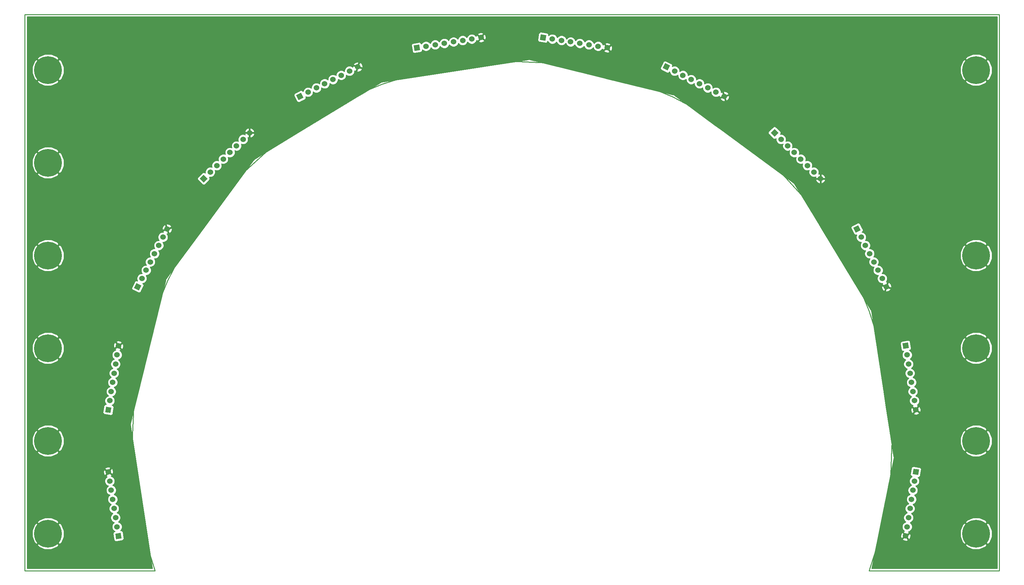
<source format=gbl>
G04 (created by PCBNEW-RS274X (2010-03-14)-final) date Tue 08 Feb 2011 05:29:44 PM PST*
G01*
G70*
G90*
%MOIN*%
G04 Gerber Fmt 3.4, Leading zero omitted, Abs format*
%FSLAX34Y34*%
G04 APERTURE LIST*
%ADD10C,0.006000*%
%ADD11C,0.009000*%
%ADD12C,0.300000*%
%ADD13C,0.060000*%
%ADD14C,0.010000*%
G04 APERTURE END LIST*
G54D10*
G54D11*
X110500Y-68000D02*
X96474Y-68000D01*
X05500Y-68000D02*
X19526Y-68000D01*
X96472Y-68002D02*
X97546Y-64596D01*
X98319Y-61109D01*
X98786Y-57568D01*
X98942Y-54000D01*
X98786Y-50432D01*
X98319Y-46891D01*
X97546Y-43404D01*
X96472Y-39998D01*
X95106Y-36698D01*
X93456Y-33529D01*
X91537Y-30517D01*
X89363Y-27683D01*
X86950Y-25050D01*
X84317Y-22637D01*
X81483Y-20463D01*
X78471Y-18544D01*
X75302Y-16894D01*
X72002Y-15528D01*
X68596Y-14454D01*
X65109Y-13681D01*
X61568Y-13214D01*
X58000Y-13058D01*
X54432Y-13214D01*
X50891Y-13681D01*
X47404Y-14454D01*
X43998Y-15528D01*
X40698Y-16894D01*
X37529Y-18544D01*
X34517Y-20463D01*
X31683Y-22637D01*
X29050Y-25050D01*
X26637Y-27683D01*
X24463Y-30517D01*
X22544Y-33529D01*
X20894Y-36698D01*
X19528Y-39998D01*
X18454Y-43404D01*
X17681Y-46891D01*
X17214Y-50432D01*
X17058Y-54000D01*
X17214Y-57568D01*
X17681Y-61109D01*
X18454Y-64596D01*
X19528Y-68002D01*
X110500Y-08000D02*
X110500Y-68000D01*
X05500Y-08000D02*
X110500Y-08000D01*
X05500Y-68000D02*
X05500Y-08000D01*
G54D12*
X108000Y-14000D03*
X108000Y-34000D03*
X108000Y-44000D03*
X108000Y-54000D03*
X108000Y-64000D03*
X08000Y-34000D03*
X08000Y-14000D03*
X08000Y-44000D03*
X08000Y-24000D03*
X08000Y-54000D03*
X08000Y-64000D03*
G54D10*
G36*
X15934Y-64510D02*
X15342Y-64604D01*
X15248Y-64012D01*
X15840Y-63918D01*
X15934Y-64510D01*
X15934Y-64510D01*
G37*
G54D13*
X15434Y-63273D03*
X15278Y-62286D03*
X15121Y-61298D03*
X14965Y-60310D03*
X14808Y-59322D03*
X14652Y-58335D03*
X14495Y-57347D03*
G54D10*
G36*
X14744Y-50996D02*
X14152Y-50902D01*
X14246Y-50310D01*
X14838Y-50404D01*
X14744Y-50996D01*
X14744Y-50996D01*
G37*
G54D13*
X14652Y-49665D03*
X14808Y-48678D03*
X14965Y-47690D03*
X15121Y-46702D03*
X15278Y-45714D03*
X15434Y-44727D03*
X15591Y-43739D03*
G54D10*
G36*
X17790Y-37777D02*
X17256Y-37505D01*
X17528Y-36971D01*
X18062Y-37243D01*
X17790Y-37777D01*
X17790Y-37777D01*
G37*
G54D13*
X18113Y-36483D03*
X18567Y-35592D03*
X19021Y-34701D03*
X19475Y-33809D03*
X19929Y-32918D03*
X20383Y-32027D03*
X20837Y-31136D03*
G54D10*
G36*
X24771Y-26145D02*
X24347Y-25721D01*
X24771Y-25297D01*
X25195Y-25721D01*
X24771Y-26145D01*
X24771Y-26145D01*
G37*
G54D13*
X25478Y-25014D03*
X26185Y-24307D03*
X26892Y-23600D03*
X27600Y-22892D03*
X28307Y-22185D03*
X29014Y-21478D03*
X29721Y-20771D03*
G54D10*
G36*
X35005Y-17240D02*
X34733Y-16706D01*
X35267Y-16434D01*
X35539Y-16968D01*
X35005Y-17240D01*
X35005Y-17240D01*
G37*
G54D13*
X36027Y-16383D03*
X36918Y-15929D03*
X37809Y-15475D03*
X38701Y-15021D03*
X39592Y-14567D03*
X40483Y-14113D03*
X41374Y-13659D03*
G54D10*
G36*
X47490Y-11934D02*
X47396Y-11342D01*
X47988Y-11248D01*
X48082Y-11840D01*
X47490Y-11934D01*
X47490Y-11934D01*
G37*
G54D13*
X48727Y-11434D03*
X49714Y-11278D03*
X50702Y-11121D03*
X51690Y-10965D03*
X52678Y-10808D03*
X53665Y-10652D03*
X54653Y-10495D03*
G54D10*
G36*
X61004Y-10744D02*
X61098Y-10152D01*
X61690Y-10246D01*
X61596Y-10838D01*
X61004Y-10744D01*
X61004Y-10744D01*
G37*
G54D13*
X62335Y-10652D03*
X63322Y-10808D03*
X64310Y-10965D03*
X65298Y-11121D03*
X66286Y-11278D03*
X67273Y-11434D03*
X68261Y-11591D03*
G54D10*
G36*
X74223Y-13790D02*
X74495Y-13256D01*
X75029Y-13528D01*
X74757Y-14062D01*
X74223Y-13790D01*
X74223Y-13790D01*
G37*
G54D13*
X75517Y-14113D03*
X76408Y-14567D03*
X77299Y-15021D03*
X78191Y-15475D03*
X79082Y-15929D03*
X79973Y-16383D03*
X80864Y-16837D03*
G54D10*
G36*
X85855Y-20771D02*
X86279Y-20347D01*
X86703Y-20771D01*
X86279Y-21195D01*
X85855Y-20771D01*
X85855Y-20771D01*
G37*
G54D13*
X86986Y-21478D03*
X87693Y-22185D03*
X88400Y-22892D03*
X89108Y-23600D03*
X89815Y-24307D03*
X90522Y-25014D03*
X91229Y-25721D03*
G54D10*
G36*
X94760Y-31005D02*
X95294Y-30733D01*
X95566Y-31267D01*
X95032Y-31539D01*
X94760Y-31005D01*
X94760Y-31005D01*
G37*
G54D13*
X95617Y-32027D03*
X96071Y-32918D03*
X96525Y-33809D03*
X96979Y-34701D03*
X97433Y-35592D03*
X97887Y-36483D03*
X98341Y-37374D03*
G54D10*
G36*
X100066Y-43490D02*
X100658Y-43396D01*
X100752Y-43988D01*
X100160Y-44082D01*
X100066Y-43490D01*
X100066Y-43490D01*
G37*
G54D13*
X100566Y-44727D03*
X100722Y-45714D03*
X100879Y-46702D03*
X101035Y-47690D03*
X101192Y-48678D03*
X101348Y-49665D03*
X101505Y-50653D03*
G54D10*
G36*
X101256Y-57004D02*
X101848Y-57098D01*
X101754Y-57690D01*
X101162Y-57596D01*
X101256Y-57004D01*
X101256Y-57004D01*
G37*
G54D13*
X101348Y-58335D03*
X101192Y-59322D03*
X101035Y-60310D03*
X100879Y-61298D03*
X100722Y-62286D03*
X100566Y-63273D03*
X100409Y-64261D03*
G54D14*
X05745Y-08245D02*
X110255Y-08245D01*
X05745Y-08325D02*
X110255Y-08325D01*
X05745Y-08405D02*
X110255Y-08405D01*
X05745Y-08485D02*
X110255Y-08485D01*
X05745Y-08565D02*
X110255Y-08565D01*
X05745Y-08645D02*
X110255Y-08645D01*
X05745Y-08725D02*
X110255Y-08725D01*
X05745Y-08805D02*
X110255Y-08805D01*
X05745Y-08885D02*
X110255Y-08885D01*
X05745Y-08965D02*
X110255Y-08965D01*
X05745Y-09045D02*
X110255Y-09045D01*
X05745Y-09125D02*
X110255Y-09125D01*
X05745Y-09205D02*
X110255Y-09205D01*
X05745Y-09285D02*
X110255Y-09285D01*
X05745Y-09365D02*
X110255Y-09365D01*
X05745Y-09445D02*
X110255Y-09445D01*
X05745Y-09525D02*
X110255Y-09525D01*
X05745Y-09605D02*
X110255Y-09605D01*
X05745Y-09685D02*
X110255Y-09685D01*
X05745Y-09765D02*
X110255Y-09765D01*
X05745Y-09845D02*
X110255Y-09845D01*
X05745Y-09925D02*
X60986Y-09925D01*
X61259Y-09925D02*
X110255Y-09925D01*
X05745Y-10005D02*
X54414Y-10005D01*
X54866Y-10005D02*
X60896Y-10005D01*
X61761Y-10005D02*
X110255Y-10005D01*
X05745Y-10085D02*
X54301Y-10085D01*
X54889Y-10085D02*
X60857Y-10085D01*
X61882Y-10085D02*
X110255Y-10085D01*
X05745Y-10165D02*
X53407Y-10165D01*
X53924Y-10165D02*
X54291Y-10165D01*
X54831Y-10165D02*
X54955Y-10165D01*
X55088Y-10165D02*
X60844Y-10165D01*
X61928Y-10165D02*
X62077Y-10165D01*
X62594Y-10165D02*
X110255Y-10165D01*
X05745Y-10245D02*
X53296Y-10245D01*
X54034Y-10245D02*
X54394Y-10245D01*
X54772Y-10245D02*
X54897Y-10245D01*
X55137Y-10245D02*
X60831Y-10245D01*
X61942Y-10245D02*
X61966Y-10245D01*
X62704Y-10245D02*
X110255Y-10245D01*
X05745Y-10325D02*
X52411Y-10325D01*
X52946Y-10325D02*
X53216Y-10325D01*
X54114Y-10325D02*
X54137Y-10325D01*
X54335Y-10325D02*
X54504Y-10325D01*
X54714Y-10325D02*
X54839Y-10325D01*
X55167Y-10325D02*
X60819Y-10325D01*
X62784Y-10325D02*
X63055Y-10325D01*
X63590Y-10325D02*
X110255Y-10325D01*
X05745Y-10405D02*
X52305Y-10405D01*
X53051Y-10405D02*
X53174Y-10405D01*
X54445Y-10405D02*
X54614Y-10405D01*
X54656Y-10405D02*
X54781Y-10405D01*
X55185Y-10405D02*
X60806Y-10405D01*
X62827Y-10405D02*
X62949Y-10405D01*
X63695Y-10405D02*
X110255Y-10405D01*
X05745Y-10485D02*
X51416Y-10485D01*
X51965Y-10485D02*
X52225Y-10485D01*
X53131Y-10485D02*
X53140Y-10485D01*
X54555Y-10485D02*
X54724Y-10485D01*
X55202Y-10485D02*
X60793Y-10485D01*
X62860Y-10485D02*
X62869Y-10485D01*
X63775Y-10485D02*
X64036Y-10485D01*
X64585Y-10485D02*
X110255Y-10485D01*
X05745Y-10565D02*
X51314Y-10565D01*
X52066Y-10565D02*
X52185Y-10565D01*
X54540Y-10565D02*
X54664Y-10565D01*
X54664Y-10565D02*
X54834Y-10565D01*
X55187Y-10565D02*
X60780Y-10565D01*
X63816Y-10565D02*
X63934Y-10565D01*
X64686Y-10565D02*
X110255Y-10565D01*
X05745Y-10645D02*
X50418Y-10645D01*
X50987Y-10645D02*
X51234Y-10645D01*
X52146Y-10645D02*
X52151Y-10645D01*
X54481Y-10645D02*
X54606Y-10645D01*
X54774Y-10645D02*
X54944Y-10645D01*
X55172Y-10645D02*
X60768Y-10645D01*
X63849Y-10645D02*
X63854Y-10645D01*
X64766Y-10645D02*
X65014Y-10645D01*
X65583Y-10645D02*
X110255Y-10645D01*
X05745Y-10725D02*
X50322Y-10725D01*
X51082Y-10725D02*
X51196Y-10725D01*
X54423Y-10725D02*
X54548Y-10725D01*
X54884Y-10725D02*
X55054Y-10725D01*
X55106Y-10725D02*
X60755Y-10725D01*
X64805Y-10725D02*
X64918Y-10725D01*
X65678Y-10725D02*
X110255Y-10725D01*
X05745Y-10805D02*
X49423Y-10805D01*
X50006Y-10805D02*
X50242Y-10805D01*
X54194Y-10805D02*
X54205Y-10805D01*
X54365Y-10805D02*
X54490Y-10805D01*
X54994Y-10805D02*
X60762Y-10805D01*
X65758Y-10805D02*
X65995Y-10805D01*
X66578Y-10805D02*
X110255Y-10805D01*
X05745Y-10885D02*
X48618Y-10885D01*
X48836Y-10885D02*
X49331Y-10885D01*
X50097Y-10885D02*
X50206Y-10885D01*
X54161Y-10885D02*
X54432Y-10885D01*
X55008Y-10885D02*
X60797Y-10885D01*
X65795Y-10885D02*
X65903Y-10885D01*
X66669Y-10885D02*
X67164Y-10885D01*
X67382Y-10885D02*
X110255Y-10885D01*
X05745Y-10965D02*
X48426Y-10965D01*
X49029Y-10965D02*
X49251Y-10965D01*
X54128Y-10965D02*
X54430Y-10965D01*
X54924Y-10965D02*
X60887Y-10965D01*
X61810Y-10965D02*
X61872Y-10965D01*
X66749Y-10965D02*
X66972Y-10965D01*
X67575Y-10965D02*
X110255Y-10965D01*
X05745Y-11045D02*
X47674Y-11045D01*
X48134Y-11045D02*
X48340Y-11045D01*
X49114Y-11045D02*
X49217Y-11045D01*
X53173Y-11045D02*
X53282Y-11045D01*
X54048Y-11045D02*
X61309Y-11045D01*
X61736Y-11045D02*
X61952Y-11045D01*
X62717Y-11045D02*
X62826Y-11045D01*
X66784Y-11045D02*
X66886Y-11045D01*
X67660Y-11045D02*
X68211Y-11045D01*
X68211Y-11045D02*
X110255Y-11045D01*
X05745Y-11125D02*
X47273Y-11125D01*
X48206Y-11125D02*
X48262Y-11125D01*
X52217Y-11125D02*
X52219Y-11125D01*
X53137Y-11125D02*
X53373Y-11125D01*
X53956Y-11125D02*
X62043Y-11125D01*
X62626Y-11125D02*
X62863Y-11125D01*
X63780Y-11125D02*
X63781Y-11125D01*
X67739Y-11125D02*
X68037Y-11125D01*
X68531Y-11125D02*
X110255Y-11125D01*
X05745Y-11205D02*
X47187Y-11205D01*
X52184Y-11205D02*
X52299Y-11205D01*
X53057Y-11205D02*
X62943Y-11205D01*
X63700Y-11205D02*
X63815Y-11205D01*
X67773Y-11205D02*
X68042Y-11205D01*
X68617Y-11205D02*
X110255Y-11205D01*
X05745Y-11285D02*
X47154Y-11285D01*
X51226Y-11285D02*
X51234Y-11285D01*
X52146Y-11285D02*
X52395Y-11285D01*
X52960Y-11285D02*
X63039Y-11285D01*
X63604Y-11285D02*
X63854Y-11285D01*
X64765Y-11285D02*
X64772Y-11285D01*
X67806Y-11285D02*
X67814Y-11285D01*
X67977Y-11285D02*
X68100Y-11285D01*
X68596Y-11285D02*
X110255Y-11285D01*
X05745Y-11365D02*
X47147Y-11365D01*
X51194Y-11365D02*
X51314Y-11365D01*
X52066Y-11365D02*
X63934Y-11365D01*
X64685Y-11365D02*
X64805Y-11365D01*
X68035Y-11365D02*
X68158Y-11365D01*
X68486Y-11365D02*
X68657Y-11365D01*
X68723Y-11365D02*
X110255Y-11365D01*
X05745Y-11445D02*
X47159Y-11445D01*
X50238Y-11445D02*
X50250Y-11445D01*
X51154Y-11445D02*
X51415Y-11445D01*
X51964Y-11445D02*
X64035Y-11445D01*
X64584Y-11445D02*
X64846Y-11445D01*
X65749Y-11445D02*
X65760Y-11445D01*
X68093Y-11445D02*
X68216Y-11445D01*
X68376Y-11445D02*
X68547Y-11445D01*
X68785Y-11445D02*
X110255Y-11445D01*
X05745Y-11525D02*
X47172Y-11525D01*
X50205Y-11525D02*
X50330Y-11525D01*
X51074Y-11525D02*
X64926Y-11525D01*
X65669Y-11525D02*
X65794Y-11525D01*
X68151Y-11525D02*
X68437Y-11525D01*
X68804Y-11525D02*
X110255Y-11525D01*
X05745Y-11605D02*
X47184Y-11605D01*
X49249Y-11605D02*
X49265Y-11605D01*
X50163Y-11605D02*
X50436Y-11605D01*
X50967Y-11605D02*
X65032Y-11605D01*
X65563Y-11605D02*
X65837Y-11605D01*
X66734Y-11605D02*
X66749Y-11605D01*
X68156Y-11605D02*
X68333Y-11605D01*
X68800Y-11605D02*
X110255Y-11605D01*
X05745Y-11685D02*
X47197Y-11685D01*
X49216Y-11685D02*
X49345Y-11685D01*
X50083Y-11685D02*
X65917Y-11685D01*
X66654Y-11685D02*
X66782Y-11685D01*
X68046Y-11685D02*
X68217Y-11685D01*
X68268Y-11685D02*
X68391Y-11685D01*
X68792Y-11685D02*
X110255Y-11685D01*
X05745Y-11765D02*
X47210Y-11765D01*
X49172Y-11765D02*
X49455Y-11765D01*
X49972Y-11765D02*
X66027Y-11765D01*
X66544Y-11765D02*
X66828Y-11765D01*
X67718Y-11765D02*
X67743Y-11765D01*
X67936Y-11765D02*
X68107Y-11765D01*
X68326Y-11765D02*
X68449Y-11765D01*
X68779Y-11765D02*
X110255Y-11765D01*
X05745Y-11845D02*
X47222Y-11845D01*
X48336Y-11845D02*
X48362Y-11845D01*
X49092Y-11845D02*
X66908Y-11845D01*
X67638Y-11845D02*
X67997Y-11845D01*
X68384Y-11845D02*
X68507Y-11845D01*
X68735Y-11845D02*
X110255Y-11845D01*
X05745Y-11925D02*
X47235Y-11925D01*
X48318Y-11925D02*
X48478Y-11925D01*
X48975Y-11925D02*
X67024Y-11925D01*
X67521Y-11925D02*
X67899Y-11925D01*
X68443Y-11925D02*
X68565Y-11925D01*
X68692Y-11925D02*
X110255Y-11925D01*
X05745Y-12005D02*
X47248Y-12005D01*
X48270Y-12005D02*
X67909Y-12005D01*
X68501Y-12005D02*
X110255Y-12005D01*
X05745Y-12085D02*
X47289Y-12085D01*
X48132Y-12085D02*
X68042Y-12085D01*
X68471Y-12085D02*
X110255Y-12085D01*
X05745Y-12165D02*
X47383Y-12165D01*
X47627Y-12165D02*
X110255Y-12165D01*
X05745Y-12245D02*
X110255Y-12245D01*
X05745Y-12325D02*
X07565Y-12325D01*
X08449Y-12325D02*
X107565Y-12325D01*
X108449Y-12325D02*
X110255Y-12325D01*
X05745Y-12405D02*
X07366Y-12405D01*
X08636Y-12405D02*
X107366Y-12405D01*
X108636Y-12405D02*
X110255Y-12405D01*
X05745Y-12485D02*
X07168Y-12485D01*
X08824Y-12485D02*
X107168Y-12485D01*
X108824Y-12485D02*
X110255Y-12485D01*
X05745Y-12565D02*
X07005Y-12565D01*
X08996Y-12565D02*
X107005Y-12565D01*
X108996Y-12565D02*
X110255Y-12565D01*
X05745Y-12645D02*
X06942Y-12645D01*
X09059Y-12645D02*
X106942Y-12645D01*
X109059Y-12645D02*
X110255Y-12645D01*
X05745Y-12725D02*
X06879Y-12725D01*
X09122Y-12725D02*
X106879Y-12725D01*
X109122Y-12725D02*
X110255Y-12725D01*
X05745Y-12805D02*
X06875Y-12805D01*
X09124Y-12805D02*
X106875Y-12805D01*
X109124Y-12805D02*
X110255Y-12805D01*
X05745Y-12885D02*
X06718Y-12885D01*
X06815Y-12885D02*
X06955Y-12885D01*
X09044Y-12885D02*
X09186Y-12885D01*
X09283Y-12885D02*
X59638Y-12885D01*
X59953Y-12885D02*
X106718Y-12885D01*
X106815Y-12885D02*
X106955Y-12885D01*
X109044Y-12885D02*
X109186Y-12885D01*
X109283Y-12885D02*
X110255Y-12885D01*
X05745Y-12965D02*
X06615Y-12965D01*
X06895Y-12965D02*
X07035Y-12965D01*
X08964Y-12965D02*
X09106Y-12965D01*
X09386Y-12965D02*
X59115Y-12965D01*
X60279Y-12965D02*
X106615Y-12965D01*
X106895Y-12965D02*
X107035Y-12965D01*
X108964Y-12965D02*
X109106Y-12965D01*
X109386Y-12965D02*
X110255Y-12965D01*
X05745Y-13045D02*
X06541Y-13045D01*
X06975Y-13045D02*
X07115Y-13045D01*
X08884Y-13045D02*
X09026Y-13045D01*
X09466Y-13045D02*
X58592Y-13045D01*
X60605Y-13045D02*
X74359Y-13045D01*
X74631Y-13045D02*
X106541Y-13045D01*
X106975Y-13045D02*
X107115Y-13045D01*
X108884Y-13045D02*
X109026Y-13045D01*
X109466Y-13045D02*
X110255Y-13045D01*
X05745Y-13125D02*
X06507Y-13125D01*
X07055Y-13125D02*
X07195Y-13125D01*
X08804Y-13125D02*
X08946Y-13125D01*
X09499Y-13125D02*
X41304Y-13125D01*
X41424Y-13125D02*
X58069Y-13125D01*
X60931Y-13125D02*
X74283Y-13125D01*
X74788Y-13125D02*
X106507Y-13125D01*
X107055Y-13125D02*
X107195Y-13125D01*
X108804Y-13125D02*
X108946Y-13125D01*
X109499Y-13125D02*
X110255Y-13125D01*
X05745Y-13205D02*
X06473Y-13205D01*
X07135Y-13205D02*
X07275Y-13205D01*
X08724Y-13205D02*
X08866Y-13205D01*
X09531Y-13205D02*
X41084Y-13205D01*
X41468Y-13205D02*
X41614Y-13205D01*
X41679Y-13205D02*
X57546Y-13205D01*
X61256Y-13205D02*
X74242Y-13205D01*
X74945Y-13205D02*
X106473Y-13205D01*
X107135Y-13205D02*
X107275Y-13205D01*
X108724Y-13205D02*
X108866Y-13205D01*
X109531Y-13205D02*
X110255Y-13205D01*
X05745Y-13285D02*
X06439Y-13285D01*
X07215Y-13285D02*
X07355Y-13285D01*
X08644Y-13285D02*
X08786Y-13285D01*
X09563Y-13285D02*
X40980Y-13285D01*
X41442Y-13285D02*
X41548Y-13285D01*
X41772Y-13285D02*
X57023Y-13285D01*
X61582Y-13285D02*
X74201Y-13285D01*
X75101Y-13285D02*
X106439Y-13285D01*
X107215Y-13285D02*
X107355Y-13285D01*
X108644Y-13285D02*
X108786Y-13285D01*
X109563Y-13285D02*
X110255Y-13285D01*
X05745Y-13365D02*
X06405Y-13365D01*
X07295Y-13365D02*
X07435Y-13365D01*
X08564Y-13365D02*
X08706Y-13365D01*
X09595Y-13365D02*
X40911Y-13365D01*
X41416Y-13365D02*
X41522Y-13365D01*
X41826Y-13365D02*
X56501Y-13365D01*
X61908Y-13365D02*
X74160Y-13365D01*
X75218Y-13365D02*
X106405Y-13365D01*
X107295Y-13365D02*
X107435Y-13365D01*
X108564Y-13365D02*
X108706Y-13365D01*
X109595Y-13365D02*
X110255Y-13365D01*
X05745Y-13445D02*
X06371Y-13445D01*
X07375Y-13445D02*
X07515Y-13445D01*
X08484Y-13445D02*
X08626Y-13445D01*
X09627Y-13445D02*
X40924Y-13445D01*
X41390Y-13445D02*
X41496Y-13445D01*
X41873Y-13445D02*
X55978Y-13445D01*
X62234Y-13445D02*
X74119Y-13445D01*
X75265Y-13445D02*
X106371Y-13445D01*
X107375Y-13445D02*
X107515Y-13445D01*
X108484Y-13445D02*
X108626Y-13445D01*
X109627Y-13445D02*
X110255Y-13445D01*
X05745Y-13525D02*
X06337Y-13525D01*
X07455Y-13525D02*
X07595Y-13525D01*
X08404Y-13525D02*
X08546Y-13525D01*
X09660Y-13525D02*
X41122Y-13525D01*
X41364Y-13525D02*
X41471Y-13525D01*
X41900Y-13525D02*
X55455Y-13525D01*
X62559Y-13525D02*
X74079Y-13525D01*
X75279Y-13525D02*
X106337Y-13525D01*
X107455Y-13525D02*
X107595Y-13525D01*
X108404Y-13525D02*
X108546Y-13525D01*
X109660Y-13525D02*
X110255Y-13525D01*
X05745Y-13605D02*
X06303Y-13605D01*
X07535Y-13605D02*
X07675Y-13605D01*
X08324Y-13605D02*
X08466Y-13605D01*
X09692Y-13605D02*
X40276Y-13605D01*
X40691Y-13605D02*
X40846Y-13605D01*
X41046Y-13605D02*
X41445Y-13605D01*
X41911Y-13605D02*
X54931Y-13605D01*
X62885Y-13605D02*
X74038Y-13605D01*
X75269Y-13605D02*
X75308Y-13605D01*
X75725Y-13605D02*
X106303Y-13605D01*
X107535Y-13605D02*
X107675Y-13605D01*
X108324Y-13605D02*
X108466Y-13605D01*
X109692Y-13605D02*
X110255Y-13605D01*
X05745Y-13685D02*
X06287Y-13685D01*
X07615Y-13685D02*
X07755Y-13685D01*
X08244Y-13685D02*
X08386Y-13685D01*
X09719Y-13685D02*
X40135Y-13685D01*
X40831Y-13685D02*
X40833Y-13685D01*
X41329Y-13685D02*
X41616Y-13685D01*
X41921Y-13685D02*
X54406Y-13685D01*
X63211Y-13685D02*
X73997Y-13685D01*
X75865Y-13685D02*
X106287Y-13685D01*
X107615Y-13685D02*
X107755Y-13685D01*
X108244Y-13685D02*
X108386Y-13685D01*
X109719Y-13685D02*
X110255Y-13685D01*
X05745Y-13765D02*
X06286Y-13765D01*
X07695Y-13765D02*
X07835Y-13765D01*
X08164Y-13765D02*
X08306Y-13765D01*
X09719Y-13765D02*
X40055Y-13765D01*
X41338Y-13765D02*
X41393Y-13765D01*
X41539Y-13765D02*
X53884Y-13765D01*
X63537Y-13765D02*
X73975Y-13765D01*
X75945Y-13765D02*
X106286Y-13765D01*
X107695Y-13765D02*
X107835Y-13765D01*
X108164Y-13765D02*
X108306Y-13765D01*
X109719Y-13765D02*
X110255Y-13765D01*
X05745Y-13845D02*
X06285Y-13845D01*
X07775Y-13845D02*
X07915Y-13845D01*
X08084Y-13845D02*
X08226Y-13845D01*
X09718Y-13845D02*
X40001Y-13845D01*
X41260Y-13845D02*
X41367Y-13845D01*
X41787Y-13845D02*
X53361Y-13845D01*
X63862Y-13845D02*
X73978Y-13845D01*
X76000Y-13845D02*
X106285Y-13845D01*
X107775Y-13845D02*
X107915Y-13845D01*
X108084Y-13845D02*
X108226Y-13845D01*
X109718Y-13845D02*
X110255Y-13845D01*
X05745Y-13925D02*
X06285Y-13925D01*
X07855Y-13925D02*
X07995Y-13925D01*
X08004Y-13925D02*
X08146Y-13925D01*
X09717Y-13925D02*
X39967Y-13925D01*
X41234Y-13925D02*
X41341Y-13925D01*
X41833Y-13925D02*
X52839Y-13925D01*
X64188Y-13925D02*
X74010Y-13925D01*
X76034Y-13925D02*
X106285Y-13925D01*
X107855Y-13925D02*
X107995Y-13925D01*
X108004Y-13925D02*
X108146Y-13925D01*
X109717Y-13925D02*
X110255Y-13925D01*
X05745Y-14005D02*
X06284Y-14005D01*
X07924Y-14005D02*
X08075Y-14005D01*
X09716Y-14005D02*
X39934Y-14005D01*
X41209Y-14005D02*
X41315Y-14005D01*
X41792Y-14005D02*
X52317Y-14005D01*
X64514Y-14005D02*
X74096Y-14005D01*
X76066Y-14005D02*
X106284Y-14005D01*
X107924Y-14005D02*
X108075Y-14005D01*
X109716Y-14005D02*
X110255Y-14005D01*
X05745Y-14085D02*
X06283Y-14085D01*
X07844Y-14085D02*
X07986Y-14085D01*
X08015Y-14085D02*
X08155Y-14085D01*
X09715Y-14085D02*
X39322Y-14085D01*
X39863Y-14085D02*
X39934Y-14085D01*
X41032Y-14085D02*
X41037Y-14085D01*
X41183Y-14085D02*
X41289Y-14085D01*
X41712Y-14085D02*
X51795Y-14085D01*
X64840Y-14085D02*
X74252Y-14085D01*
X76066Y-14085D02*
X76138Y-14085D01*
X76679Y-14085D02*
X106283Y-14085D01*
X107844Y-14085D02*
X107986Y-14085D01*
X108015Y-14085D02*
X108155Y-14085D01*
X109715Y-14085D02*
X110255Y-14085D01*
X05745Y-14165D02*
X06282Y-14165D01*
X07764Y-14165D02*
X07906Y-14165D01*
X08095Y-14165D02*
X08235Y-14165D01*
X09714Y-14165D02*
X39218Y-14165D01*
X41032Y-14165D02*
X41298Y-14165D01*
X41574Y-14165D02*
X51272Y-14165D01*
X65165Y-14165D02*
X74409Y-14165D01*
X76782Y-14165D02*
X106282Y-14165D01*
X107764Y-14165D02*
X107906Y-14165D01*
X108095Y-14165D02*
X108235Y-14165D01*
X109714Y-14165D02*
X110255Y-14165D01*
X05745Y-14245D02*
X06281Y-14245D01*
X07684Y-14245D02*
X07826Y-14245D01*
X08175Y-14245D02*
X08315Y-14245D01*
X09714Y-14245D02*
X39138Y-14245D01*
X41022Y-14245D02*
X50750Y-14245D01*
X65491Y-14245D02*
X74566Y-14245D01*
X74926Y-14245D02*
X74977Y-14245D01*
X76862Y-14245D02*
X106281Y-14245D01*
X107684Y-14245D02*
X107826Y-14245D01*
X108175Y-14245D02*
X108315Y-14245D01*
X109714Y-14245D02*
X110255Y-14245D01*
X05745Y-14325D02*
X06280Y-14325D01*
X07604Y-14325D02*
X07746Y-14325D01*
X08255Y-14325D02*
X08395Y-14325D01*
X09713Y-14325D02*
X39099Y-14325D01*
X40989Y-14325D02*
X50228Y-14325D01*
X65817Y-14325D02*
X75010Y-14325D01*
X76902Y-14325D02*
X106280Y-14325D01*
X107604Y-14325D02*
X107746Y-14325D01*
X108255Y-14325D02*
X108395Y-14325D01*
X109713Y-14325D02*
X110255Y-14325D01*
X05745Y-14405D02*
X06312Y-14405D01*
X07524Y-14405D02*
X07666Y-14405D01*
X08335Y-14405D02*
X08475Y-14405D01*
X09693Y-14405D02*
X39066Y-14405D01*
X40955Y-14405D02*
X49706Y-14405D01*
X66142Y-14405D02*
X75044Y-14405D01*
X76935Y-14405D02*
X106312Y-14405D01*
X107524Y-14405D02*
X107666Y-14405D01*
X108335Y-14405D02*
X108475Y-14405D01*
X109693Y-14405D02*
X110255Y-14405D01*
X05745Y-14485D02*
X06344Y-14485D01*
X07444Y-14485D02*
X07586Y-14485D01*
X08415Y-14485D02*
X08555Y-14485D01*
X09659Y-14485D02*
X38561Y-14485D01*
X38842Y-14485D02*
X39043Y-14485D01*
X40887Y-14485D02*
X49183Y-14485D01*
X66468Y-14485D02*
X75113Y-14485D01*
X76957Y-14485D02*
X77159Y-14485D01*
X77440Y-14485D02*
X106344Y-14485D01*
X107444Y-14485D02*
X107586Y-14485D01*
X108415Y-14485D02*
X108555Y-14485D01*
X109659Y-14485D02*
X110255Y-14485D01*
X05745Y-14565D02*
X06377Y-14565D01*
X07364Y-14565D02*
X07506Y-14565D01*
X08495Y-14565D02*
X08635Y-14565D01*
X09625Y-14565D02*
X38381Y-14565D01*
X39021Y-14565D02*
X39043Y-14565D01*
X40141Y-14565D02*
X40159Y-14565D01*
X40807Y-14565D02*
X48661Y-14565D01*
X66794Y-14565D02*
X75193Y-14565D01*
X75841Y-14565D02*
X75859Y-14565D01*
X76957Y-14565D02*
X76979Y-14565D01*
X77619Y-14565D02*
X106377Y-14565D01*
X107364Y-14565D02*
X107506Y-14565D01*
X108495Y-14565D02*
X108635Y-14565D01*
X109625Y-14565D02*
X110255Y-14565D01*
X05745Y-14645D02*
X06409Y-14645D01*
X07284Y-14645D02*
X07426Y-14645D01*
X08575Y-14645D02*
X08715Y-14645D01*
X09591Y-14645D02*
X38301Y-14645D01*
X40141Y-14645D02*
X40333Y-14645D01*
X40632Y-14645D02*
X48139Y-14645D01*
X67120Y-14645D02*
X75367Y-14645D01*
X75666Y-14645D02*
X75859Y-14645D01*
X77699Y-14645D02*
X106409Y-14645D01*
X107284Y-14645D02*
X107426Y-14645D01*
X108575Y-14645D02*
X108715Y-14645D01*
X109591Y-14645D02*
X110255Y-14645D01*
X05745Y-14725D02*
X06441Y-14725D01*
X07204Y-14725D02*
X07346Y-14725D01*
X08655Y-14725D02*
X08795Y-14725D01*
X09557Y-14725D02*
X38230Y-14725D01*
X40120Y-14725D02*
X47617Y-14725D01*
X67446Y-14725D02*
X75879Y-14725D01*
X77771Y-14725D02*
X106441Y-14725D01*
X107204Y-14725D02*
X107346Y-14725D01*
X108655Y-14725D02*
X108795Y-14725D01*
X109557Y-14725D02*
X110255Y-14725D01*
X05745Y-14805D02*
X06473Y-14805D01*
X07124Y-14805D02*
X07266Y-14805D01*
X08735Y-14805D02*
X08875Y-14805D01*
X09522Y-14805D02*
X38197Y-14805D01*
X40087Y-14805D02*
X47094Y-14805D01*
X67773Y-14805D02*
X75912Y-14805D01*
X77804Y-14805D02*
X106473Y-14805D01*
X107124Y-14805D02*
X107266Y-14805D01*
X108735Y-14805D02*
X108875Y-14805D01*
X109522Y-14805D02*
X110255Y-14805D01*
X05745Y-14885D02*
X06505Y-14885D01*
X07044Y-14885D02*
X07186Y-14885D01*
X08815Y-14885D02*
X08955Y-14885D01*
X09488Y-14885D02*
X38164Y-14885D01*
X40050Y-14885D02*
X46571Y-14885D01*
X68099Y-14885D02*
X75950Y-14885D01*
X77837Y-14885D02*
X106505Y-14885D01*
X107044Y-14885D02*
X107186Y-14885D01*
X108815Y-14885D02*
X108955Y-14885D01*
X109488Y-14885D02*
X110255Y-14885D01*
X05745Y-14965D02*
X06540Y-14965D01*
X06964Y-14965D02*
X07106Y-14965D01*
X08895Y-14965D02*
X09035Y-14965D01*
X09454Y-14965D02*
X37607Y-14965D01*
X38012Y-14965D02*
X38152Y-14965D01*
X39970Y-14965D02*
X46048Y-14965D01*
X68425Y-14965D02*
X76030Y-14965D01*
X77848Y-14965D02*
X77989Y-14965D01*
X78394Y-14965D02*
X106540Y-14965D01*
X106964Y-14965D02*
X107106Y-14965D01*
X108895Y-14965D02*
X109035Y-14965D01*
X109454Y-14965D02*
X110255Y-14965D01*
X05745Y-15045D02*
X06627Y-15045D01*
X06884Y-15045D02*
X07026Y-15045D01*
X08975Y-15045D02*
X09115Y-15045D01*
X09372Y-15045D02*
X37463Y-15045D01*
X39250Y-15045D02*
X39312Y-15045D01*
X39871Y-15045D02*
X45525Y-15045D01*
X68750Y-15045D02*
X76128Y-15045D01*
X76687Y-15045D02*
X76750Y-15045D01*
X78537Y-15045D02*
X106627Y-15045D01*
X106884Y-15045D02*
X107026Y-15045D01*
X108975Y-15045D02*
X109115Y-15045D01*
X109372Y-15045D02*
X110255Y-15045D01*
X05745Y-15125D02*
X06729Y-15125D01*
X06804Y-15125D02*
X06946Y-15125D01*
X09055Y-15125D02*
X09195Y-15125D01*
X09270Y-15125D02*
X37383Y-15125D01*
X39250Y-15125D02*
X45003Y-15125D01*
X69076Y-15125D02*
X76750Y-15125D01*
X78617Y-15125D02*
X106729Y-15125D01*
X106804Y-15125D02*
X106946Y-15125D01*
X109055Y-15125D02*
X109195Y-15125D01*
X109270Y-15125D02*
X110255Y-15125D01*
X05745Y-15205D02*
X06866Y-15205D01*
X09135Y-15205D02*
X37327Y-15205D01*
X39218Y-15205D02*
X44480Y-15205D01*
X69401Y-15205D02*
X76781Y-15205D01*
X78674Y-15205D02*
X106866Y-15205D01*
X109135Y-15205D02*
X110255Y-15205D01*
X05745Y-15285D02*
X06886Y-15285D01*
X09113Y-15285D02*
X37294Y-15285D01*
X39185Y-15285D02*
X43961Y-15285D01*
X69727Y-15285D02*
X76814Y-15285D01*
X78707Y-15285D02*
X106886Y-15285D01*
X109113Y-15285D02*
X110255Y-15285D01*
X05745Y-15365D02*
X06949Y-15365D01*
X09050Y-15365D02*
X37261Y-15365D01*
X39133Y-15365D02*
X43815Y-15365D01*
X70052Y-15365D02*
X76867Y-15365D01*
X78740Y-15365D02*
X106949Y-15365D01*
X109050Y-15365D02*
X110255Y-15365D01*
X05745Y-15445D02*
X07012Y-15445D01*
X08988Y-15445D02*
X36653Y-15445D01*
X37184Y-15445D02*
X37260Y-15445D01*
X39053Y-15445D02*
X43683Y-15445D01*
X70378Y-15445D02*
X76947Y-15445D01*
X78740Y-15445D02*
X78817Y-15445D01*
X79348Y-15445D02*
X107012Y-15445D01*
X108988Y-15445D02*
X110255Y-15445D01*
X05745Y-15525D02*
X07199Y-15525D01*
X08808Y-15525D02*
X36546Y-15525D01*
X38358Y-15525D02*
X38483Y-15525D01*
X38918Y-15525D02*
X43551Y-15525D01*
X70703Y-15525D02*
X77081Y-15525D01*
X77516Y-15525D02*
X77642Y-15525D01*
X79454Y-15525D02*
X107199Y-15525D01*
X108808Y-15525D02*
X110255Y-15525D01*
X05745Y-15605D02*
X07387Y-15605D01*
X08609Y-15605D02*
X36466Y-15605D01*
X38349Y-15605D02*
X43419Y-15605D01*
X71029Y-15605D02*
X77650Y-15605D01*
X79534Y-15605D02*
X107387Y-15605D01*
X108609Y-15605D02*
X110255Y-15605D01*
X05745Y-15685D02*
X07575Y-15685D01*
X08410Y-15685D02*
X36426Y-15685D01*
X38316Y-15685D02*
X43287Y-15685D01*
X71354Y-15685D02*
X77684Y-15685D01*
X79575Y-15685D02*
X107575Y-15685D01*
X108410Y-15685D02*
X110255Y-15685D01*
X05745Y-15765D02*
X36392Y-15765D01*
X38282Y-15765D02*
X43155Y-15765D01*
X71680Y-15765D02*
X77717Y-15765D01*
X79609Y-15765D02*
X110255Y-15765D01*
X05745Y-15845D02*
X35892Y-15845D01*
X36163Y-15845D02*
X36369Y-15845D01*
X38215Y-15845D02*
X43023Y-15845D01*
X72005Y-15845D02*
X77785Y-15845D01*
X79631Y-15845D02*
X79838Y-15845D01*
X80109Y-15845D02*
X110255Y-15845D01*
X05745Y-15925D02*
X35709Y-15925D01*
X36345Y-15925D02*
X36369Y-15925D01*
X37467Y-15925D02*
X37483Y-15925D01*
X38135Y-15925D02*
X42890Y-15925D01*
X72331Y-15925D02*
X77865Y-15925D01*
X78517Y-15925D02*
X78533Y-15925D01*
X79631Y-15925D02*
X79655Y-15925D01*
X80291Y-15925D02*
X110255Y-15925D01*
X05745Y-16005D02*
X35629Y-16005D01*
X37467Y-16005D02*
X37654Y-16005D01*
X37963Y-16005D02*
X42758Y-16005D01*
X72656Y-16005D02*
X78036Y-16005D01*
X78345Y-16005D02*
X78533Y-16005D01*
X80371Y-16005D02*
X110255Y-16005D01*
X05745Y-16085D02*
X35557Y-16085D01*
X37447Y-16085D02*
X42626Y-16085D01*
X72982Y-16085D02*
X78552Y-16085D01*
X80444Y-16085D02*
X110255Y-16085D01*
X05745Y-16165D02*
X35524Y-16165D01*
X37414Y-16165D02*
X42494Y-16165D01*
X73307Y-16165D02*
X78585Y-16165D01*
X80477Y-16165D02*
X110255Y-16165D01*
X05745Y-16245D02*
X35089Y-16245D01*
X35430Y-16245D02*
X35491Y-16245D01*
X37378Y-16245D02*
X42362Y-16245D01*
X73632Y-16245D02*
X78622Y-16245D01*
X80510Y-16245D02*
X110255Y-16245D01*
X05745Y-16325D02*
X34932Y-16325D01*
X37298Y-16325D02*
X42230Y-16325D01*
X73958Y-16325D02*
X78702Y-16325D01*
X80522Y-16325D02*
X80795Y-16325D01*
X81038Y-16325D02*
X110255Y-16325D01*
X05745Y-16405D02*
X34775Y-16405D01*
X36576Y-16405D02*
X36633Y-16405D01*
X37202Y-16405D02*
X42098Y-16405D01*
X74283Y-16405D02*
X78797Y-16405D01*
X79366Y-16405D02*
X79424Y-16405D01*
X80522Y-16405D02*
X80537Y-16405D01*
X80672Y-16405D02*
X80776Y-16405D01*
X81197Y-16405D02*
X110255Y-16405D01*
X05745Y-16485D02*
X34618Y-16485D01*
X36576Y-16485D02*
X41965Y-16485D01*
X74609Y-16485D02*
X79424Y-16485D01*
X80698Y-16485D02*
X80802Y-16485D01*
X81273Y-16485D02*
X110255Y-16485D01*
X05745Y-16565D02*
X34526Y-16565D01*
X36545Y-16565D02*
X41833Y-16565D01*
X74934Y-16565D02*
X79454Y-16565D01*
X80724Y-16565D02*
X80828Y-16565D01*
X81324Y-16565D02*
X110255Y-16565D01*
X05745Y-16645D02*
X34491Y-16645D01*
X36512Y-16645D02*
X41701Y-16645D01*
X75260Y-16645D02*
X79487Y-16645D01*
X80750Y-16645D02*
X80854Y-16645D01*
X81294Y-16645D02*
X110255Y-16645D01*
X05745Y-16725D02*
X34483Y-16725D01*
X36461Y-16725D02*
X41569Y-16725D01*
X75488Y-16725D02*
X79539Y-16725D01*
X80823Y-16725D02*
X80880Y-16725D01*
X81047Y-16725D02*
X110255Y-16725D01*
X05745Y-16805D02*
X34503Y-16805D01*
X36381Y-16805D02*
X41437Y-16805D01*
X75597Y-16805D02*
X79619Y-16805D01*
X80825Y-16805D02*
X81125Y-16805D01*
X81411Y-16805D02*
X110255Y-16805D01*
X05745Y-16885D02*
X34544Y-16885D01*
X35777Y-16885D02*
X35806Y-16885D01*
X36249Y-16885D02*
X41305Y-16885D01*
X75706Y-16885D02*
X79750Y-16885D01*
X80195Y-16885D02*
X80328Y-16885D01*
X80552Y-16885D02*
X80932Y-16885D01*
X81405Y-16885D02*
X110255Y-16885D01*
X05745Y-16965D02*
X34584Y-16965D01*
X35790Y-16965D02*
X41173Y-16965D01*
X75815Y-16965D02*
X80632Y-16965D01*
X80854Y-16965D02*
X80958Y-16965D01*
X81396Y-16965D02*
X110255Y-16965D01*
X05745Y-17045D02*
X34625Y-17045D01*
X35776Y-17045D02*
X41041Y-17045D01*
X75924Y-17045D02*
X80416Y-17045D01*
X80880Y-17045D02*
X80983Y-17045D01*
X81360Y-17045D02*
X110255Y-17045D01*
X05745Y-17125D02*
X34666Y-17125D01*
X35732Y-17125D02*
X40909Y-17125D01*
X76033Y-17125D02*
X80401Y-17125D01*
X80906Y-17125D02*
X81009Y-17125D01*
X81324Y-17125D02*
X110255Y-17125D01*
X05745Y-17205D02*
X34707Y-17205D01*
X35623Y-17205D02*
X40777Y-17205D01*
X76142Y-17205D02*
X80471Y-17205D01*
X80931Y-17205D02*
X81035Y-17205D01*
X81258Y-17205D02*
X110255Y-17205D01*
X05745Y-17285D02*
X34747Y-17285D01*
X35466Y-17285D02*
X40645Y-17285D01*
X76251Y-17285D02*
X80547Y-17285D01*
X80957Y-17285D02*
X81071Y-17285D01*
X81173Y-17285D02*
X110255Y-17285D01*
X05745Y-17365D02*
X34788Y-17365D01*
X35309Y-17365D02*
X40513Y-17365D01*
X76360Y-17365D02*
X80726Y-17365D01*
X80918Y-17365D02*
X110255Y-17365D01*
X05745Y-17445D02*
X34861Y-17445D01*
X35152Y-17445D02*
X40381Y-17445D01*
X76469Y-17445D02*
X110255Y-17445D01*
X05745Y-17525D02*
X40249Y-17525D01*
X76578Y-17525D02*
X110255Y-17525D01*
X05745Y-17605D02*
X40117Y-17605D01*
X76686Y-17605D02*
X110255Y-17605D01*
X05745Y-17685D02*
X39985Y-17685D01*
X76795Y-17685D02*
X110255Y-17685D01*
X05745Y-17765D02*
X39853Y-17765D01*
X76904Y-17765D02*
X110255Y-17765D01*
X05745Y-17845D02*
X39721Y-17845D01*
X77013Y-17845D02*
X110255Y-17845D01*
X05745Y-17925D02*
X39588Y-17925D01*
X77122Y-17925D02*
X110255Y-17925D01*
X05745Y-18005D02*
X39456Y-18005D01*
X77231Y-18005D02*
X110255Y-18005D01*
X05745Y-18085D02*
X39324Y-18085D01*
X77340Y-18085D02*
X110255Y-18085D01*
X05745Y-18165D02*
X39192Y-18165D01*
X77449Y-18165D02*
X110255Y-18165D01*
X05745Y-18245D02*
X39060Y-18245D01*
X77558Y-18245D02*
X110255Y-18245D01*
X05745Y-18325D02*
X38928Y-18325D01*
X77667Y-18325D02*
X110255Y-18325D01*
X05745Y-18405D02*
X38796Y-18405D01*
X77776Y-18405D02*
X110255Y-18405D01*
X05745Y-18485D02*
X38664Y-18485D01*
X77885Y-18485D02*
X110255Y-18485D01*
X05745Y-18565D02*
X38532Y-18565D01*
X77994Y-18565D02*
X110255Y-18565D01*
X05745Y-18645D02*
X38400Y-18645D01*
X78103Y-18645D02*
X110255Y-18645D01*
X05745Y-18725D02*
X38268Y-18725D01*
X78211Y-18725D02*
X110255Y-18725D01*
X05745Y-18805D02*
X38136Y-18805D01*
X78320Y-18805D02*
X110255Y-18805D01*
X05745Y-18885D02*
X38003Y-18885D01*
X78429Y-18885D02*
X110255Y-18885D01*
X05745Y-18965D02*
X37871Y-18965D01*
X78538Y-18965D02*
X110255Y-18965D01*
X05745Y-19045D02*
X37739Y-19045D01*
X78647Y-19045D02*
X110255Y-19045D01*
X05745Y-19125D02*
X37607Y-19125D01*
X78756Y-19125D02*
X110255Y-19125D01*
X05745Y-19205D02*
X37475Y-19205D01*
X78865Y-19205D02*
X110255Y-19205D01*
X05745Y-19285D02*
X37343Y-19285D01*
X78974Y-19285D02*
X110255Y-19285D01*
X05745Y-19365D02*
X37211Y-19365D01*
X79083Y-19365D02*
X110255Y-19365D01*
X05745Y-19445D02*
X37079Y-19445D01*
X79192Y-19445D02*
X110255Y-19445D01*
X05745Y-19525D02*
X36947Y-19525D01*
X79301Y-19525D02*
X110255Y-19525D01*
X05745Y-19605D02*
X36815Y-19605D01*
X79410Y-19605D02*
X110255Y-19605D01*
X05745Y-19685D02*
X36683Y-19685D01*
X79519Y-19685D02*
X110255Y-19685D01*
X05745Y-19765D02*
X36551Y-19765D01*
X79628Y-19765D02*
X110255Y-19765D01*
X05745Y-19845D02*
X36418Y-19845D01*
X79737Y-19845D02*
X110255Y-19845D01*
X05745Y-19925D02*
X36286Y-19925D01*
X79845Y-19925D02*
X110255Y-19925D01*
X05745Y-20005D02*
X36154Y-20005D01*
X79954Y-20005D02*
X110255Y-20005D01*
X05745Y-20085D02*
X36022Y-20085D01*
X80063Y-20085D02*
X110255Y-20085D01*
X05745Y-20165D02*
X35890Y-20165D01*
X80172Y-20165D02*
X86108Y-20165D01*
X86450Y-20165D02*
X110255Y-20165D01*
X05745Y-20245D02*
X29574Y-20245D01*
X29597Y-20245D02*
X29846Y-20245D01*
X29871Y-20245D02*
X35758Y-20245D01*
X80281Y-20245D02*
X86029Y-20245D01*
X86530Y-20245D02*
X110255Y-20245D01*
X05745Y-20325D02*
X29406Y-20325D01*
X29671Y-20325D02*
X29771Y-20325D01*
X30030Y-20325D02*
X35626Y-20325D01*
X80390Y-20325D02*
X85949Y-20325D01*
X86610Y-20325D02*
X110255Y-20325D01*
X05745Y-20405D02*
X29327Y-20405D01*
X29671Y-20405D02*
X29771Y-20405D01*
X30119Y-20405D02*
X35494Y-20405D01*
X80499Y-20405D02*
X85869Y-20405D01*
X86690Y-20405D02*
X110255Y-20405D01*
X05745Y-20485D02*
X29255Y-20485D01*
X29671Y-20485D02*
X29771Y-20485D01*
X30182Y-20485D02*
X35362Y-20485D01*
X80609Y-20485D02*
X85789Y-20485D01*
X86770Y-20485D02*
X110255Y-20485D01*
X05745Y-20565D02*
X29219Y-20565D01*
X29671Y-20565D02*
X29771Y-20565D01*
X30220Y-20565D02*
X35230Y-20565D01*
X80718Y-20565D02*
X85709Y-20565D01*
X86850Y-20565D02*
X110255Y-20565D01*
X05745Y-20645D02*
X29193Y-20645D01*
X29671Y-20645D02*
X29771Y-20645D01*
X30248Y-20645D02*
X35098Y-20645D01*
X80827Y-20645D02*
X85638Y-20645D01*
X86922Y-20645D02*
X110255Y-20645D01*
X05745Y-20725D02*
X34966Y-20725D01*
X80936Y-20725D02*
X85606Y-20725D01*
X86952Y-20725D02*
X110255Y-20725D01*
X05745Y-20805D02*
X29616Y-20805D01*
X29684Y-20805D02*
X34834Y-20805D01*
X81045Y-20805D02*
X85606Y-20805D01*
X86952Y-20805D02*
X110255Y-20805D01*
X05745Y-20885D02*
X29201Y-20885D01*
X29677Y-20885D02*
X29771Y-20885D01*
X30242Y-20885D02*
X34701Y-20885D01*
X81153Y-20885D02*
X85632Y-20885D01*
X86925Y-20885D02*
X110255Y-20885D01*
X05745Y-20965D02*
X28819Y-20965D01*
X29211Y-20965D02*
X29216Y-20965D01*
X29671Y-20965D02*
X29771Y-20965D01*
X30228Y-20965D02*
X34569Y-20965D01*
X81262Y-20965D02*
X85696Y-20965D01*
X87182Y-20965D02*
X110255Y-20965D01*
X05745Y-21045D02*
X28671Y-21045D01*
X29671Y-21045D02*
X29771Y-21045D01*
X30194Y-21045D02*
X34437Y-21045D01*
X81371Y-21045D02*
X85776Y-21045D01*
X87329Y-21045D02*
X110255Y-21045D01*
X05745Y-21125D02*
X28591Y-21125D01*
X29671Y-21125D02*
X29771Y-21125D01*
X30126Y-21125D02*
X34305Y-21125D01*
X81480Y-21125D02*
X85856Y-21125D01*
X87409Y-21125D02*
X110255Y-21125D01*
X05745Y-21205D02*
X28534Y-21205D01*
X29671Y-21205D02*
X29771Y-21205D01*
X30054Y-21205D02*
X34173Y-21205D01*
X81589Y-21205D02*
X85936Y-21205D01*
X87467Y-21205D02*
X110255Y-21205D01*
X05745Y-21285D02*
X28500Y-21285D01*
X29528Y-21285D02*
X29543Y-21285D01*
X29618Y-21285D02*
X29823Y-21285D01*
X29893Y-21285D02*
X34041Y-21285D01*
X81698Y-21285D02*
X86016Y-21285D01*
X87501Y-21285D02*
X110255Y-21285D01*
X05745Y-21365D02*
X28467Y-21365D01*
X29562Y-21365D02*
X33909Y-21365D01*
X81807Y-21365D02*
X86096Y-21365D01*
X87534Y-21365D02*
X110255Y-21365D01*
X05745Y-21445D02*
X28465Y-21445D01*
X29563Y-21445D02*
X33777Y-21445D01*
X81916Y-21445D02*
X86437Y-21445D01*
X87535Y-21445D02*
X110255Y-21445D01*
X05745Y-21525D02*
X28465Y-21525D01*
X29563Y-21525D02*
X33645Y-21525D01*
X82025Y-21525D02*
X86437Y-21525D01*
X87535Y-21525D02*
X110255Y-21525D01*
X05745Y-21605D02*
X28472Y-21605D01*
X29555Y-21605D02*
X33513Y-21605D01*
X82133Y-21605D02*
X86444Y-21605D01*
X87527Y-21605D02*
X110255Y-21605D01*
X05745Y-21685D02*
X28081Y-21685D01*
X29522Y-21685D02*
X33381Y-21685D01*
X82242Y-21685D02*
X86477Y-21685D01*
X87920Y-21685D02*
X110255Y-21685D01*
X05745Y-21765D02*
X27951Y-21765D01*
X29488Y-21765D02*
X33248Y-21765D01*
X82351Y-21765D02*
X86511Y-21765D01*
X88049Y-21765D02*
X110255Y-21765D01*
X05745Y-21845D02*
X27871Y-21845D01*
X29423Y-21845D02*
X33116Y-21845D01*
X82460Y-21845D02*
X86577Y-21845D01*
X88129Y-21845D02*
X110255Y-21845D01*
X05745Y-21925D02*
X27821Y-21925D01*
X29343Y-21925D02*
X32984Y-21925D01*
X82569Y-21925D02*
X86657Y-21925D01*
X88180Y-21925D02*
X110255Y-21925D01*
X05745Y-22005D02*
X27788Y-22005D01*
X28827Y-22005D02*
X28852Y-22005D01*
X29175Y-22005D02*
X32852Y-22005D01*
X82678Y-22005D02*
X86824Y-22005D01*
X87147Y-22005D02*
X87173Y-22005D01*
X88213Y-22005D02*
X110255Y-22005D01*
X05745Y-22085D02*
X27758Y-22085D01*
X28856Y-22085D02*
X32720Y-22085D01*
X82787Y-22085D02*
X87144Y-22085D01*
X88242Y-22085D02*
X110255Y-22085D01*
X05745Y-22165D02*
X27758Y-22165D01*
X28856Y-22165D02*
X32588Y-22165D01*
X82896Y-22165D02*
X87144Y-22165D01*
X88242Y-22165D02*
X110255Y-22165D01*
X05745Y-22245D02*
X27758Y-22245D01*
X28856Y-22245D02*
X32456Y-22245D01*
X83005Y-22245D02*
X87144Y-22245D01*
X88242Y-22245D02*
X110255Y-22245D01*
X05745Y-22325D02*
X07565Y-22325D01*
X08449Y-22325D02*
X27770Y-22325D01*
X28843Y-22325D02*
X32324Y-22325D01*
X83114Y-22325D02*
X87156Y-22325D01*
X88228Y-22325D02*
X110255Y-22325D01*
X05745Y-22405D02*
X07366Y-22405D01*
X08636Y-22405D02*
X27342Y-22405D01*
X28809Y-22405D02*
X32192Y-22405D01*
X83222Y-22405D02*
X87190Y-22405D01*
X88659Y-22405D02*
X110255Y-22405D01*
X05745Y-22485D02*
X07168Y-22485D01*
X08824Y-22485D02*
X27231Y-22485D01*
X28776Y-22485D02*
X32060Y-22485D01*
X83331Y-22485D02*
X87223Y-22485D01*
X88769Y-22485D02*
X110255Y-22485D01*
X05745Y-22565D02*
X07005Y-22565D01*
X08996Y-22565D02*
X27151Y-22565D01*
X28703Y-22565D02*
X31928Y-22565D01*
X83440Y-22565D02*
X87297Y-22565D01*
X88849Y-22565D02*
X110255Y-22565D01*
X05745Y-22645D02*
X06942Y-22645D01*
X09059Y-22645D02*
X27109Y-22645D01*
X28623Y-22645D02*
X31796Y-22645D01*
X83549Y-22645D02*
X87377Y-22645D01*
X88892Y-22645D02*
X110255Y-22645D01*
X05745Y-22725D02*
X06879Y-22725D01*
X09122Y-22725D02*
X27076Y-22725D01*
X28125Y-22725D02*
X28176Y-22725D01*
X28437Y-22725D02*
X31663Y-22725D01*
X83658Y-22725D02*
X87562Y-22725D01*
X87823Y-22725D02*
X87875Y-22725D01*
X88925Y-22725D02*
X110255Y-22725D01*
X05745Y-22805D02*
X06875Y-22805D01*
X09124Y-22805D02*
X27051Y-22805D01*
X28149Y-22805D02*
X31531Y-22805D01*
X83767Y-22805D02*
X87851Y-22805D01*
X88949Y-22805D02*
X110255Y-22805D01*
X05745Y-22885D02*
X06718Y-22885D01*
X06815Y-22885D02*
X06955Y-22885D01*
X09044Y-22885D02*
X09186Y-22885D01*
X09283Y-22885D02*
X27051Y-22885D01*
X28149Y-22885D02*
X31399Y-22885D01*
X83876Y-22885D02*
X87851Y-22885D01*
X88949Y-22885D02*
X110255Y-22885D01*
X05745Y-22965D02*
X06615Y-22965D01*
X06895Y-22965D02*
X07035Y-22965D01*
X08964Y-22965D02*
X09106Y-22965D01*
X09386Y-22965D02*
X27051Y-22965D01*
X28149Y-22965D02*
X31267Y-22965D01*
X83985Y-22965D02*
X87851Y-22965D01*
X88949Y-22965D02*
X110255Y-22965D01*
X05745Y-23045D02*
X06541Y-23045D01*
X06975Y-23045D02*
X07115Y-23045D01*
X08884Y-23045D02*
X09026Y-23045D01*
X09466Y-23045D02*
X27069Y-23045D01*
X28130Y-23045D02*
X31135Y-23045D01*
X84094Y-23045D02*
X87869Y-23045D01*
X88930Y-23045D02*
X110255Y-23045D01*
X05745Y-23125D02*
X06507Y-23125D01*
X07055Y-23125D02*
X07195Y-23125D01*
X08804Y-23125D02*
X08946Y-23125D01*
X09499Y-23125D02*
X26606Y-23125D01*
X28097Y-23125D02*
X31003Y-23125D01*
X84202Y-23125D02*
X87902Y-23125D01*
X89395Y-23125D02*
X110255Y-23125D01*
X05745Y-23205D02*
X06473Y-23205D01*
X07135Y-23205D02*
X07275Y-23205D01*
X08724Y-23205D02*
X08866Y-23205D01*
X09531Y-23205D02*
X26511Y-23205D01*
X28063Y-23205D02*
X30871Y-23205D01*
X84311Y-23205D02*
X87937Y-23205D01*
X89489Y-23205D02*
X110255Y-23205D01*
X05745Y-23285D02*
X06439Y-23285D01*
X07215Y-23285D02*
X07355Y-23285D01*
X08644Y-23285D02*
X08786Y-23285D01*
X09563Y-23285D02*
X26431Y-23285D01*
X27983Y-23285D02*
X30739Y-23285D01*
X84420Y-23285D02*
X88017Y-23285D01*
X89569Y-23285D02*
X110255Y-23285D01*
X05745Y-23365D02*
X06405Y-23365D01*
X07295Y-23365D02*
X07435Y-23365D01*
X08564Y-23365D02*
X08706Y-23365D01*
X09595Y-23365D02*
X26396Y-23365D01*
X27891Y-23365D02*
X30607Y-23365D01*
X84529Y-23365D02*
X88108Y-23365D01*
X89605Y-23365D02*
X110255Y-23365D01*
X05745Y-23445D02*
X06371Y-23445D01*
X07375Y-23445D02*
X07515Y-23445D01*
X08484Y-23445D02*
X08626Y-23445D01*
X09627Y-23445D02*
X26363Y-23445D01*
X27422Y-23445D02*
X30475Y-23445D01*
X84638Y-23445D02*
X88578Y-23445D01*
X89638Y-23445D02*
X110255Y-23445D01*
X05745Y-23525D02*
X06337Y-23525D01*
X07455Y-23525D02*
X07595Y-23525D01*
X08404Y-23525D02*
X08546Y-23525D01*
X09660Y-23525D02*
X26343Y-23525D01*
X27441Y-23525D02*
X30343Y-23525D01*
X84747Y-23525D02*
X88559Y-23525D01*
X89657Y-23525D02*
X110255Y-23525D01*
X05745Y-23605D02*
X06303Y-23605D01*
X07535Y-23605D02*
X07675Y-23605D01*
X08324Y-23605D02*
X08466Y-23605D01*
X09692Y-23605D02*
X26343Y-23605D01*
X27441Y-23605D02*
X30212Y-23605D01*
X84856Y-23605D02*
X88559Y-23605D01*
X89657Y-23605D02*
X110255Y-23605D01*
X05745Y-23685D02*
X06287Y-23685D01*
X07615Y-23685D02*
X07755Y-23685D01*
X08244Y-23685D02*
X08386Y-23685D01*
X09719Y-23685D02*
X26343Y-23685D01*
X27441Y-23685D02*
X30137Y-23685D01*
X84965Y-23685D02*
X88559Y-23685D01*
X89657Y-23685D02*
X110255Y-23685D01*
X05745Y-23765D02*
X06286Y-23765D01*
X07695Y-23765D02*
X07835Y-23765D01*
X08164Y-23765D02*
X08306Y-23765D01*
X09719Y-23765D02*
X26060Y-23765D01*
X26312Y-23765D02*
X26365Y-23765D01*
X27417Y-23765D02*
X30088Y-23765D01*
X85074Y-23765D02*
X88582Y-23765D01*
X89633Y-23765D02*
X89689Y-23765D01*
X89941Y-23765D02*
X110255Y-23765D01*
X05745Y-23845D02*
X06285Y-23845D01*
X07775Y-23845D02*
X07915Y-23845D01*
X08084Y-23845D02*
X08226Y-23845D01*
X09718Y-23845D02*
X25871Y-23845D01*
X27384Y-23845D02*
X30029Y-23845D01*
X85183Y-23845D02*
X88615Y-23845D01*
X90129Y-23845D02*
X110255Y-23845D01*
X05745Y-23925D02*
X06285Y-23925D01*
X07855Y-23925D02*
X07995Y-23925D01*
X08004Y-23925D02*
X08146Y-23925D01*
X09717Y-23925D02*
X25791Y-23925D01*
X27343Y-23925D02*
X29970Y-23925D01*
X85291Y-23925D02*
X88657Y-23925D01*
X90209Y-23925D02*
X110255Y-23925D01*
X05745Y-24005D02*
X06284Y-24005D01*
X07924Y-24005D02*
X08075Y-24005D01*
X09716Y-24005D02*
X25717Y-24005D01*
X27263Y-24005D02*
X29911Y-24005D01*
X85400Y-24005D02*
X88737Y-24005D01*
X90284Y-24005D02*
X110255Y-24005D01*
X05745Y-24085D02*
X06283Y-24085D01*
X07844Y-24085D02*
X07986Y-24085D01*
X08015Y-24085D02*
X08155Y-24085D01*
X09715Y-24085D02*
X25683Y-24085D01*
X27154Y-24085D02*
X29852Y-24085D01*
X85509Y-24085D02*
X88845Y-24085D01*
X90318Y-24085D02*
X110255Y-24085D01*
X05745Y-24165D02*
X06282Y-24165D01*
X07764Y-24165D02*
X07906Y-24165D01*
X08095Y-24165D02*
X08235Y-24165D01*
X09714Y-24165D02*
X25650Y-24165D01*
X26721Y-24165D02*
X29793Y-24165D01*
X85618Y-24165D02*
X89280Y-24165D01*
X90351Y-24165D02*
X110255Y-24165D01*
X05745Y-24245D02*
X06281Y-24245D01*
X07684Y-24245D02*
X07826Y-24245D01*
X08175Y-24245D02*
X08315Y-24245D01*
X09714Y-24245D02*
X25636Y-24245D01*
X26734Y-24245D02*
X29735Y-24245D01*
X85727Y-24245D02*
X89266Y-24245D01*
X90364Y-24245D02*
X110255Y-24245D01*
X05745Y-24325D02*
X06280Y-24325D01*
X07604Y-24325D02*
X07746Y-24325D01*
X08255Y-24325D02*
X08395Y-24325D01*
X09713Y-24325D02*
X25636Y-24325D01*
X26734Y-24325D02*
X29676Y-24325D01*
X85836Y-24325D02*
X89266Y-24325D01*
X90364Y-24325D02*
X110255Y-24325D01*
X05745Y-24405D02*
X06312Y-24405D01*
X07524Y-24405D02*
X07666Y-24405D01*
X08335Y-24405D02*
X08475Y-24405D01*
X09693Y-24405D02*
X25636Y-24405D01*
X26734Y-24405D02*
X29617Y-24405D01*
X85945Y-24405D02*
X89266Y-24405D01*
X90364Y-24405D02*
X110255Y-24405D01*
X05745Y-24485D02*
X06344Y-24485D01*
X07444Y-24485D02*
X07586Y-24485D01*
X08415Y-24485D02*
X08555Y-24485D01*
X09659Y-24485D02*
X25321Y-24485D01*
X25636Y-24485D02*
X25664Y-24485D01*
X26705Y-24485D02*
X29558Y-24485D01*
X86054Y-24485D02*
X89294Y-24485D01*
X90334Y-24485D02*
X90364Y-24485D01*
X90680Y-24485D02*
X110255Y-24485D01*
X05745Y-24565D02*
X06377Y-24565D01*
X07364Y-24565D02*
X07506Y-24565D01*
X08495Y-24565D02*
X08635Y-24565D01*
X09625Y-24565D02*
X25151Y-24565D01*
X26672Y-24565D02*
X29500Y-24565D01*
X86163Y-24565D02*
X89327Y-24565D01*
X90849Y-24565D02*
X110255Y-24565D01*
X05745Y-24645D02*
X06409Y-24645D01*
X07284Y-24645D02*
X07426Y-24645D01*
X08575Y-24645D02*
X08715Y-24645D01*
X09591Y-24645D02*
X25071Y-24645D01*
X26623Y-24645D02*
X29441Y-24645D01*
X86271Y-24645D02*
X89377Y-24645D01*
X90929Y-24645D02*
X110255Y-24645D01*
X05745Y-24725D02*
X06441Y-24725D01*
X07204Y-24725D02*
X07346Y-24725D01*
X08655Y-24725D02*
X08795Y-24725D01*
X09557Y-24725D02*
X25004Y-24725D01*
X26543Y-24725D02*
X29382Y-24725D01*
X86380Y-24725D02*
X89457Y-24725D01*
X90997Y-24725D02*
X110255Y-24725D01*
X05745Y-24805D02*
X06473Y-24805D01*
X07124Y-24805D02*
X07266Y-24805D01*
X08735Y-24805D02*
X08875Y-24805D01*
X09522Y-24805D02*
X24971Y-24805D01*
X26416Y-24805D02*
X29323Y-24805D01*
X86489Y-24805D02*
X89583Y-24805D01*
X91030Y-24805D02*
X110255Y-24805D01*
X05745Y-24885D02*
X06505Y-24885D01*
X07044Y-24885D02*
X07186Y-24885D01*
X08815Y-24885D02*
X08955Y-24885D01*
X09488Y-24885D02*
X24938Y-24885D01*
X26019Y-24885D02*
X29265Y-24885D01*
X86598Y-24885D02*
X89982Y-24885D01*
X91063Y-24885D02*
X110255Y-24885D01*
X05745Y-24965D02*
X06540Y-24965D01*
X06964Y-24965D02*
X07106Y-24965D01*
X08895Y-24965D02*
X09035Y-24965D01*
X09454Y-24965D02*
X24929Y-24965D01*
X26027Y-24965D02*
X29206Y-24965D01*
X86707Y-24965D02*
X89973Y-24965D01*
X91071Y-24965D02*
X110255Y-24965D01*
X05745Y-25045D02*
X06627Y-25045D01*
X06884Y-25045D02*
X07026Y-25045D01*
X08975Y-25045D02*
X09115Y-25045D01*
X09372Y-25045D02*
X24929Y-25045D01*
X26027Y-25045D02*
X29147Y-25045D01*
X86816Y-25045D02*
X89973Y-25045D01*
X91071Y-25045D02*
X110255Y-25045D01*
X05745Y-25125D02*
X06729Y-25125D01*
X06804Y-25125D02*
X06946Y-25125D01*
X09055Y-25125D02*
X09195Y-25125D01*
X09270Y-25125D02*
X24590Y-25125D01*
X26026Y-25125D02*
X29088Y-25125D01*
X86925Y-25125D02*
X89973Y-25125D01*
X91070Y-25125D02*
X110255Y-25125D01*
X05745Y-25205D02*
X06866Y-25205D01*
X09135Y-25205D02*
X24511Y-25205D01*
X25992Y-25205D02*
X29030Y-25205D01*
X87034Y-25205D02*
X90007Y-25205D01*
X91036Y-25205D02*
X91060Y-25205D01*
X91123Y-25205D02*
X91336Y-25205D01*
X91403Y-25205D02*
X110255Y-25205D01*
X05745Y-25285D02*
X06886Y-25285D01*
X09113Y-25285D02*
X24431Y-25285D01*
X25959Y-25285D02*
X28971Y-25285D01*
X87143Y-25285D02*
X90040Y-25285D01*
X91179Y-25285D02*
X91279Y-25285D01*
X91549Y-25285D02*
X110255Y-25285D01*
X05745Y-25365D02*
X06949Y-25365D01*
X09050Y-25365D02*
X24351Y-25365D01*
X25903Y-25365D02*
X28912Y-25365D01*
X87252Y-25365D02*
X90097Y-25365D01*
X91179Y-25365D02*
X91279Y-25365D01*
X91638Y-25365D02*
X110255Y-25365D01*
X05745Y-25445D02*
X07012Y-25445D01*
X08988Y-25445D02*
X24271Y-25445D01*
X25823Y-25445D02*
X28853Y-25445D01*
X87360Y-25445D02*
X90177Y-25445D01*
X91179Y-25445D02*
X91279Y-25445D01*
X91694Y-25445D02*
X110255Y-25445D01*
X05745Y-25525D02*
X07199Y-25525D01*
X08808Y-25525D02*
X24191Y-25525D01*
X25678Y-25525D02*
X28795Y-25525D01*
X87469Y-25525D02*
X90321Y-25525D01*
X90719Y-25525D02*
X90722Y-25525D01*
X91179Y-25525D02*
X91279Y-25525D01*
X91732Y-25525D02*
X110255Y-25525D01*
X05745Y-25605D02*
X07387Y-25605D01*
X08609Y-25605D02*
X24126Y-25605D01*
X25418Y-25605D02*
X28736Y-25605D01*
X87578Y-25605D02*
X90707Y-25605D01*
X91184Y-25605D02*
X91279Y-25605D01*
X91750Y-25605D02*
X110255Y-25605D01*
X05745Y-25685D02*
X07575Y-25685D01*
X08410Y-25685D02*
X24098Y-25685D01*
X25444Y-25685D02*
X28677Y-25685D01*
X87687Y-25685D02*
X91122Y-25685D01*
X91194Y-25685D02*
X110255Y-25685D01*
X05745Y-25765D02*
X24098Y-25765D01*
X25444Y-25765D02*
X28618Y-25765D01*
X87796Y-25765D02*
X110255Y-25765D01*
X05745Y-25845D02*
X24128Y-25845D01*
X25413Y-25845D02*
X28560Y-25845D01*
X87905Y-25845D02*
X90704Y-25845D01*
X91179Y-25845D02*
X91279Y-25845D01*
X91755Y-25845D02*
X110255Y-25845D01*
X05745Y-25925D02*
X24198Y-25925D01*
X25343Y-25925D02*
X28501Y-25925D01*
X88014Y-25925D02*
X90729Y-25925D01*
X91179Y-25925D02*
X91279Y-25925D01*
X91732Y-25925D02*
X110255Y-25925D01*
X05745Y-26005D02*
X24278Y-26005D01*
X25263Y-26005D02*
X28442Y-26005D01*
X88123Y-26005D02*
X90768Y-26005D01*
X91179Y-26005D02*
X91279Y-26005D01*
X91697Y-26005D02*
X110255Y-26005D01*
X05745Y-26085D02*
X24358Y-26085D01*
X25183Y-26085D02*
X28383Y-26085D01*
X88232Y-26085D02*
X90829Y-26085D01*
X91179Y-26085D02*
X91279Y-26085D01*
X91625Y-26085D02*
X110255Y-26085D01*
X05745Y-26165D02*
X24438Y-26165D01*
X25103Y-26165D02*
X28325Y-26165D01*
X88352Y-26165D02*
X90917Y-26165D01*
X91179Y-26165D02*
X91279Y-26165D01*
X91548Y-26165D02*
X110255Y-26165D01*
X05745Y-26245D02*
X24518Y-26245D01*
X25023Y-26245D02*
X28266Y-26245D01*
X88417Y-26245D02*
X91074Y-26245D01*
X91108Y-26245D02*
X91349Y-26245D01*
X91380Y-26245D02*
X110255Y-26245D01*
X05745Y-26325D02*
X24598Y-26325D01*
X24944Y-26325D02*
X28207Y-26325D01*
X88465Y-26325D02*
X110255Y-26325D01*
X05745Y-26405D02*
X28148Y-26405D01*
X88514Y-26405D02*
X110255Y-26405D01*
X05745Y-26485D02*
X28090Y-26485D01*
X88562Y-26485D02*
X110255Y-26485D01*
X05745Y-26565D02*
X28031Y-26565D01*
X88610Y-26565D02*
X110255Y-26565D01*
X05745Y-26645D02*
X27972Y-26645D01*
X88659Y-26645D02*
X110255Y-26645D01*
X05745Y-26725D02*
X27913Y-26725D01*
X88707Y-26725D02*
X110255Y-26725D01*
X05745Y-26805D02*
X27855Y-26805D01*
X88756Y-26805D02*
X110255Y-26805D01*
X05745Y-26885D02*
X27796Y-26885D01*
X88804Y-26885D02*
X110255Y-26885D01*
X05745Y-26965D02*
X27737Y-26965D01*
X88853Y-26965D02*
X110255Y-26965D01*
X05745Y-27045D02*
X27678Y-27045D01*
X88901Y-27045D02*
X110255Y-27045D01*
X05745Y-27125D02*
X27620Y-27125D01*
X88950Y-27125D02*
X110255Y-27125D01*
X05745Y-27205D02*
X27561Y-27205D01*
X88998Y-27205D02*
X110255Y-27205D01*
X05745Y-27285D02*
X27502Y-27285D01*
X89047Y-27285D02*
X110255Y-27285D01*
X05745Y-27365D02*
X27443Y-27365D01*
X89095Y-27365D02*
X110255Y-27365D01*
X05745Y-27445D02*
X27385Y-27445D01*
X89143Y-27445D02*
X110255Y-27445D01*
X05745Y-27525D02*
X27326Y-27525D01*
X89192Y-27525D02*
X110255Y-27525D01*
X05745Y-27605D02*
X27267Y-27605D01*
X89240Y-27605D02*
X110255Y-27605D01*
X05745Y-27685D02*
X27208Y-27685D01*
X89289Y-27685D02*
X110255Y-27685D01*
X05745Y-27765D02*
X27150Y-27765D01*
X89337Y-27765D02*
X110255Y-27765D01*
X05745Y-27845D02*
X27091Y-27845D01*
X89386Y-27845D02*
X110255Y-27845D01*
X05745Y-27925D02*
X27032Y-27925D01*
X89434Y-27925D02*
X110255Y-27925D01*
X05745Y-28005D02*
X26973Y-28005D01*
X89483Y-28005D02*
X110255Y-28005D01*
X05745Y-28085D02*
X26915Y-28085D01*
X89531Y-28085D02*
X110255Y-28085D01*
X05745Y-28165D02*
X26856Y-28165D01*
X89580Y-28165D02*
X110255Y-28165D01*
X05745Y-28245D02*
X26797Y-28245D01*
X89628Y-28245D02*
X110255Y-28245D01*
X05745Y-28325D02*
X26738Y-28325D01*
X89676Y-28325D02*
X110255Y-28325D01*
X05745Y-28405D02*
X26680Y-28405D01*
X89725Y-28405D02*
X110255Y-28405D01*
X05745Y-28485D02*
X26621Y-28485D01*
X89773Y-28485D02*
X110255Y-28485D01*
X05745Y-28565D02*
X26562Y-28565D01*
X89822Y-28565D02*
X110255Y-28565D01*
X05745Y-28645D02*
X26503Y-28645D01*
X89870Y-28645D02*
X110255Y-28645D01*
X05745Y-28725D02*
X26445Y-28725D01*
X89919Y-28725D02*
X110255Y-28725D01*
X05745Y-28805D02*
X26386Y-28805D01*
X89967Y-28805D02*
X110255Y-28805D01*
X05745Y-28885D02*
X26327Y-28885D01*
X90016Y-28885D02*
X110255Y-28885D01*
X05745Y-28965D02*
X26268Y-28965D01*
X90064Y-28965D02*
X110255Y-28965D01*
X05745Y-29045D02*
X26210Y-29045D01*
X90112Y-29045D02*
X110255Y-29045D01*
X05745Y-29125D02*
X26151Y-29125D01*
X90161Y-29125D02*
X110255Y-29125D01*
X05745Y-29205D02*
X26092Y-29205D01*
X90209Y-29205D02*
X110255Y-29205D01*
X05745Y-29285D02*
X26033Y-29285D01*
X90258Y-29285D02*
X110255Y-29285D01*
X05745Y-29365D02*
X25975Y-29365D01*
X90306Y-29365D02*
X110255Y-29365D01*
X05745Y-29445D02*
X25916Y-29445D01*
X90355Y-29445D02*
X110255Y-29445D01*
X05745Y-29525D02*
X25857Y-29525D01*
X90403Y-29525D02*
X110255Y-29525D01*
X05745Y-29605D02*
X25798Y-29605D01*
X90452Y-29605D02*
X110255Y-29605D01*
X05745Y-29685D02*
X25740Y-29685D01*
X90500Y-29685D02*
X110255Y-29685D01*
X05745Y-29765D02*
X25681Y-29765D01*
X90549Y-29765D02*
X110255Y-29765D01*
X05745Y-29845D02*
X25622Y-29845D01*
X90597Y-29845D02*
X110255Y-29845D01*
X05745Y-29925D02*
X25563Y-29925D01*
X90646Y-29925D02*
X110255Y-29925D01*
X05745Y-30005D02*
X25505Y-30005D01*
X90694Y-30005D02*
X110255Y-30005D01*
X05745Y-30085D02*
X25446Y-30085D01*
X90742Y-30085D02*
X110255Y-30085D01*
X05745Y-30165D02*
X25387Y-30165D01*
X90791Y-30165D02*
X110255Y-30165D01*
X05745Y-30245D02*
X25328Y-30245D01*
X90839Y-30245D02*
X110255Y-30245D01*
X05745Y-30325D02*
X25270Y-30325D01*
X90888Y-30325D02*
X110255Y-30325D01*
X05745Y-30405D02*
X25211Y-30405D01*
X90936Y-30405D02*
X110255Y-30405D01*
X05745Y-30485D02*
X25152Y-30485D01*
X90985Y-30485D02*
X95263Y-30485D01*
X95340Y-30485D02*
X110255Y-30485D01*
X05745Y-30565D02*
X25093Y-30565D01*
X91033Y-30565D02*
X95075Y-30565D01*
X95482Y-30565D02*
X110255Y-30565D01*
X05745Y-30645D02*
X20749Y-30645D01*
X21058Y-30645D02*
X25035Y-30645D01*
X91082Y-30645D02*
X94918Y-30645D01*
X95530Y-30645D02*
X110255Y-30645D01*
X05745Y-30725D02*
X20489Y-30725D01*
X20652Y-30725D02*
X20756Y-30725D01*
X21190Y-30725D02*
X24976Y-30725D01*
X91130Y-30725D02*
X94761Y-30725D01*
X95570Y-30725D02*
X110255Y-30725D01*
X05745Y-30805D02*
X20404Y-30805D01*
X20678Y-30805D02*
X20782Y-30805D01*
X21265Y-30805D02*
X24917Y-30805D01*
X91179Y-30805D02*
X94603Y-30805D01*
X95611Y-30805D02*
X110255Y-30805D01*
X05745Y-30885D02*
X20360Y-30885D01*
X20704Y-30885D02*
X20808Y-30885D01*
X21293Y-30885D02*
X24858Y-30885D01*
X91227Y-30885D02*
X94537Y-30885D01*
X95652Y-30885D02*
X110255Y-30885D01*
X05745Y-30965D02*
X20324Y-30965D01*
X20730Y-30965D02*
X20834Y-30965D01*
X21202Y-30965D02*
X24800Y-30965D01*
X91276Y-30965D02*
X94511Y-30965D01*
X95693Y-30965D02*
X110255Y-30965D01*
X05745Y-31045D02*
X20300Y-31045D01*
X20755Y-31045D02*
X20859Y-31045D01*
X20955Y-31045D02*
X21281Y-31045D01*
X21326Y-31045D02*
X24741Y-31045D01*
X91324Y-31045D02*
X94512Y-31045D01*
X95733Y-31045D02*
X110255Y-31045D01*
X05745Y-31125D02*
X20293Y-31125D01*
X20709Y-31125D02*
X21033Y-31125D01*
X21382Y-31125D02*
X24682Y-31125D01*
X91372Y-31125D02*
X94541Y-31125D01*
X95774Y-31125D02*
X110255Y-31125D01*
X05745Y-31205D02*
X20324Y-31205D01*
X20461Y-31205D02*
X20697Y-31205D01*
X20835Y-31205D02*
X20911Y-31205D01*
X21376Y-31205D02*
X24623Y-31205D01*
X91421Y-31205D02*
X94581Y-31205D01*
X95812Y-31205D02*
X110255Y-31205D01*
X05745Y-31285D02*
X20538Y-31285D01*
X20833Y-31285D02*
X20937Y-31285D01*
X21359Y-31285D02*
X24565Y-31285D01*
X91469Y-31285D02*
X94622Y-31285D01*
X95819Y-31285D02*
X110255Y-31285D01*
X05745Y-31365D02*
X20385Y-31365D01*
X20859Y-31365D02*
X20963Y-31365D01*
X21324Y-31365D02*
X24506Y-31365D01*
X91518Y-31365D02*
X94663Y-31365D01*
X95796Y-31365D02*
X110255Y-31365D01*
X05745Y-31445D02*
X20388Y-31445D01*
X20885Y-31445D02*
X20989Y-31445D01*
X21288Y-31445D02*
X24447Y-31445D01*
X91566Y-31445D02*
X94704Y-31445D01*
X95741Y-31445D02*
X110255Y-31445D01*
X05745Y-31525D02*
X20161Y-31525D01*
X20911Y-31525D02*
X21015Y-31525D01*
X21209Y-31525D02*
X24388Y-31525D01*
X91615Y-31525D02*
X94744Y-31525D01*
X95840Y-31525D02*
X110255Y-31525D01*
X05745Y-31605D02*
X20029Y-31605D01*
X20937Y-31605D02*
X24330Y-31605D01*
X91663Y-31605D02*
X94785Y-31605D01*
X95971Y-31605D02*
X110255Y-31605D01*
X05745Y-31685D02*
X19949Y-31685D01*
X20817Y-31685D02*
X24271Y-31685D01*
X91711Y-31685D02*
X94826Y-31685D01*
X96051Y-31685D02*
X110255Y-31685D01*
X05745Y-31765D02*
X19898Y-31765D01*
X20869Y-31765D02*
X24212Y-31765D01*
X91760Y-31765D02*
X94920Y-31765D01*
X96103Y-31765D02*
X110255Y-31765D01*
X05745Y-31845D02*
X19865Y-31845D01*
X20902Y-31845D02*
X24153Y-31845D01*
X91808Y-31845D02*
X95099Y-31845D01*
X96136Y-31845D02*
X110255Y-31845D01*
X05745Y-31925D02*
X19834Y-31925D01*
X20932Y-31925D02*
X24094Y-31925D01*
X91857Y-31925D02*
X95068Y-31925D01*
X96166Y-31925D02*
X110255Y-31925D01*
X05745Y-32005D02*
X19834Y-32005D01*
X20932Y-32005D02*
X24036Y-32005D01*
X91905Y-32005D02*
X95068Y-32005D01*
X96166Y-32005D02*
X110255Y-32005D01*
X05745Y-32085D02*
X19834Y-32085D01*
X20932Y-32085D02*
X23977Y-32085D01*
X91954Y-32085D02*
X95068Y-32085D01*
X96166Y-32085D02*
X110255Y-32085D01*
X05745Y-32165D02*
X19846Y-32165D01*
X20919Y-32165D02*
X23918Y-32165D01*
X92002Y-32165D02*
X95080Y-32165D01*
X96153Y-32165D02*
X110255Y-32165D01*
X05745Y-32245D02*
X19879Y-32245D01*
X20886Y-32245D02*
X23859Y-32245D01*
X92051Y-32245D02*
X95113Y-32245D01*
X96120Y-32245D02*
X110255Y-32245D01*
X05745Y-32325D02*
X07565Y-32325D01*
X08449Y-32325D02*
X19912Y-32325D01*
X20853Y-32325D02*
X23801Y-32325D01*
X92099Y-32325D02*
X95146Y-32325D01*
X96087Y-32325D02*
X107565Y-32325D01*
X108449Y-32325D02*
X110255Y-32325D01*
X05745Y-32405D02*
X07366Y-32405D01*
X08636Y-32405D02*
X19734Y-32405D01*
X20781Y-32405D02*
X23742Y-32405D01*
X92147Y-32405D02*
X95219Y-32405D01*
X96267Y-32405D02*
X107366Y-32405D01*
X108636Y-32405D02*
X110255Y-32405D01*
X05745Y-32485D02*
X07168Y-32485D01*
X08824Y-32485D02*
X19586Y-32485D01*
X20701Y-32485D02*
X23683Y-32485D01*
X92196Y-32485D02*
X95299Y-32485D01*
X96414Y-32485D02*
X107168Y-32485D01*
X108824Y-32485D02*
X110255Y-32485D01*
X05745Y-32565D02*
X07005Y-32565D01*
X08996Y-32565D02*
X19506Y-32565D01*
X20518Y-32565D02*
X23624Y-32565D01*
X92244Y-32565D02*
X95481Y-32565D01*
X96494Y-32565D02*
X107005Y-32565D01*
X108996Y-32565D02*
X110255Y-32565D01*
X05745Y-32645D02*
X06942Y-32645D01*
X09059Y-32645D02*
X19449Y-32645D01*
X20410Y-32645D02*
X23566Y-32645D01*
X92293Y-32645D02*
X95591Y-32645D01*
X96552Y-32645D02*
X106942Y-32645D01*
X109059Y-32645D02*
X110255Y-32645D01*
X05745Y-32725D02*
X06879Y-32725D01*
X09122Y-32725D02*
X19415Y-32725D01*
X20444Y-32725D02*
X23507Y-32725D01*
X92341Y-32725D02*
X95557Y-32725D01*
X96586Y-32725D02*
X106879Y-32725D01*
X109122Y-32725D02*
X110255Y-32725D01*
X05745Y-32805D02*
X06875Y-32805D01*
X09124Y-32805D02*
X19382Y-32805D01*
X20477Y-32805D02*
X23448Y-32805D01*
X92390Y-32805D02*
X95524Y-32805D01*
X96619Y-32805D02*
X106875Y-32805D01*
X109124Y-32805D02*
X110255Y-32805D01*
X05745Y-32885D02*
X06718Y-32885D01*
X06815Y-32885D02*
X06955Y-32885D01*
X09044Y-32885D02*
X09186Y-32885D01*
X09283Y-32885D02*
X19380Y-32885D01*
X20478Y-32885D02*
X23389Y-32885D01*
X92438Y-32885D02*
X95522Y-32885D01*
X96620Y-32885D02*
X106718Y-32885D01*
X106815Y-32885D02*
X106955Y-32885D01*
X109044Y-32885D02*
X109186Y-32885D01*
X109283Y-32885D02*
X110255Y-32885D01*
X05745Y-32965D02*
X06615Y-32965D01*
X06895Y-32965D02*
X07035Y-32965D01*
X08964Y-32965D02*
X09106Y-32965D01*
X09386Y-32965D02*
X19380Y-32965D01*
X20478Y-32965D02*
X23331Y-32965D01*
X92487Y-32965D02*
X95522Y-32965D01*
X96620Y-32965D02*
X106615Y-32965D01*
X106895Y-32965D02*
X107035Y-32965D01*
X108964Y-32965D02*
X109106Y-32965D01*
X109386Y-32965D02*
X110255Y-32965D01*
X05745Y-33045D02*
X06541Y-33045D01*
X06975Y-33045D02*
X07115Y-33045D01*
X08884Y-33045D02*
X09026Y-33045D01*
X09466Y-33045D02*
X19387Y-33045D01*
X20470Y-33045D02*
X23272Y-33045D01*
X92535Y-33045D02*
X95529Y-33045D01*
X96612Y-33045D02*
X106541Y-33045D01*
X106975Y-33045D02*
X107115Y-33045D01*
X108884Y-33045D02*
X109026Y-33045D01*
X109466Y-33045D02*
X110255Y-33045D01*
X05745Y-33125D02*
X06507Y-33125D01*
X07055Y-33125D02*
X07195Y-33125D01*
X08804Y-33125D02*
X08946Y-33125D01*
X09499Y-33125D02*
X19420Y-33125D01*
X20437Y-33125D02*
X23213Y-33125D01*
X92583Y-33125D02*
X95562Y-33125D01*
X96579Y-33125D02*
X106507Y-33125D01*
X107055Y-33125D02*
X107195Y-33125D01*
X108804Y-33125D02*
X108946Y-33125D01*
X109499Y-33125D02*
X110255Y-33125D01*
X05745Y-33205D02*
X06473Y-33205D01*
X07135Y-33205D02*
X07275Y-33205D01*
X08724Y-33205D02*
X08866Y-33205D01*
X09531Y-33205D02*
X19454Y-33205D01*
X20403Y-33205D02*
X23154Y-33205D01*
X92632Y-33205D02*
X95596Y-33205D01*
X96545Y-33205D02*
X106473Y-33205D01*
X107135Y-33205D02*
X107275Y-33205D01*
X108724Y-33205D02*
X108866Y-33205D01*
X109531Y-33205D02*
X110255Y-33205D01*
X05745Y-33285D02*
X06439Y-33285D01*
X07215Y-33285D02*
X07355Y-33285D01*
X08644Y-33285D02*
X08786Y-33285D01*
X09563Y-33285D02*
X19306Y-33285D01*
X20338Y-33285D02*
X23095Y-33285D01*
X92680Y-33285D02*
X95662Y-33285D01*
X96695Y-33285D02*
X106439Y-33285D01*
X107215Y-33285D02*
X107355Y-33285D01*
X108644Y-33285D02*
X108786Y-33285D01*
X109563Y-33285D02*
X110255Y-33285D01*
X05745Y-33365D02*
X06405Y-33365D01*
X07295Y-33365D02*
X07435Y-33365D01*
X08564Y-33365D02*
X08706Y-33365D01*
X09595Y-33365D02*
X19143Y-33365D01*
X20258Y-33365D02*
X23037Y-33365D01*
X92729Y-33365D02*
X95742Y-33365D01*
X96857Y-33365D02*
X106405Y-33365D01*
X107295Y-33365D02*
X107435Y-33365D01*
X108564Y-33365D02*
X108706Y-33365D01*
X109595Y-33365D02*
X110255Y-33365D01*
X05745Y-33445D02*
X06371Y-33445D01*
X07375Y-33445D02*
X07515Y-33445D01*
X08484Y-33445D02*
X08626Y-33445D01*
X09627Y-33445D02*
X19063Y-33445D01*
X20090Y-33445D02*
X22978Y-33445D01*
X92777Y-33445D02*
X95909Y-33445D01*
X96937Y-33445D02*
X106371Y-33445D01*
X107375Y-33445D02*
X107515Y-33445D01*
X108484Y-33445D02*
X108626Y-33445D01*
X109627Y-33445D02*
X110255Y-33445D01*
X05745Y-33525D02*
X06337Y-33525D01*
X07455Y-33525D02*
X07595Y-33525D01*
X08404Y-33525D02*
X08546Y-33525D01*
X09660Y-33525D02*
X18999Y-33525D01*
X19952Y-33525D02*
X22919Y-33525D01*
X92826Y-33525D02*
X96049Y-33525D01*
X97002Y-33525D02*
X106337Y-33525D01*
X107455Y-33525D02*
X107595Y-33525D01*
X108404Y-33525D02*
X108546Y-33525D01*
X109660Y-33525D02*
X110255Y-33525D01*
X05745Y-33605D02*
X06303Y-33605D01*
X07535Y-33605D02*
X07675Y-33605D01*
X08324Y-33605D02*
X08466Y-33605D01*
X09692Y-33605D02*
X18966Y-33605D01*
X19985Y-33605D02*
X22860Y-33605D01*
X92874Y-33605D02*
X96016Y-33605D01*
X97035Y-33605D02*
X106303Y-33605D01*
X107535Y-33605D02*
X107675Y-33605D01*
X108324Y-33605D02*
X108466Y-33605D01*
X109692Y-33605D02*
X110255Y-33605D01*
X05745Y-33685D02*
X06287Y-33685D01*
X07615Y-33685D02*
X07755Y-33685D01*
X08244Y-33685D02*
X08386Y-33685D01*
X09719Y-33685D02*
X18933Y-33685D01*
X20018Y-33685D02*
X22802Y-33685D01*
X92923Y-33685D02*
X95983Y-33685D01*
X97068Y-33685D02*
X106287Y-33685D01*
X107615Y-33685D02*
X107755Y-33685D01*
X108244Y-33685D02*
X108386Y-33685D01*
X109719Y-33685D02*
X110255Y-33685D01*
X05745Y-33765D02*
X06286Y-33765D01*
X07695Y-33765D02*
X07835Y-33765D01*
X08164Y-33765D02*
X08306Y-33765D01*
X09719Y-33765D02*
X18926Y-33765D01*
X20024Y-33765D02*
X22743Y-33765D01*
X92971Y-33765D02*
X95976Y-33765D01*
X97074Y-33765D02*
X106286Y-33765D01*
X107695Y-33765D02*
X107835Y-33765D01*
X108164Y-33765D02*
X108306Y-33765D01*
X109719Y-33765D02*
X110255Y-33765D01*
X05745Y-33845D02*
X06285Y-33845D01*
X07775Y-33845D02*
X07915Y-33845D01*
X08084Y-33845D02*
X08226Y-33845D01*
X09718Y-33845D02*
X18926Y-33845D01*
X20024Y-33845D02*
X22684Y-33845D01*
X93019Y-33845D02*
X95976Y-33845D01*
X97074Y-33845D02*
X106285Y-33845D01*
X107775Y-33845D02*
X107915Y-33845D01*
X108084Y-33845D02*
X108226Y-33845D01*
X109718Y-33845D02*
X110255Y-33845D01*
X05745Y-33925D02*
X06285Y-33925D01*
X07855Y-33925D02*
X07995Y-33925D01*
X08004Y-33925D02*
X08146Y-33925D01*
X09717Y-33925D02*
X18928Y-33925D01*
X20021Y-33925D02*
X22625Y-33925D01*
X93068Y-33925D02*
X95978Y-33925D01*
X97071Y-33925D02*
X106285Y-33925D01*
X107855Y-33925D02*
X107995Y-33925D01*
X108004Y-33925D02*
X108146Y-33925D01*
X109717Y-33925D02*
X110255Y-33925D01*
X05745Y-34005D02*
X06284Y-34005D01*
X07924Y-34005D02*
X08075Y-34005D01*
X09716Y-34005D02*
X18962Y-34005D01*
X19987Y-34005D02*
X22567Y-34005D01*
X93116Y-34005D02*
X96012Y-34005D01*
X97037Y-34005D02*
X106284Y-34005D01*
X107924Y-34005D02*
X108075Y-34005D01*
X109716Y-34005D02*
X110255Y-34005D01*
X05745Y-34085D02*
X06283Y-34085D01*
X07844Y-34085D02*
X07986Y-34085D01*
X08015Y-34085D02*
X08155Y-34085D01*
X09715Y-34085D02*
X18995Y-34085D01*
X19954Y-34085D02*
X22508Y-34085D01*
X93165Y-34085D02*
X96045Y-34085D01*
X97004Y-34085D02*
X106283Y-34085D01*
X107844Y-34085D02*
X107986Y-34085D01*
X108015Y-34085D02*
X108155Y-34085D01*
X109715Y-34085D02*
X110255Y-34085D01*
X05745Y-34165D02*
X06282Y-34165D01*
X07764Y-34165D02*
X07906Y-34165D01*
X08095Y-34165D02*
X08235Y-34165D01*
X09714Y-34165D02*
X18881Y-34165D01*
X19895Y-34165D02*
X22449Y-34165D01*
X93213Y-34165D02*
X96105Y-34165D01*
X97120Y-34165D02*
X106282Y-34165D01*
X107764Y-34165D02*
X107906Y-34165D01*
X108095Y-34165D02*
X108235Y-34165D01*
X109714Y-34165D02*
X110255Y-34165D01*
X05745Y-34245D02*
X06281Y-34245D01*
X07684Y-34245D02*
X07826Y-34245D01*
X08175Y-34245D02*
X08315Y-34245D01*
X09714Y-34245D02*
X18701Y-34245D01*
X19815Y-34245D02*
X22390Y-34245D01*
X93262Y-34245D02*
X96185Y-34245D01*
X97299Y-34245D02*
X106281Y-34245D01*
X107684Y-34245D02*
X107826Y-34245D01*
X108175Y-34245D02*
X108315Y-34245D01*
X109714Y-34245D02*
X110255Y-34245D01*
X05745Y-34325D02*
X06280Y-34325D01*
X07604Y-34325D02*
X07746Y-34325D01*
X08255Y-34325D02*
X08395Y-34325D01*
X09713Y-34325D02*
X18621Y-34325D01*
X19663Y-34325D02*
X22332Y-34325D01*
X93310Y-34325D02*
X96336Y-34325D01*
X97379Y-34325D02*
X106280Y-34325D01*
X107604Y-34325D02*
X107746Y-34325D01*
X108255Y-34325D02*
X108395Y-34325D01*
X109713Y-34325D02*
X110255Y-34325D01*
X05745Y-34405D02*
X06312Y-34405D01*
X07524Y-34405D02*
X07666Y-34405D01*
X08335Y-34405D02*
X08475Y-34405D01*
X09693Y-34405D02*
X18550Y-34405D01*
X19493Y-34405D02*
X22273Y-34405D01*
X93359Y-34405D02*
X96508Y-34405D01*
X97451Y-34405D02*
X106312Y-34405D01*
X107524Y-34405D02*
X107666Y-34405D01*
X108335Y-34405D02*
X108475Y-34405D01*
X109693Y-34405D02*
X110255Y-34405D01*
X05745Y-34485D02*
X06344Y-34485D01*
X07444Y-34485D02*
X07586Y-34485D01*
X08415Y-34485D02*
X08555Y-34485D01*
X09659Y-34485D02*
X18517Y-34485D01*
X19526Y-34485D02*
X22214Y-34485D01*
X93407Y-34485D02*
X96475Y-34485D01*
X97484Y-34485D02*
X106344Y-34485D01*
X107444Y-34485D02*
X107586Y-34485D01*
X108415Y-34485D02*
X108555Y-34485D01*
X109659Y-34485D02*
X110255Y-34485D01*
X05745Y-34565D02*
X06377Y-34565D01*
X07364Y-34565D02*
X07506Y-34565D01*
X08495Y-34565D02*
X08635Y-34565D01*
X09625Y-34565D02*
X18484Y-34565D01*
X19559Y-34565D02*
X22155Y-34565D01*
X93455Y-34565D02*
X96442Y-34565D01*
X97517Y-34565D02*
X106377Y-34565D01*
X107364Y-34565D02*
X107506Y-34565D01*
X108495Y-34565D02*
X108635Y-34565D01*
X109625Y-34565D02*
X110255Y-34565D01*
X05745Y-34645D02*
X06409Y-34645D01*
X07284Y-34645D02*
X07426Y-34645D01*
X08575Y-34645D02*
X08715Y-34645D01*
X09591Y-34645D02*
X18472Y-34645D01*
X19570Y-34645D02*
X22096Y-34645D01*
X93504Y-34645D02*
X96430Y-34645D01*
X97528Y-34645D02*
X106409Y-34645D01*
X107284Y-34645D02*
X107426Y-34645D01*
X108575Y-34645D02*
X108715Y-34645D01*
X109591Y-34645D02*
X110255Y-34645D01*
X05745Y-34725D02*
X06441Y-34725D01*
X07204Y-34725D02*
X07346Y-34725D01*
X08655Y-34725D02*
X08795Y-34725D01*
X09557Y-34725D02*
X18472Y-34725D01*
X19570Y-34725D02*
X22038Y-34725D01*
X93552Y-34725D02*
X96430Y-34725D01*
X97528Y-34725D02*
X106441Y-34725D01*
X107204Y-34725D02*
X107346Y-34725D01*
X108655Y-34725D02*
X108795Y-34725D01*
X109557Y-34725D02*
X110255Y-34725D01*
X05745Y-34805D02*
X06473Y-34805D01*
X07124Y-34805D02*
X07266Y-34805D01*
X08735Y-34805D02*
X08875Y-34805D01*
X09522Y-34805D02*
X18472Y-34805D01*
X19570Y-34805D02*
X21979Y-34805D01*
X93601Y-34805D02*
X96430Y-34805D01*
X97528Y-34805D02*
X106473Y-34805D01*
X107124Y-34805D02*
X107266Y-34805D01*
X108735Y-34805D02*
X108875Y-34805D01*
X109522Y-34805D02*
X110255Y-34805D01*
X05745Y-34885D02*
X06505Y-34885D01*
X07044Y-34885D02*
X07186Y-34885D01*
X08815Y-34885D02*
X08955Y-34885D01*
X09488Y-34885D02*
X18503Y-34885D01*
X19538Y-34885D02*
X21920Y-34885D01*
X93649Y-34885D02*
X96461Y-34885D01*
X97496Y-34885D02*
X106505Y-34885D01*
X107044Y-34885D02*
X107186Y-34885D01*
X108815Y-34885D02*
X108955Y-34885D01*
X109488Y-34885D02*
X110255Y-34885D01*
X05745Y-34965D02*
X06540Y-34965D01*
X06964Y-34965D02*
X07106Y-34965D01*
X08895Y-34965D02*
X09035Y-34965D01*
X09454Y-34965D02*
X18536Y-34965D01*
X19505Y-34965D02*
X21861Y-34965D01*
X93698Y-34965D02*
X96494Y-34965D01*
X97463Y-34965D02*
X106540Y-34965D01*
X106964Y-34965D02*
X107106Y-34965D01*
X108895Y-34965D02*
X109035Y-34965D01*
X109454Y-34965D02*
X110255Y-34965D01*
X05745Y-35045D02*
X06627Y-35045D01*
X06884Y-35045D02*
X07026Y-35045D01*
X08975Y-35045D02*
X09115Y-35045D01*
X09372Y-35045D02*
X18454Y-35045D01*
X19453Y-35045D02*
X21803Y-35045D01*
X93746Y-35045D02*
X96547Y-35045D01*
X97547Y-35045D02*
X106627Y-35045D01*
X106884Y-35045D02*
X107026Y-35045D01*
X108975Y-35045D02*
X109115Y-35045D01*
X109372Y-35045D02*
X110255Y-35045D01*
X05745Y-35125D02*
X06729Y-35125D01*
X06804Y-35125D02*
X06946Y-35125D01*
X09055Y-35125D02*
X09195Y-35125D01*
X09270Y-35125D02*
X18261Y-35125D01*
X19373Y-35125D02*
X21744Y-35125D01*
X93795Y-35125D02*
X96627Y-35125D01*
X97740Y-35125D02*
X106729Y-35125D01*
X106804Y-35125D02*
X106946Y-35125D01*
X109055Y-35125D02*
X109195Y-35125D01*
X109270Y-35125D02*
X110255Y-35125D01*
X05745Y-35205D02*
X06866Y-35205D01*
X09135Y-35205D02*
X18178Y-35205D01*
X19238Y-35205D02*
X21685Y-35205D01*
X93843Y-35205D02*
X96761Y-35205D01*
X97822Y-35205D02*
X106866Y-35205D01*
X109135Y-35205D02*
X110255Y-35205D01*
X05745Y-35285D02*
X06886Y-35285D01*
X09113Y-35285D02*
X18101Y-35285D01*
X19034Y-35285D02*
X21626Y-35285D01*
X93891Y-35285D02*
X96967Y-35285D01*
X97900Y-35285D02*
X106886Y-35285D01*
X109113Y-35285D02*
X110255Y-35285D01*
X05745Y-35365D02*
X06949Y-35365D01*
X09050Y-35365D02*
X18068Y-35365D01*
X19067Y-35365D02*
X21568Y-35365D01*
X93940Y-35365D02*
X96934Y-35365D01*
X97933Y-35365D02*
X106949Y-35365D01*
X109050Y-35365D02*
X110255Y-35365D01*
X05745Y-35445D02*
X07012Y-35445D01*
X08988Y-35445D02*
X18034Y-35445D01*
X19101Y-35445D02*
X21509Y-35445D01*
X93988Y-35445D02*
X96900Y-35445D01*
X97967Y-35445D02*
X107012Y-35445D01*
X108988Y-35445D02*
X110255Y-35445D01*
X05745Y-35525D02*
X07199Y-35525D01*
X08808Y-35525D02*
X18018Y-35525D01*
X19116Y-35525D02*
X21450Y-35525D01*
X94037Y-35525D02*
X96884Y-35525D01*
X97982Y-35525D02*
X107199Y-35525D01*
X108808Y-35525D02*
X110255Y-35525D01*
X05745Y-35605D02*
X07387Y-35605D01*
X08609Y-35605D02*
X18018Y-35605D01*
X19116Y-35605D02*
X21391Y-35605D01*
X94085Y-35605D02*
X96884Y-35605D01*
X97982Y-35605D02*
X107387Y-35605D01*
X108609Y-35605D02*
X110255Y-35605D01*
X05745Y-35685D02*
X07575Y-35685D01*
X08410Y-35685D02*
X18018Y-35685D01*
X19116Y-35685D02*
X21333Y-35685D01*
X94134Y-35685D02*
X96884Y-35685D01*
X97982Y-35685D02*
X107575Y-35685D01*
X108410Y-35685D02*
X110255Y-35685D01*
X05745Y-35765D02*
X18044Y-35765D01*
X19089Y-35765D02*
X21274Y-35765D01*
X94182Y-35765D02*
X96910Y-35765D01*
X97955Y-35765D02*
X110255Y-35765D01*
X05745Y-35845D02*
X18077Y-35845D01*
X19056Y-35845D02*
X21215Y-35845D01*
X94231Y-35845D02*
X96943Y-35845D01*
X97922Y-35845D02*
X110255Y-35845D01*
X05745Y-35925D02*
X18123Y-35925D01*
X19010Y-35925D02*
X21156Y-35925D01*
X94279Y-35925D02*
X96990Y-35925D01*
X97876Y-35925D02*
X110255Y-35925D01*
X05745Y-36005D02*
X17834Y-36005D01*
X18930Y-36005D02*
X21097Y-36005D01*
X94327Y-36005D02*
X97070Y-36005D01*
X98167Y-36005D02*
X110255Y-36005D01*
X05745Y-36085D02*
X17735Y-36085D01*
X18810Y-36085D02*
X21039Y-36085D01*
X94376Y-36085D02*
X97189Y-36085D01*
X98265Y-36085D02*
X110255Y-36085D01*
X05745Y-36165D02*
X17655Y-36165D01*
X18571Y-36165D02*
X20980Y-36165D01*
X94424Y-36165D02*
X97429Y-36165D01*
X98345Y-36165D02*
X110255Y-36165D01*
X05745Y-36245D02*
X17618Y-36245D01*
X18609Y-36245D02*
X20921Y-36245D01*
X94473Y-36245D02*
X97392Y-36245D01*
X98383Y-36245D02*
X110255Y-36245D01*
X05745Y-36325D02*
X17585Y-36325D01*
X18642Y-36325D02*
X20863Y-36325D01*
X94521Y-36325D02*
X97359Y-36325D01*
X98416Y-36325D02*
X110255Y-36325D01*
X05745Y-36405D02*
X17564Y-36405D01*
X18662Y-36405D02*
X20804Y-36405D01*
X94570Y-36405D02*
X97338Y-36405D01*
X98436Y-36405D02*
X110255Y-36405D01*
X05745Y-36485D02*
X17564Y-36485D01*
X18662Y-36485D02*
X20745Y-36485D01*
X94618Y-36485D02*
X97338Y-36485D01*
X98436Y-36485D02*
X110255Y-36485D01*
X05745Y-36565D02*
X17564Y-36565D01*
X18662Y-36565D02*
X20691Y-36565D01*
X94667Y-36565D02*
X97338Y-36565D01*
X98436Y-36565D02*
X110255Y-36565D01*
X05745Y-36645D02*
X17585Y-36645D01*
X18639Y-36645D02*
X20657Y-36645D01*
X94715Y-36645D02*
X97360Y-36645D01*
X98413Y-36645D02*
X110255Y-36645D01*
X05745Y-36725D02*
X17477Y-36725D01*
X17585Y-36725D02*
X17618Y-36725D01*
X18606Y-36725D02*
X20649Y-36725D01*
X94763Y-36725D02*
X97393Y-36725D01*
X98380Y-36725D02*
X110255Y-36725D01*
X05745Y-36805D02*
X17339Y-36805D01*
X18567Y-36805D02*
X20629Y-36805D01*
X94812Y-36805D02*
X97433Y-36805D01*
X98340Y-36805D02*
X110255Y-36805D01*
X05745Y-36885D02*
X17293Y-36885D01*
X18487Y-36885D02*
X20610Y-36885D01*
X94860Y-36885D02*
X97513Y-36885D01*
X98432Y-36885D02*
X110255Y-36885D01*
X05745Y-36965D02*
X17252Y-36965D01*
X18383Y-36965D02*
X20590Y-36965D01*
X94909Y-36965D02*
X97616Y-36965D01*
X98420Y-36965D02*
X98527Y-36965D01*
X98699Y-36965D02*
X110255Y-36965D01*
X05745Y-37045D02*
X17211Y-37045D01*
X18221Y-37045D02*
X20570Y-37045D01*
X94957Y-37045D02*
X97908Y-37045D01*
X98394Y-37045D02*
X98501Y-37045D01*
X98773Y-37045D02*
X110255Y-37045D01*
X05745Y-37125D02*
X17170Y-37125D01*
X18286Y-37125D02*
X20551Y-37125D01*
X95006Y-37125D02*
X97885Y-37125D01*
X98368Y-37125D02*
X98475Y-37125D01*
X98819Y-37125D02*
X110255Y-37125D01*
X05745Y-37205D02*
X17129Y-37205D01*
X18313Y-37205D02*
X20531Y-37205D01*
X95054Y-37205D02*
X97981Y-37205D01*
X98342Y-37205D02*
X98449Y-37205D01*
X98862Y-37205D02*
X110255Y-37205D01*
X05745Y-37285D02*
X17089Y-37285D01*
X18309Y-37285D02*
X20512Y-37285D01*
X95103Y-37285D02*
X97851Y-37285D01*
X97905Y-37285D02*
X98181Y-37285D01*
X98323Y-37285D02*
X98423Y-37285D01*
X98873Y-37285D02*
X110255Y-37285D01*
X05745Y-37365D02*
X17048Y-37365D01*
X18279Y-37365D02*
X20492Y-37365D01*
X95151Y-37365D02*
X97796Y-37365D01*
X98153Y-37365D02*
X98261Y-37365D01*
X98279Y-37365D02*
X98475Y-37365D01*
X98884Y-37365D02*
X110255Y-37365D01*
X05745Y-37445D02*
X17011Y-37445D01*
X18239Y-37445D02*
X20472Y-37445D01*
X95199Y-37445D02*
X97807Y-37445D01*
X98265Y-37445D02*
X98371Y-37445D01*
X98398Y-37445D02*
X98722Y-37445D01*
X98851Y-37445D02*
X110255Y-37445D01*
X05745Y-37525D02*
X17004Y-37525D01*
X18198Y-37525D02*
X20453Y-37525D01*
X95248Y-37525D02*
X97817Y-37525D01*
X98239Y-37525D02*
X98345Y-37525D01*
X98645Y-37525D02*
X110255Y-37525D01*
X05745Y-37605D02*
X17026Y-37605D01*
X18157Y-37605D02*
X20433Y-37605D01*
X95296Y-37605D02*
X97852Y-37605D01*
X98213Y-37605D02*
X98319Y-37605D01*
X98794Y-37605D02*
X110255Y-37605D01*
X05745Y-37685D02*
X17081Y-37685D01*
X18116Y-37685D02*
X20413Y-37685D01*
X95345Y-37685D02*
X97899Y-37685D01*
X98187Y-37685D02*
X98293Y-37685D01*
X98789Y-37685D02*
X110255Y-37685D01*
X05745Y-37765D02*
X17217Y-37765D01*
X18075Y-37765D02*
X20394Y-37765D01*
X95393Y-37765D02*
X97962Y-37765D01*
X98161Y-37765D02*
X98267Y-37765D01*
X98720Y-37765D02*
X110255Y-37765D01*
X05745Y-37845D02*
X17374Y-37845D01*
X18035Y-37845D02*
X20374Y-37845D01*
X95442Y-37845D02*
X98241Y-37845D01*
X98601Y-37845D02*
X110255Y-37845D01*
X05745Y-37925D02*
X17530Y-37925D01*
X17994Y-37925D02*
X20354Y-37925D01*
X95490Y-37925D02*
X110255Y-37925D01*
X05745Y-38005D02*
X17687Y-38005D01*
X17895Y-38005D02*
X20335Y-38005D01*
X95539Y-38005D02*
X110255Y-38005D01*
X05745Y-38085D02*
X20315Y-38085D01*
X95587Y-38085D02*
X110255Y-38085D01*
X05745Y-38165D02*
X20295Y-38165D01*
X95635Y-38165D02*
X110255Y-38165D01*
X05745Y-38245D02*
X20276Y-38245D01*
X95684Y-38245D02*
X110255Y-38245D01*
X05745Y-38325D02*
X20256Y-38325D01*
X95732Y-38325D02*
X110255Y-38325D01*
X05745Y-38405D02*
X20236Y-38405D01*
X95781Y-38405D02*
X110255Y-38405D01*
X05745Y-38485D02*
X20217Y-38485D01*
X95829Y-38485D02*
X110255Y-38485D01*
X05745Y-38565D02*
X20197Y-38565D01*
X95878Y-38565D02*
X110255Y-38565D01*
X05745Y-38645D02*
X20177Y-38645D01*
X95926Y-38645D02*
X110255Y-38645D01*
X05745Y-38725D02*
X20158Y-38725D01*
X95975Y-38725D02*
X110255Y-38725D01*
X05745Y-38805D02*
X20138Y-38805D01*
X96023Y-38805D02*
X110255Y-38805D01*
X05745Y-38885D02*
X20119Y-38885D01*
X96071Y-38885D02*
X110255Y-38885D01*
X05745Y-38965D02*
X20099Y-38965D01*
X96120Y-38965D02*
X110255Y-38965D01*
X05745Y-39045D02*
X20079Y-39045D01*
X96168Y-39045D02*
X110255Y-39045D01*
X05745Y-39125D02*
X20060Y-39125D01*
X96217Y-39125D02*
X110255Y-39125D01*
X05745Y-39205D02*
X20040Y-39205D01*
X96265Y-39205D02*
X110255Y-39205D01*
X05745Y-39285D02*
X20020Y-39285D01*
X96314Y-39285D02*
X110255Y-39285D01*
X05745Y-39365D02*
X20001Y-39365D01*
X96362Y-39365D02*
X110255Y-39365D01*
X05745Y-39445D02*
X19981Y-39445D01*
X96411Y-39445D02*
X110255Y-39445D01*
X05745Y-39525D02*
X19961Y-39525D01*
X96459Y-39525D02*
X110255Y-39525D01*
X05745Y-39605D02*
X19942Y-39605D01*
X96507Y-39605D02*
X110255Y-39605D01*
X05745Y-39685D02*
X19922Y-39685D01*
X96556Y-39685D02*
X110255Y-39685D01*
X05745Y-39765D02*
X19902Y-39765D01*
X96604Y-39765D02*
X110255Y-39765D01*
X05745Y-39845D02*
X19883Y-39845D01*
X96658Y-39845D02*
X110255Y-39845D01*
X05745Y-39925D02*
X19863Y-39925D01*
X96703Y-39925D02*
X110255Y-39925D01*
X05745Y-40005D02*
X19843Y-40005D01*
X96723Y-40005D02*
X110255Y-40005D01*
X05745Y-40085D02*
X19824Y-40085D01*
X96735Y-40085D02*
X110255Y-40085D01*
X05745Y-40165D02*
X19804Y-40165D01*
X96747Y-40165D02*
X110255Y-40165D01*
X05745Y-40245D02*
X19784Y-40245D01*
X96760Y-40245D02*
X110255Y-40245D01*
X05745Y-40325D02*
X19765Y-40325D01*
X96772Y-40325D02*
X110255Y-40325D01*
X05745Y-40405D02*
X19745Y-40405D01*
X96784Y-40405D02*
X110255Y-40405D01*
X05745Y-40485D02*
X19725Y-40485D01*
X96796Y-40485D02*
X110255Y-40485D01*
X05745Y-40565D02*
X19706Y-40565D01*
X96809Y-40565D02*
X110255Y-40565D01*
X05745Y-40645D02*
X19686Y-40645D01*
X96821Y-40645D02*
X110255Y-40645D01*
X05745Y-40725D02*
X19667Y-40725D01*
X96833Y-40725D02*
X110255Y-40725D01*
X05745Y-40805D02*
X19647Y-40805D01*
X96845Y-40805D02*
X110255Y-40805D01*
X05745Y-40885D02*
X19627Y-40885D01*
X96858Y-40885D02*
X110255Y-40885D01*
X05745Y-40965D02*
X19608Y-40965D01*
X96870Y-40965D02*
X110255Y-40965D01*
X05745Y-41045D02*
X19588Y-41045D01*
X96882Y-41045D02*
X110255Y-41045D01*
X05745Y-41125D02*
X19568Y-41125D01*
X96894Y-41125D02*
X110255Y-41125D01*
X05745Y-41205D02*
X19549Y-41205D01*
X96907Y-41205D02*
X110255Y-41205D01*
X05745Y-41285D02*
X19529Y-41285D01*
X96919Y-41285D02*
X110255Y-41285D01*
X05745Y-41365D02*
X19509Y-41365D01*
X96931Y-41365D02*
X110255Y-41365D01*
X05745Y-41445D02*
X19490Y-41445D01*
X96943Y-41445D02*
X110255Y-41445D01*
X05745Y-41525D02*
X19470Y-41525D01*
X96956Y-41525D02*
X110255Y-41525D01*
X05745Y-41605D02*
X19450Y-41605D01*
X96968Y-41605D02*
X110255Y-41605D01*
X05745Y-41685D02*
X19431Y-41685D01*
X96980Y-41685D02*
X110255Y-41685D01*
X05745Y-41765D02*
X19411Y-41765D01*
X96992Y-41765D02*
X110255Y-41765D01*
X05745Y-41845D02*
X19391Y-41845D01*
X97004Y-41845D02*
X110255Y-41845D01*
X05745Y-41925D02*
X19372Y-41925D01*
X97017Y-41925D02*
X110255Y-41925D01*
X05745Y-42005D02*
X19352Y-42005D01*
X97029Y-42005D02*
X110255Y-42005D01*
X05745Y-42085D02*
X19332Y-42085D01*
X97041Y-42085D02*
X110255Y-42085D01*
X05745Y-42165D02*
X19313Y-42165D01*
X97053Y-42165D02*
X110255Y-42165D01*
X05745Y-42245D02*
X19293Y-42245D01*
X97066Y-42245D02*
X110255Y-42245D01*
X05745Y-42325D02*
X07565Y-42325D01*
X08449Y-42325D02*
X19273Y-42325D01*
X97078Y-42325D02*
X107565Y-42325D01*
X108449Y-42325D02*
X110255Y-42325D01*
X05745Y-42405D02*
X07366Y-42405D01*
X08636Y-42405D02*
X19254Y-42405D01*
X97090Y-42405D02*
X107366Y-42405D01*
X108636Y-42405D02*
X110255Y-42405D01*
X05745Y-42485D02*
X07168Y-42485D01*
X08824Y-42485D02*
X19234Y-42485D01*
X97102Y-42485D02*
X107168Y-42485D01*
X108824Y-42485D02*
X110255Y-42485D01*
X05745Y-42565D02*
X07005Y-42565D01*
X08996Y-42565D02*
X19215Y-42565D01*
X97115Y-42565D02*
X107005Y-42565D01*
X108996Y-42565D02*
X110255Y-42565D01*
X05745Y-42645D02*
X06942Y-42645D01*
X09059Y-42645D02*
X19195Y-42645D01*
X97127Y-42645D02*
X106942Y-42645D01*
X109059Y-42645D02*
X110255Y-42645D01*
X05745Y-42725D02*
X06879Y-42725D01*
X09122Y-42725D02*
X19175Y-42725D01*
X97139Y-42725D02*
X106879Y-42725D01*
X109122Y-42725D02*
X110255Y-42725D01*
X05745Y-42805D02*
X06875Y-42805D01*
X09124Y-42805D02*
X19156Y-42805D01*
X97151Y-42805D02*
X106875Y-42805D01*
X109124Y-42805D02*
X110255Y-42805D01*
X05745Y-42885D02*
X06718Y-42885D01*
X06815Y-42885D02*
X06955Y-42885D01*
X09044Y-42885D02*
X09186Y-42885D01*
X09283Y-42885D02*
X19136Y-42885D01*
X97164Y-42885D02*
X106718Y-42885D01*
X106815Y-42885D02*
X106955Y-42885D01*
X109044Y-42885D02*
X109186Y-42885D01*
X109283Y-42885D02*
X110255Y-42885D01*
X05745Y-42965D02*
X06615Y-42965D01*
X06895Y-42965D02*
X07035Y-42965D01*
X08964Y-42965D02*
X09106Y-42965D01*
X09386Y-42965D02*
X19116Y-42965D01*
X97176Y-42965D02*
X106615Y-42965D01*
X106895Y-42965D02*
X107035Y-42965D01*
X108964Y-42965D02*
X109106Y-42965D01*
X109386Y-42965D02*
X110255Y-42965D01*
X05745Y-43045D02*
X06541Y-43045D01*
X06975Y-43045D02*
X07115Y-43045D01*
X08884Y-43045D02*
X09026Y-43045D01*
X09466Y-43045D02*
X19097Y-43045D01*
X97188Y-43045D02*
X106541Y-43045D01*
X106975Y-43045D02*
X107115Y-43045D01*
X108884Y-43045D02*
X109026Y-43045D01*
X109466Y-43045D02*
X110255Y-43045D01*
X05745Y-43125D02*
X06507Y-43125D01*
X07055Y-43125D02*
X07195Y-43125D01*
X08804Y-43125D02*
X08946Y-43125D01*
X09499Y-43125D02*
X19077Y-43125D01*
X97200Y-43125D02*
X106507Y-43125D01*
X107055Y-43125D02*
X107195Y-43125D01*
X108804Y-43125D02*
X108946Y-43125D01*
X109499Y-43125D02*
X110255Y-43125D01*
X05745Y-43205D02*
X06473Y-43205D01*
X07135Y-43205D02*
X07275Y-43205D01*
X08724Y-43205D02*
X08866Y-43205D01*
X09531Y-43205D02*
X15490Y-43205D01*
X15658Y-43205D02*
X19057Y-43205D01*
X97213Y-43205D02*
X100269Y-43205D01*
X100821Y-43205D02*
X106473Y-43205D01*
X107135Y-43205D02*
X107275Y-43205D01*
X108724Y-43205D02*
X108866Y-43205D01*
X109531Y-43205D02*
X110255Y-43205D01*
X05745Y-43285D02*
X06439Y-43285D01*
X07215Y-43285D02*
X07355Y-43285D01*
X08644Y-43285D02*
X08786Y-43285D01*
X09563Y-43285D02*
X15362Y-43285D01*
X15884Y-43285D02*
X19038Y-43285D01*
X97225Y-43285D02*
X99923Y-43285D01*
X100883Y-43285D02*
X106439Y-43285D01*
X107215Y-43285D02*
X107355Y-43285D01*
X108644Y-43285D02*
X108786Y-43285D01*
X109563Y-43285D02*
X110255Y-43285D01*
X05745Y-43365D02*
X06405Y-43365D01*
X07295Y-43365D02*
X07435Y-43365D01*
X08564Y-43365D02*
X08706Y-43365D01*
X09595Y-43365D02*
X15380Y-43365D01*
X15948Y-43365D02*
X19018Y-43365D01*
X97237Y-43365D02*
X99849Y-43365D01*
X100907Y-43365D02*
X106405Y-43365D01*
X107295Y-43365D02*
X107435Y-43365D01*
X108564Y-43365D02*
X108706Y-43365D01*
X109595Y-43365D02*
X110255Y-43365D01*
X05745Y-43445D02*
X06371Y-43445D01*
X07375Y-43445D02*
X07515Y-43445D01*
X08484Y-43445D02*
X08626Y-43445D01*
X09627Y-43445D02*
X15139Y-43445D01*
X15316Y-43445D02*
X15439Y-43445D01*
X15910Y-43445D02*
X18998Y-43445D01*
X97249Y-43445D02*
X99821Y-43445D01*
X100919Y-43445D02*
X106371Y-43445D01*
X107375Y-43445D02*
X107515Y-43445D01*
X108484Y-43445D02*
X108626Y-43445D01*
X109627Y-43445D02*
X110255Y-43445D01*
X05745Y-43525D02*
X06337Y-43525D01*
X07455Y-43525D02*
X07595Y-43525D01*
X08404Y-43525D02*
X08546Y-43525D01*
X09660Y-43525D02*
X15095Y-43525D01*
X15374Y-43525D02*
X15497Y-43525D01*
X15800Y-43525D02*
X15971Y-43525D01*
X16078Y-43525D02*
X18979Y-43525D01*
X97262Y-43525D02*
X99819Y-43525D01*
X100932Y-43525D02*
X106337Y-43525D01*
X107455Y-43525D02*
X107595Y-43525D01*
X108404Y-43525D02*
X108546Y-43525D01*
X109660Y-43525D02*
X110255Y-43525D01*
X05745Y-43605D02*
X06303Y-43605D01*
X07535Y-43605D02*
X07675Y-43605D01*
X08324Y-43605D02*
X08466Y-43605D01*
X09692Y-43605D02*
X15065Y-43605D01*
X15432Y-43605D02*
X15555Y-43605D01*
X15690Y-43605D02*
X15861Y-43605D01*
X16118Y-43605D02*
X18959Y-43605D01*
X97274Y-43605D02*
X99831Y-43605D01*
X100945Y-43605D02*
X106303Y-43605D01*
X107535Y-43605D02*
X107675Y-43605D01*
X108324Y-43605D02*
X108466Y-43605D01*
X109692Y-43605D02*
X110255Y-43605D01*
X05745Y-43685D02*
X06287Y-43685D01*
X07615Y-43685D02*
X07755Y-43685D01*
X08244Y-43685D02*
X08386Y-43685D01*
X09719Y-43685D02*
X15056Y-43685D01*
X15490Y-43685D02*
X15751Y-43685D01*
X16137Y-43685D02*
X18939Y-43685D01*
X97286Y-43685D02*
X99844Y-43685D01*
X100957Y-43685D02*
X106287Y-43685D01*
X107615Y-43685D02*
X107755Y-43685D01*
X108244Y-43685D02*
X108386Y-43685D01*
X109719Y-43685D02*
X110255Y-43685D01*
X05745Y-43765D02*
X06286Y-43765D01*
X07695Y-43765D02*
X07835Y-43765D01*
X08164Y-43765D02*
X08306Y-43765D01*
X09719Y-43765D02*
X15048Y-43765D01*
X15470Y-43765D02*
X15671Y-43765D01*
X16129Y-43765D02*
X18920Y-43765D01*
X97298Y-43765D02*
X99856Y-43765D01*
X100970Y-43765D02*
X106286Y-43765D01*
X107695Y-43765D02*
X107835Y-43765D01*
X108164Y-43765D02*
X108306Y-43765D01*
X109719Y-43765D02*
X110255Y-43765D01*
X05745Y-43845D02*
X06285Y-43845D01*
X07775Y-43845D02*
X07915Y-43845D01*
X08084Y-43845D02*
X08226Y-43845D01*
X09718Y-43845D02*
X15058Y-43845D01*
X15360Y-43845D02*
X15531Y-43845D01*
X15607Y-43845D02*
X15730Y-43845D01*
X16120Y-43845D02*
X18900Y-43845D01*
X97311Y-43845D02*
X99869Y-43845D01*
X100983Y-43845D02*
X106285Y-43845D01*
X107775Y-43845D02*
X107915Y-43845D01*
X108084Y-43845D02*
X108226Y-43845D01*
X109718Y-43845D02*
X110255Y-43845D01*
X05745Y-43925D02*
X06285Y-43925D01*
X07855Y-43925D02*
X07995Y-43925D01*
X08004Y-43925D02*
X08146Y-43925D01*
X09717Y-43925D02*
X15077Y-43925D01*
X15250Y-43925D02*
X15421Y-43925D01*
X15665Y-43925D02*
X15788Y-43925D01*
X16102Y-43925D02*
X18880Y-43925D01*
X97323Y-43925D02*
X99882Y-43925D01*
X100995Y-43925D02*
X106285Y-43925D01*
X107855Y-43925D02*
X107995Y-43925D01*
X108004Y-43925D02*
X108146Y-43925D01*
X109717Y-43925D02*
X110255Y-43925D01*
X05745Y-44005D02*
X06284Y-44005D01*
X07924Y-44005D02*
X08075Y-44005D01*
X09716Y-44005D02*
X15311Y-44005D01*
X15723Y-44005D02*
X15846Y-44005D01*
X16059Y-44005D02*
X18861Y-44005D01*
X97335Y-44005D02*
X99894Y-44005D01*
X101004Y-44005D02*
X106284Y-44005D01*
X107924Y-44005D02*
X108075Y-44005D01*
X109716Y-44005D02*
X110255Y-44005D01*
X05745Y-44085D02*
X06283Y-44085D01*
X07844Y-44085D02*
X07986Y-44085D01*
X08015Y-44085D02*
X08155Y-44085D01*
X09715Y-44085D02*
X15230Y-44085D01*
X15781Y-44085D02*
X15904Y-44085D01*
X16015Y-44085D02*
X18841Y-44085D01*
X97347Y-44085D02*
X99907Y-44085D01*
X100985Y-44085D02*
X106283Y-44085D01*
X107844Y-44085D02*
X107986Y-44085D01*
X108015Y-44085D02*
X108155Y-44085D01*
X109715Y-44085D02*
X110255Y-44085D01*
X05745Y-44165D02*
X06282Y-44165D01*
X07764Y-44165D02*
X07906Y-44165D01*
X08095Y-44165D02*
X08235Y-44165D01*
X09714Y-44165D02*
X15247Y-44165D01*
X15834Y-44165D02*
X18822Y-44165D01*
X97360Y-44165D02*
X99920Y-44165D01*
X100932Y-44165D02*
X106282Y-44165D01*
X107764Y-44165D02*
X107906Y-44165D01*
X108095Y-44165D02*
X108235Y-44165D01*
X109714Y-44165D02*
X110255Y-44165D01*
X05745Y-44245D02*
X06281Y-44245D01*
X07684Y-44245D02*
X07826Y-44245D01*
X08175Y-44245D02*
X08315Y-44245D01*
X09714Y-44245D02*
X15163Y-44245D01*
X15795Y-44245D02*
X18802Y-44245D01*
X97372Y-44245D02*
X99966Y-44245D01*
X100837Y-44245D02*
X106281Y-44245D01*
X107684Y-44245D02*
X107826Y-44245D01*
X108175Y-44245D02*
X108315Y-44245D01*
X109714Y-44245D02*
X110255Y-44245D01*
X05745Y-44325D02*
X06280Y-44325D01*
X07604Y-44325D02*
X07746Y-44325D01*
X08255Y-44325D02*
X08395Y-44325D01*
X09713Y-44325D02*
X15060Y-44325D01*
X15808Y-44325D02*
X18782Y-44325D01*
X97384Y-44325D02*
X100103Y-44325D01*
X100940Y-44325D02*
X106280Y-44325D01*
X107604Y-44325D02*
X107746Y-44325D01*
X108255Y-44325D02*
X108395Y-44325D01*
X109713Y-44325D02*
X110255Y-44325D01*
X05745Y-44405D02*
X06312Y-44405D01*
X07524Y-44405D02*
X07666Y-44405D01*
X08335Y-44405D02*
X08475Y-44405D01*
X09693Y-44405D02*
X14980Y-44405D01*
X15888Y-44405D02*
X18763Y-44405D01*
X97396Y-44405D02*
X100112Y-44405D01*
X101020Y-44405D02*
X106312Y-44405D01*
X107524Y-44405D02*
X107666Y-44405D01*
X108335Y-44405D02*
X108475Y-44405D01*
X109693Y-44405D02*
X110255Y-44405D01*
X05745Y-44485D02*
X06344Y-44485D01*
X07444Y-44485D02*
X07586Y-44485D01*
X08415Y-44485D02*
X08555Y-44485D01*
X09659Y-44485D02*
X14941Y-44485D01*
X15928Y-44485D02*
X18743Y-44485D01*
X97408Y-44485D02*
X100073Y-44485D01*
X101060Y-44485D02*
X106344Y-44485D01*
X107444Y-44485D02*
X107586Y-44485D01*
X108415Y-44485D02*
X108555Y-44485D01*
X109659Y-44485D02*
X110255Y-44485D01*
X05745Y-44565D02*
X06377Y-44565D01*
X07364Y-44565D02*
X07506Y-44565D01*
X08495Y-44565D02*
X08635Y-44565D01*
X09625Y-44565D02*
X14908Y-44565D01*
X15961Y-44565D02*
X18723Y-44565D01*
X97421Y-44565D02*
X100040Y-44565D01*
X101093Y-44565D02*
X106377Y-44565D01*
X107364Y-44565D02*
X107506Y-44565D01*
X108495Y-44565D02*
X108635Y-44565D01*
X109625Y-44565D02*
X110255Y-44565D01*
X05745Y-44645D02*
X06409Y-44645D01*
X07284Y-44645D02*
X07426Y-44645D01*
X08575Y-44645D02*
X08715Y-44645D01*
X09591Y-44645D02*
X14885Y-44645D01*
X15983Y-44645D02*
X18704Y-44645D01*
X97433Y-44645D02*
X100017Y-44645D01*
X101115Y-44645D02*
X106409Y-44645D01*
X107284Y-44645D02*
X107426Y-44645D01*
X108575Y-44645D02*
X108715Y-44645D01*
X109591Y-44645D02*
X110255Y-44645D01*
X05745Y-44725D02*
X06441Y-44725D01*
X07204Y-44725D02*
X07346Y-44725D01*
X08655Y-44725D02*
X08795Y-44725D01*
X09557Y-44725D02*
X14885Y-44725D01*
X15983Y-44725D02*
X18684Y-44725D01*
X97445Y-44725D02*
X100017Y-44725D01*
X101115Y-44725D02*
X106441Y-44725D01*
X107204Y-44725D02*
X107346Y-44725D01*
X108655Y-44725D02*
X108795Y-44725D01*
X109557Y-44725D02*
X110255Y-44725D01*
X05745Y-44805D02*
X06473Y-44805D01*
X07124Y-44805D02*
X07266Y-44805D01*
X08735Y-44805D02*
X08875Y-44805D01*
X09522Y-44805D02*
X14885Y-44805D01*
X15983Y-44805D02*
X18664Y-44805D01*
X97457Y-44805D02*
X100017Y-44805D01*
X101115Y-44805D02*
X106473Y-44805D01*
X107124Y-44805D02*
X107266Y-44805D01*
X108735Y-44805D02*
X108875Y-44805D01*
X109522Y-44805D02*
X110255Y-44805D01*
X05745Y-44885D02*
X06505Y-44885D01*
X07044Y-44885D02*
X07186Y-44885D01*
X08815Y-44885D02*
X08955Y-44885D01*
X09488Y-44885D02*
X14905Y-44885D01*
X15962Y-44885D02*
X18645Y-44885D01*
X97470Y-44885D02*
X100037Y-44885D01*
X101094Y-44885D02*
X106505Y-44885D01*
X107044Y-44885D02*
X107186Y-44885D01*
X108815Y-44885D02*
X108955Y-44885D01*
X109488Y-44885D02*
X110255Y-44885D01*
X05745Y-44965D02*
X06540Y-44965D01*
X06964Y-44965D02*
X07106Y-44965D01*
X08895Y-44965D02*
X09035Y-44965D01*
X09454Y-44965D02*
X14938Y-44965D01*
X15929Y-44965D02*
X18625Y-44965D01*
X97482Y-44965D02*
X100070Y-44965D01*
X101061Y-44965D02*
X106540Y-44965D01*
X106964Y-44965D02*
X107106Y-44965D01*
X108895Y-44965D02*
X109035Y-44965D01*
X109454Y-44965D02*
X110255Y-44965D01*
X05745Y-45045D02*
X06627Y-45045D01*
X06884Y-45045D02*
X07026Y-45045D01*
X08975Y-45045D02*
X09115Y-45045D01*
X09372Y-45045D02*
X14976Y-45045D01*
X15892Y-45045D02*
X18605Y-45045D01*
X97494Y-45045D02*
X100108Y-45045D01*
X101023Y-45045D02*
X106627Y-45045D01*
X106884Y-45045D02*
X107026Y-45045D01*
X108975Y-45045D02*
X109115Y-45045D01*
X109372Y-45045D02*
X110255Y-45045D01*
X05745Y-45125D02*
X06729Y-45125D01*
X06804Y-45125D02*
X06946Y-45125D01*
X09055Y-45125D02*
X09195Y-45125D01*
X09270Y-45125D02*
X15056Y-45125D01*
X15812Y-45125D02*
X18586Y-45125D01*
X97506Y-45125D02*
X100188Y-45125D01*
X100943Y-45125D02*
X106729Y-45125D01*
X106804Y-45125D02*
X106946Y-45125D01*
X109055Y-45125D02*
X109195Y-45125D01*
X109270Y-45125D02*
X110255Y-45125D01*
X05745Y-45205D02*
X06866Y-45205D01*
X09135Y-45205D02*
X15072Y-45205D01*
X15713Y-45205D02*
X18566Y-45205D01*
X97519Y-45205D02*
X100286Y-45205D01*
X100928Y-45205D02*
X106866Y-45205D01*
X109135Y-45205D02*
X110255Y-45205D01*
X05745Y-45285D02*
X06886Y-45285D01*
X09113Y-45285D02*
X14931Y-45285D01*
X15625Y-45285D02*
X18546Y-45285D01*
X97531Y-45285D02*
X100375Y-45285D01*
X101069Y-45285D02*
X106886Y-45285D01*
X109113Y-45285D02*
X110255Y-45285D01*
X05745Y-45365D02*
X06949Y-45365D01*
X09050Y-45365D02*
X14851Y-45365D01*
X15705Y-45365D02*
X18527Y-45365D01*
X97543Y-45365D02*
X100295Y-45365D01*
X101149Y-45365D02*
X106949Y-45365D01*
X109050Y-45365D02*
X110255Y-45365D01*
X05745Y-45445D02*
X07012Y-45445D01*
X08988Y-45445D02*
X14796Y-45445D01*
X15761Y-45445D02*
X18507Y-45445D01*
X97555Y-45445D02*
X100240Y-45445D01*
X101205Y-45445D02*
X107012Y-45445D01*
X108988Y-45445D02*
X110255Y-45445D01*
X05745Y-45525D02*
X07199Y-45525D01*
X08808Y-45525D02*
X14763Y-45525D01*
X15794Y-45525D02*
X18487Y-45525D01*
X97568Y-45525D02*
X100207Y-45525D01*
X101238Y-45525D02*
X107199Y-45525D01*
X108808Y-45525D02*
X110255Y-45525D01*
X05745Y-45605D02*
X07387Y-45605D01*
X08609Y-45605D02*
X14729Y-45605D01*
X15827Y-45605D02*
X18468Y-45605D01*
X97580Y-45605D02*
X100173Y-45605D01*
X101271Y-45605D02*
X107387Y-45605D01*
X108609Y-45605D02*
X110255Y-45605D01*
X05745Y-45685D02*
X07575Y-45685D01*
X08410Y-45685D02*
X14729Y-45685D01*
X15827Y-45685D02*
X18448Y-45685D01*
X97592Y-45685D02*
X100173Y-45685D01*
X101271Y-45685D02*
X107575Y-45685D01*
X108410Y-45685D02*
X110255Y-45685D01*
X05745Y-45765D02*
X14729Y-45765D01*
X15827Y-45765D02*
X18428Y-45765D01*
X97604Y-45765D02*
X100173Y-45765D01*
X101271Y-45765D02*
X110255Y-45765D01*
X05745Y-45845D02*
X14738Y-45845D01*
X15817Y-45845D02*
X18409Y-45845D01*
X97617Y-45845D02*
X100182Y-45845D01*
X101261Y-45845D02*
X110255Y-45845D01*
X05745Y-45925D02*
X14771Y-45925D01*
X15784Y-45925D02*
X18389Y-45925D01*
X97629Y-45925D02*
X100215Y-45925D01*
X101228Y-45925D02*
X110255Y-45925D01*
X05745Y-46005D02*
X14804Y-46005D01*
X15751Y-46005D02*
X18370Y-46005D01*
X97641Y-46005D02*
X100248Y-46005D01*
X101195Y-46005D02*
X110255Y-46005D01*
X05745Y-46085D02*
X14873Y-46085D01*
X15683Y-46085D02*
X18350Y-46085D01*
X97653Y-46085D02*
X100317Y-46085D01*
X101126Y-46085D02*
X110255Y-46085D01*
X05745Y-46165D02*
X14953Y-46165D01*
X15603Y-46165D02*
X18330Y-46165D01*
X97666Y-46165D02*
X100397Y-46165D01*
X101046Y-46165D02*
X110255Y-46165D01*
X05745Y-46245D02*
X14802Y-46245D01*
X15440Y-46245D02*
X18311Y-46245D01*
X97678Y-46245D02*
X100560Y-46245D01*
X101198Y-46245D02*
X110255Y-46245D01*
X05745Y-46325D02*
X14722Y-46325D01*
X15520Y-46325D02*
X18291Y-46325D01*
X97690Y-46325D02*
X100480Y-46325D01*
X101278Y-46325D02*
X110255Y-46325D01*
X05745Y-46405D02*
X14651Y-46405D01*
X15592Y-46405D02*
X18271Y-46405D01*
X97702Y-46405D02*
X100409Y-46405D01*
X101350Y-46405D02*
X110255Y-46405D01*
X05745Y-46485D02*
X14617Y-46485D01*
X15626Y-46485D02*
X18252Y-46485D01*
X97715Y-46485D02*
X100375Y-46485D01*
X101384Y-46485D02*
X110255Y-46485D01*
X05745Y-46565D02*
X14584Y-46565D01*
X15659Y-46565D02*
X18232Y-46565D01*
X97727Y-46565D02*
X100342Y-46565D01*
X101417Y-46565D02*
X110255Y-46565D01*
X05745Y-46645D02*
X14572Y-46645D01*
X15670Y-46645D02*
X18212Y-46645D01*
X97739Y-46645D02*
X100330Y-46645D01*
X101428Y-46645D02*
X110255Y-46645D01*
X05745Y-46725D02*
X14572Y-46725D01*
X15670Y-46725D02*
X18193Y-46725D01*
X97751Y-46725D02*
X100330Y-46725D01*
X101428Y-46725D02*
X110255Y-46725D01*
X05745Y-46805D02*
X14572Y-46805D01*
X15670Y-46805D02*
X18173Y-46805D01*
X97764Y-46805D02*
X100330Y-46805D01*
X101428Y-46805D02*
X110255Y-46805D01*
X05745Y-46885D02*
X14602Y-46885D01*
X15639Y-46885D02*
X18153Y-46885D01*
X97776Y-46885D02*
X100360Y-46885D01*
X101397Y-46885D02*
X110255Y-46885D01*
X05745Y-46965D02*
X14636Y-46965D01*
X15605Y-46965D02*
X18134Y-46965D01*
X97788Y-46965D02*
X100394Y-46965D01*
X101363Y-46965D02*
X110255Y-46965D01*
X05745Y-47045D02*
X14688Y-47045D01*
X15554Y-47045D02*
X18114Y-47045D01*
X97800Y-47045D02*
X100446Y-47045D01*
X101311Y-47045D02*
X110255Y-47045D01*
X05745Y-47125D02*
X14768Y-47125D01*
X15474Y-47125D02*
X18094Y-47125D01*
X97812Y-47125D02*
X100526Y-47125D01*
X101231Y-47125D02*
X110255Y-47125D01*
X05745Y-47205D02*
X14702Y-47205D01*
X15338Y-47205D02*
X18075Y-47205D01*
X97825Y-47205D02*
X100660Y-47205D01*
X101298Y-47205D02*
X110255Y-47205D01*
X05745Y-47285D02*
X14594Y-47285D01*
X15336Y-47285D02*
X18055Y-47285D01*
X97837Y-47285D02*
X100664Y-47285D01*
X101406Y-47285D02*
X110255Y-47285D01*
X05745Y-47365D02*
X14514Y-47365D01*
X15416Y-47365D02*
X18035Y-47365D01*
X97849Y-47365D02*
X100584Y-47365D01*
X101486Y-47365D02*
X110255Y-47365D01*
X05745Y-47445D02*
X14473Y-47445D01*
X15458Y-47445D02*
X18016Y-47445D01*
X97861Y-47445D02*
X100543Y-47445D01*
X101528Y-47445D02*
X110255Y-47445D01*
X05745Y-47525D02*
X14440Y-47525D01*
X15491Y-47525D02*
X17996Y-47525D01*
X97874Y-47525D02*
X100510Y-47525D01*
X101561Y-47525D02*
X110255Y-47525D01*
X05745Y-47605D02*
X14416Y-47605D01*
X15514Y-47605D02*
X17976Y-47605D01*
X97886Y-47605D02*
X100486Y-47605D01*
X101584Y-47605D02*
X110255Y-47605D01*
X05745Y-47685D02*
X14416Y-47685D01*
X15514Y-47685D02*
X17957Y-47685D01*
X97898Y-47685D02*
X100486Y-47685D01*
X101584Y-47685D02*
X110255Y-47685D01*
X05745Y-47765D02*
X14416Y-47765D01*
X15514Y-47765D02*
X17937Y-47765D01*
X97910Y-47765D02*
X100486Y-47765D01*
X101584Y-47765D02*
X110255Y-47765D01*
X05745Y-47845D02*
X14435Y-47845D01*
X15494Y-47845D02*
X17918Y-47845D01*
X97923Y-47845D02*
X100505Y-47845D01*
X101564Y-47845D02*
X110255Y-47845D01*
X05745Y-47925D02*
X14468Y-47925D01*
X15461Y-47925D02*
X17898Y-47925D01*
X97935Y-47925D02*
X100538Y-47925D01*
X101531Y-47925D02*
X110255Y-47925D01*
X05745Y-48005D02*
X14504Y-48005D01*
X15426Y-48005D02*
X17878Y-48005D01*
X97947Y-48005D02*
X100574Y-48005D01*
X101495Y-48005D02*
X110255Y-48005D01*
X05745Y-48085D02*
X14584Y-48085D01*
X15346Y-48085D02*
X17859Y-48085D01*
X97959Y-48085D02*
X100654Y-48085D01*
X101415Y-48085D02*
X110255Y-48085D01*
X05745Y-48165D02*
X14611Y-48165D01*
X15251Y-48165D02*
X17839Y-48165D01*
X97972Y-48165D02*
X100747Y-48165D01*
X101389Y-48165D02*
X110255Y-48165D01*
X05745Y-48245D02*
X14465Y-48245D01*
X15151Y-48245D02*
X17819Y-48245D01*
X97984Y-48245D02*
X100849Y-48245D01*
X101535Y-48245D02*
X110255Y-48245D01*
X05745Y-48325D02*
X14385Y-48325D01*
X15231Y-48325D02*
X17800Y-48325D01*
X97996Y-48325D02*
X100769Y-48325D01*
X101615Y-48325D02*
X110255Y-48325D01*
X05745Y-48405D02*
X14328Y-48405D01*
X15289Y-48405D02*
X17780Y-48405D01*
X98008Y-48405D02*
X100712Y-48405D01*
X101673Y-48405D02*
X110255Y-48405D01*
X05745Y-48485D02*
X14294Y-48485D01*
X15323Y-48485D02*
X17760Y-48485D01*
X98021Y-48485D02*
X100678Y-48485D01*
X101707Y-48485D02*
X110255Y-48485D01*
X05745Y-48565D02*
X14261Y-48565D01*
X15356Y-48565D02*
X17741Y-48565D01*
X98033Y-48565D02*
X100645Y-48565D01*
X101740Y-48565D02*
X110255Y-48565D01*
X05745Y-48645D02*
X14259Y-48645D01*
X15357Y-48645D02*
X17721Y-48645D01*
X98045Y-48645D02*
X100643Y-48645D01*
X101741Y-48645D02*
X110255Y-48645D01*
X05745Y-48725D02*
X14259Y-48725D01*
X15357Y-48725D02*
X17701Y-48725D01*
X98057Y-48725D02*
X100643Y-48725D01*
X101741Y-48725D02*
X110255Y-48725D01*
X05745Y-48805D02*
X14266Y-48805D01*
X15349Y-48805D02*
X17682Y-48805D01*
X98069Y-48805D02*
X100650Y-48805D01*
X101733Y-48805D02*
X110255Y-48805D01*
X05745Y-48885D02*
X14299Y-48885D01*
X15316Y-48885D02*
X17662Y-48885D01*
X98082Y-48885D02*
X100683Y-48885D01*
X101700Y-48885D02*
X110255Y-48885D01*
X05745Y-48965D02*
X14333Y-48965D01*
X15282Y-48965D02*
X17642Y-48965D01*
X98094Y-48965D02*
X100717Y-48965D01*
X101666Y-48965D02*
X110255Y-48965D01*
X05745Y-49045D02*
X14399Y-49045D01*
X15217Y-49045D02*
X17623Y-49045D01*
X98106Y-49045D02*
X100783Y-49045D01*
X101600Y-49045D02*
X110255Y-49045D01*
X05745Y-49125D02*
X14479Y-49125D01*
X15137Y-49125D02*
X17603Y-49125D01*
X98118Y-49125D02*
X100863Y-49125D01*
X101520Y-49125D02*
X110255Y-49125D01*
X05745Y-49205D02*
X14336Y-49205D01*
X14968Y-49205D02*
X17583Y-49205D01*
X98131Y-49205D02*
X101031Y-49205D01*
X101664Y-49205D02*
X110255Y-49205D01*
X05745Y-49285D02*
X14256Y-49285D01*
X15048Y-49285D02*
X17564Y-49285D01*
X98143Y-49285D02*
X100952Y-49285D01*
X101744Y-49285D02*
X110255Y-49285D01*
X05745Y-49365D02*
X14183Y-49365D01*
X15122Y-49365D02*
X17544Y-49365D01*
X98155Y-49365D02*
X100879Y-49365D01*
X101818Y-49365D02*
X110255Y-49365D01*
X05745Y-49445D02*
X14150Y-49445D01*
X15155Y-49445D02*
X17524Y-49445D01*
X98167Y-49445D02*
X100846Y-49445D01*
X101851Y-49445D02*
X110255Y-49445D01*
X05745Y-49525D02*
X14116Y-49525D01*
X15189Y-49525D02*
X17505Y-49525D01*
X98180Y-49525D02*
X100812Y-49525D01*
X101885Y-49525D02*
X110255Y-49525D01*
X05745Y-49605D02*
X14103Y-49605D01*
X15201Y-49605D02*
X17485Y-49605D01*
X98192Y-49605D02*
X100799Y-49605D01*
X101897Y-49605D02*
X110255Y-49605D01*
X05745Y-49685D02*
X14103Y-49685D01*
X15201Y-49685D02*
X17465Y-49685D01*
X98204Y-49685D02*
X100799Y-49685D01*
X101897Y-49685D02*
X110255Y-49685D01*
X05745Y-49765D02*
X14103Y-49765D01*
X15201Y-49765D02*
X17446Y-49765D01*
X98216Y-49765D02*
X100799Y-49765D01*
X101897Y-49765D02*
X110255Y-49765D01*
X05745Y-49845D02*
X14132Y-49845D01*
X15171Y-49845D02*
X17426Y-49845D01*
X98228Y-49845D02*
X100828Y-49845D01*
X101867Y-49845D02*
X110255Y-49845D01*
X05745Y-49925D02*
X14165Y-49925D01*
X15138Y-49925D02*
X17406Y-49925D01*
X98241Y-49925D02*
X100861Y-49925D01*
X101834Y-49925D02*
X110255Y-49925D01*
X05745Y-50005D02*
X14216Y-50005D01*
X15088Y-50005D02*
X17387Y-50005D01*
X98253Y-50005D02*
X100912Y-50005D01*
X101784Y-50005D02*
X110255Y-50005D01*
X05745Y-50085D02*
X14131Y-50085D01*
X15008Y-50085D02*
X17367Y-50085D01*
X98265Y-50085D02*
X100992Y-50085D01*
X101704Y-50085D02*
X110255Y-50085D01*
X05745Y-50165D02*
X14042Y-50165D01*
X14921Y-50165D02*
X17347Y-50165D01*
X98277Y-50165D02*
X101122Y-50165D01*
X101719Y-50165D02*
X110255Y-50165D01*
X05745Y-50245D02*
X14005Y-50245D01*
X15032Y-50245D02*
X17328Y-50245D01*
X98290Y-50245D02*
X101153Y-50245D01*
X101739Y-50245D02*
X110255Y-50245D01*
X05745Y-50325D02*
X13992Y-50325D01*
X15076Y-50325D02*
X17308Y-50325D01*
X98302Y-50325D02*
X101143Y-50325D01*
X101681Y-50325D02*
X101806Y-50325D01*
X101941Y-50325D02*
X110255Y-50325D01*
X05745Y-50405D02*
X13979Y-50405D01*
X15090Y-50405D02*
X17288Y-50405D01*
X98314Y-50405D02*
X101249Y-50405D01*
X101623Y-50405D02*
X101748Y-50405D01*
X101990Y-50405D02*
X110255Y-50405D01*
X05745Y-50485D02*
X13966Y-50485D01*
X15077Y-50485D02*
X17269Y-50485D01*
X98326Y-50485D02*
X100989Y-50485D01*
X101190Y-50485D02*
X101359Y-50485D01*
X101565Y-50485D02*
X101690Y-50485D01*
X102020Y-50485D02*
X110255Y-50485D01*
X05745Y-50565D02*
X13954Y-50565D01*
X15064Y-50565D02*
X17249Y-50565D01*
X98339Y-50565D02*
X100974Y-50565D01*
X101300Y-50565D02*
X101469Y-50565D01*
X101507Y-50565D02*
X101631Y-50565D01*
X102037Y-50565D02*
X110255Y-50565D01*
X05745Y-50645D02*
X13941Y-50645D01*
X15052Y-50645D02*
X17229Y-50645D01*
X98351Y-50645D02*
X100959Y-50645D01*
X101409Y-50645D02*
X101579Y-50645D01*
X102054Y-50645D02*
X110255Y-50645D01*
X05745Y-50725D02*
X13928Y-50725D01*
X15039Y-50725D02*
X17210Y-50725D01*
X98363Y-50725D02*
X100969Y-50725D01*
X101390Y-50725D02*
X101515Y-50725D01*
X101519Y-50725D02*
X101689Y-50725D01*
X102039Y-50725D02*
X110255Y-50725D01*
X05745Y-50805D02*
X13915Y-50805D01*
X15026Y-50805D02*
X17190Y-50805D01*
X98375Y-50805D02*
X100987Y-50805D01*
X101332Y-50805D02*
X101457Y-50805D01*
X101629Y-50805D02*
X101799Y-50805D01*
X102024Y-50805D02*
X110255Y-50805D01*
X05745Y-50885D02*
X13903Y-50885D01*
X15014Y-50885D02*
X17170Y-50885D01*
X98387Y-50885D02*
X101010Y-50885D01*
X101273Y-50885D02*
X101399Y-50885D01*
X101739Y-50885D02*
X101909Y-50885D01*
X101954Y-50885D02*
X110255Y-50885D01*
X05745Y-50965D02*
X13910Y-50965D01*
X15001Y-50965D02*
X17151Y-50965D01*
X98400Y-50965D02*
X101059Y-50965D01*
X101215Y-50965D02*
X101340Y-50965D01*
X101849Y-50965D02*
X110255Y-50965D01*
X05745Y-51045D02*
X13947Y-51045D01*
X14988Y-51045D02*
X17131Y-51045D01*
X98412Y-51045D02*
X101282Y-51045D01*
X101859Y-51045D02*
X110255Y-51045D01*
X05745Y-51125D02*
X14038Y-51125D01*
X14957Y-51125D02*
X17111Y-51125D01*
X98424Y-51125D02*
X101283Y-51125D01*
X101773Y-51125D02*
X110255Y-51125D01*
X05745Y-51205D02*
X14470Y-51205D01*
X14881Y-51205D02*
X17092Y-51205D01*
X98436Y-51205D02*
X110255Y-51205D01*
X05745Y-51285D02*
X17072Y-51285D01*
X98449Y-51285D02*
X110255Y-51285D01*
X05745Y-51365D02*
X17052Y-51365D01*
X98461Y-51365D02*
X110255Y-51365D01*
X05745Y-51445D02*
X17033Y-51445D01*
X98473Y-51445D02*
X110255Y-51445D01*
X05745Y-51525D02*
X17013Y-51525D01*
X98485Y-51525D02*
X110255Y-51525D01*
X05745Y-51605D02*
X16993Y-51605D01*
X98498Y-51605D02*
X110255Y-51605D01*
X05745Y-51685D02*
X16974Y-51685D01*
X98510Y-51685D02*
X110255Y-51685D01*
X05745Y-51765D02*
X16954Y-51765D01*
X98522Y-51765D02*
X110255Y-51765D01*
X05745Y-51845D02*
X16934Y-51845D01*
X98534Y-51845D02*
X110255Y-51845D01*
X05745Y-51925D02*
X16915Y-51925D01*
X98546Y-51925D02*
X110255Y-51925D01*
X05745Y-52005D02*
X16895Y-52005D01*
X98559Y-52005D02*
X110255Y-52005D01*
X05745Y-52085D02*
X16875Y-52085D01*
X98571Y-52085D02*
X110255Y-52085D01*
X05745Y-52165D02*
X16859Y-52165D01*
X98583Y-52165D02*
X110255Y-52165D01*
X05745Y-52245D02*
X16856Y-52245D01*
X98595Y-52245D02*
X110255Y-52245D01*
X05745Y-52325D02*
X07565Y-52325D01*
X08449Y-52325D02*
X16866Y-52325D01*
X98608Y-52325D02*
X107565Y-52325D01*
X108449Y-52325D02*
X110255Y-52325D01*
X05745Y-52405D02*
X07366Y-52405D01*
X08636Y-52405D02*
X16879Y-52405D01*
X98620Y-52405D02*
X107366Y-52405D01*
X108636Y-52405D02*
X110255Y-52405D01*
X05745Y-52485D02*
X07168Y-52485D01*
X08824Y-52485D02*
X16891Y-52485D01*
X98632Y-52485D02*
X107168Y-52485D01*
X108824Y-52485D02*
X110255Y-52485D01*
X05745Y-52565D02*
X07005Y-52565D01*
X08996Y-52565D02*
X16903Y-52565D01*
X98644Y-52565D02*
X107005Y-52565D01*
X108996Y-52565D02*
X110255Y-52565D01*
X05745Y-52645D02*
X06942Y-52645D01*
X09059Y-52645D02*
X16915Y-52645D01*
X98657Y-52645D02*
X106942Y-52645D01*
X109059Y-52645D02*
X110255Y-52645D01*
X05745Y-52725D02*
X06879Y-52725D01*
X09122Y-52725D02*
X16927Y-52725D01*
X98669Y-52725D02*
X106879Y-52725D01*
X109122Y-52725D02*
X110255Y-52725D01*
X05745Y-52805D02*
X06875Y-52805D01*
X09124Y-52805D02*
X16940Y-52805D01*
X98681Y-52805D02*
X106875Y-52805D01*
X109124Y-52805D02*
X110255Y-52805D01*
X05745Y-52885D02*
X06718Y-52885D01*
X06815Y-52885D02*
X06955Y-52885D01*
X09044Y-52885D02*
X09186Y-52885D01*
X09283Y-52885D02*
X16952Y-52885D01*
X98693Y-52885D02*
X106718Y-52885D01*
X106815Y-52885D02*
X106955Y-52885D01*
X109044Y-52885D02*
X109186Y-52885D01*
X109283Y-52885D02*
X110255Y-52885D01*
X05745Y-52965D02*
X06615Y-52965D01*
X06895Y-52965D02*
X07035Y-52965D01*
X08964Y-52965D02*
X09106Y-52965D01*
X09386Y-52965D02*
X16964Y-52965D01*
X98706Y-52965D02*
X106615Y-52965D01*
X106895Y-52965D02*
X107035Y-52965D01*
X108964Y-52965D02*
X109106Y-52965D01*
X109386Y-52965D02*
X110255Y-52965D01*
X05745Y-53045D02*
X06541Y-53045D01*
X06975Y-53045D02*
X07115Y-53045D01*
X08884Y-53045D02*
X09026Y-53045D01*
X09466Y-53045D02*
X16976Y-53045D01*
X98718Y-53045D02*
X106541Y-53045D01*
X106975Y-53045D02*
X107115Y-53045D01*
X108884Y-53045D02*
X109026Y-53045D01*
X109466Y-53045D02*
X110255Y-53045D01*
X05745Y-53125D02*
X06507Y-53125D01*
X07055Y-53125D02*
X07195Y-53125D01*
X08804Y-53125D02*
X08946Y-53125D01*
X09499Y-53125D02*
X16989Y-53125D01*
X98730Y-53125D02*
X106507Y-53125D01*
X107055Y-53125D02*
X107195Y-53125D01*
X108804Y-53125D02*
X108946Y-53125D01*
X109499Y-53125D02*
X110255Y-53125D01*
X05745Y-53205D02*
X06473Y-53205D01*
X07135Y-53205D02*
X07275Y-53205D01*
X08724Y-53205D02*
X08866Y-53205D01*
X09531Y-53205D02*
X17001Y-53205D01*
X98742Y-53205D02*
X106473Y-53205D01*
X107135Y-53205D02*
X107275Y-53205D01*
X108724Y-53205D02*
X108866Y-53205D01*
X109531Y-53205D02*
X110255Y-53205D01*
X05745Y-53285D02*
X06439Y-53285D01*
X07215Y-53285D02*
X07355Y-53285D01*
X08644Y-53285D02*
X08786Y-53285D01*
X09563Y-53285D02*
X17013Y-53285D01*
X98754Y-53285D02*
X106439Y-53285D01*
X107215Y-53285D02*
X107355Y-53285D01*
X108644Y-53285D02*
X108786Y-53285D01*
X109563Y-53285D02*
X110255Y-53285D01*
X05745Y-53365D02*
X06405Y-53365D01*
X07295Y-53365D02*
X07435Y-53365D01*
X08564Y-53365D02*
X08706Y-53365D01*
X09595Y-53365D02*
X17025Y-53365D01*
X98767Y-53365D02*
X106405Y-53365D01*
X107295Y-53365D02*
X107435Y-53365D01*
X108564Y-53365D02*
X108706Y-53365D01*
X109595Y-53365D02*
X110255Y-53365D01*
X05745Y-53445D02*
X06371Y-53445D01*
X07375Y-53445D02*
X07515Y-53445D01*
X08484Y-53445D02*
X08626Y-53445D01*
X09627Y-53445D02*
X17038Y-53445D01*
X98779Y-53445D02*
X106371Y-53445D01*
X107375Y-53445D02*
X107515Y-53445D01*
X108484Y-53445D02*
X108626Y-53445D01*
X109627Y-53445D02*
X110255Y-53445D01*
X05745Y-53525D02*
X06337Y-53525D01*
X07455Y-53525D02*
X07595Y-53525D01*
X08404Y-53525D02*
X08546Y-53525D01*
X09660Y-53525D02*
X17050Y-53525D01*
X98791Y-53525D02*
X106337Y-53525D01*
X107455Y-53525D02*
X107595Y-53525D01*
X108404Y-53525D02*
X108546Y-53525D01*
X109660Y-53525D02*
X110255Y-53525D01*
X05745Y-53605D02*
X06303Y-53605D01*
X07535Y-53605D02*
X07675Y-53605D01*
X08324Y-53605D02*
X08466Y-53605D01*
X09692Y-53605D02*
X17062Y-53605D01*
X98803Y-53605D02*
X106303Y-53605D01*
X107535Y-53605D02*
X107675Y-53605D01*
X108324Y-53605D02*
X108466Y-53605D01*
X109692Y-53605D02*
X110255Y-53605D01*
X05745Y-53685D02*
X06287Y-53685D01*
X07615Y-53685D02*
X07755Y-53685D01*
X08244Y-53685D02*
X08386Y-53685D01*
X09719Y-53685D02*
X17074Y-53685D01*
X98816Y-53685D02*
X106287Y-53685D01*
X107615Y-53685D02*
X107755Y-53685D01*
X108244Y-53685D02*
X108386Y-53685D01*
X109719Y-53685D02*
X110255Y-53685D01*
X05745Y-53765D02*
X06286Y-53765D01*
X07695Y-53765D02*
X07835Y-53765D01*
X08164Y-53765D02*
X08306Y-53765D01*
X09719Y-53765D02*
X17087Y-53765D01*
X98828Y-53765D02*
X106286Y-53765D01*
X107695Y-53765D02*
X107835Y-53765D01*
X108164Y-53765D02*
X108306Y-53765D01*
X109719Y-53765D02*
X110255Y-53765D01*
X05745Y-53845D02*
X06285Y-53845D01*
X07775Y-53845D02*
X07915Y-53845D01*
X08084Y-53845D02*
X08226Y-53845D01*
X09718Y-53845D02*
X17099Y-53845D01*
X98840Y-53845D02*
X106285Y-53845D01*
X107775Y-53845D02*
X107915Y-53845D01*
X108084Y-53845D02*
X108226Y-53845D01*
X109718Y-53845D02*
X110255Y-53845D01*
X05745Y-53925D02*
X06285Y-53925D01*
X07855Y-53925D02*
X07995Y-53925D01*
X08004Y-53925D02*
X08146Y-53925D01*
X09717Y-53925D02*
X17111Y-53925D01*
X98852Y-53925D02*
X106285Y-53925D01*
X107855Y-53925D02*
X107995Y-53925D01*
X108004Y-53925D02*
X108146Y-53925D01*
X109717Y-53925D02*
X110255Y-53925D01*
X05745Y-54005D02*
X06284Y-54005D01*
X07924Y-54005D02*
X08075Y-54005D01*
X09716Y-54005D02*
X17123Y-54005D01*
X98865Y-54005D02*
X106284Y-54005D01*
X107924Y-54005D02*
X108075Y-54005D01*
X109716Y-54005D02*
X110255Y-54005D01*
X05745Y-54085D02*
X06283Y-54085D01*
X07844Y-54085D02*
X07986Y-54085D01*
X08015Y-54085D02*
X08155Y-54085D01*
X09715Y-54085D02*
X17135Y-54085D01*
X98877Y-54085D02*
X106283Y-54085D01*
X107844Y-54085D02*
X107986Y-54085D01*
X108015Y-54085D02*
X108155Y-54085D01*
X109715Y-54085D02*
X110255Y-54085D01*
X05745Y-54165D02*
X06282Y-54165D01*
X07764Y-54165D02*
X07906Y-54165D01*
X08095Y-54165D02*
X08235Y-54165D01*
X09714Y-54165D02*
X17148Y-54165D01*
X98889Y-54165D02*
X106282Y-54165D01*
X107764Y-54165D02*
X107906Y-54165D01*
X108095Y-54165D02*
X108235Y-54165D01*
X109714Y-54165D02*
X110255Y-54165D01*
X05745Y-54245D02*
X06281Y-54245D01*
X07684Y-54245D02*
X07826Y-54245D01*
X08175Y-54245D02*
X08315Y-54245D01*
X09714Y-54245D02*
X17160Y-54245D01*
X98901Y-54245D02*
X106281Y-54245D01*
X107684Y-54245D02*
X107826Y-54245D01*
X108175Y-54245D02*
X108315Y-54245D01*
X109714Y-54245D02*
X110255Y-54245D01*
X05745Y-54325D02*
X06280Y-54325D01*
X07604Y-54325D02*
X07746Y-54325D01*
X08255Y-54325D02*
X08395Y-54325D01*
X09713Y-54325D02*
X17172Y-54325D01*
X98913Y-54325D02*
X106280Y-54325D01*
X107604Y-54325D02*
X107746Y-54325D01*
X108255Y-54325D02*
X108395Y-54325D01*
X109713Y-54325D02*
X110255Y-54325D01*
X05745Y-54405D02*
X06312Y-54405D01*
X07524Y-54405D02*
X07666Y-54405D01*
X08335Y-54405D02*
X08475Y-54405D01*
X09693Y-54405D02*
X17184Y-54405D01*
X98926Y-54405D02*
X106312Y-54405D01*
X107524Y-54405D02*
X107666Y-54405D01*
X108335Y-54405D02*
X108475Y-54405D01*
X109693Y-54405D02*
X110255Y-54405D01*
X05745Y-54485D02*
X06344Y-54485D01*
X07444Y-54485D02*
X07586Y-54485D01*
X08415Y-54485D02*
X08555Y-54485D01*
X09659Y-54485D02*
X17197Y-54485D01*
X98938Y-54485D02*
X106344Y-54485D01*
X107444Y-54485D02*
X107586Y-54485D01*
X108415Y-54485D02*
X108555Y-54485D01*
X109659Y-54485D02*
X110255Y-54485D01*
X05745Y-54565D02*
X06377Y-54565D01*
X07364Y-54565D02*
X07506Y-54565D01*
X08495Y-54565D02*
X08635Y-54565D01*
X09625Y-54565D02*
X17209Y-54565D01*
X98950Y-54565D02*
X106377Y-54565D01*
X107364Y-54565D02*
X107506Y-54565D01*
X108495Y-54565D02*
X108635Y-54565D01*
X109625Y-54565D02*
X110255Y-54565D01*
X05745Y-54645D02*
X06409Y-54645D01*
X07284Y-54645D02*
X07426Y-54645D01*
X08575Y-54645D02*
X08715Y-54645D01*
X09591Y-54645D02*
X17221Y-54645D01*
X98962Y-54645D02*
X106409Y-54645D01*
X107284Y-54645D02*
X107426Y-54645D01*
X108575Y-54645D02*
X108715Y-54645D01*
X109591Y-54645D02*
X110255Y-54645D01*
X05745Y-54725D02*
X06441Y-54725D01*
X07204Y-54725D02*
X07346Y-54725D01*
X08655Y-54725D02*
X08795Y-54725D01*
X09557Y-54725D02*
X17233Y-54725D01*
X98975Y-54725D02*
X106441Y-54725D01*
X107204Y-54725D02*
X107346Y-54725D01*
X108655Y-54725D02*
X108795Y-54725D01*
X109557Y-54725D02*
X110255Y-54725D01*
X05745Y-54805D02*
X06473Y-54805D01*
X07124Y-54805D02*
X07266Y-54805D01*
X08735Y-54805D02*
X08875Y-54805D01*
X09522Y-54805D02*
X17246Y-54805D01*
X98987Y-54805D02*
X106473Y-54805D01*
X107124Y-54805D02*
X107266Y-54805D01*
X108735Y-54805D02*
X108875Y-54805D01*
X109522Y-54805D02*
X110255Y-54805D01*
X05745Y-54885D02*
X06505Y-54885D01*
X07044Y-54885D02*
X07186Y-54885D01*
X08815Y-54885D02*
X08955Y-54885D01*
X09488Y-54885D02*
X17258Y-54885D01*
X98999Y-54885D02*
X106505Y-54885D01*
X107044Y-54885D02*
X107186Y-54885D01*
X108815Y-54885D02*
X108955Y-54885D01*
X109488Y-54885D02*
X110255Y-54885D01*
X05745Y-54965D02*
X06540Y-54965D01*
X06964Y-54965D02*
X07106Y-54965D01*
X08895Y-54965D02*
X09035Y-54965D01*
X09454Y-54965D02*
X17270Y-54965D01*
X99011Y-54965D02*
X106540Y-54965D01*
X106964Y-54965D02*
X107106Y-54965D01*
X108895Y-54965D02*
X109035Y-54965D01*
X109454Y-54965D02*
X110255Y-54965D01*
X05745Y-55045D02*
X06627Y-55045D01*
X06884Y-55045D02*
X07026Y-55045D01*
X08975Y-55045D02*
X09115Y-55045D01*
X09372Y-55045D02*
X17282Y-55045D01*
X99023Y-55045D02*
X106627Y-55045D01*
X106884Y-55045D02*
X107026Y-55045D01*
X108975Y-55045D02*
X109115Y-55045D01*
X109372Y-55045D02*
X110255Y-55045D01*
X05745Y-55125D02*
X06729Y-55125D01*
X06804Y-55125D02*
X06946Y-55125D01*
X09055Y-55125D02*
X09195Y-55125D01*
X09270Y-55125D02*
X17295Y-55125D01*
X99036Y-55125D02*
X106729Y-55125D01*
X106804Y-55125D02*
X106946Y-55125D01*
X109055Y-55125D02*
X109195Y-55125D01*
X109270Y-55125D02*
X110255Y-55125D01*
X05745Y-55205D02*
X06866Y-55205D01*
X09135Y-55205D02*
X17307Y-55205D01*
X99048Y-55205D02*
X106866Y-55205D01*
X109135Y-55205D02*
X110255Y-55205D01*
X05745Y-55285D02*
X06886Y-55285D01*
X09113Y-55285D02*
X17319Y-55285D01*
X99060Y-55285D02*
X106886Y-55285D01*
X109113Y-55285D02*
X110255Y-55285D01*
X05745Y-55365D02*
X06949Y-55365D01*
X09050Y-55365D02*
X17331Y-55365D01*
X99072Y-55365D02*
X106949Y-55365D01*
X109050Y-55365D02*
X110255Y-55365D01*
X05745Y-55445D02*
X07012Y-55445D01*
X08988Y-55445D02*
X17344Y-55445D01*
X99085Y-55445D02*
X107012Y-55445D01*
X108988Y-55445D02*
X110255Y-55445D01*
X05745Y-55525D02*
X07199Y-55525D01*
X08808Y-55525D02*
X17356Y-55525D01*
X99097Y-55525D02*
X107199Y-55525D01*
X108808Y-55525D02*
X110255Y-55525D01*
X05745Y-55605D02*
X07387Y-55605D01*
X08609Y-55605D02*
X17368Y-55605D01*
X99109Y-55605D02*
X107387Y-55605D01*
X108609Y-55605D02*
X110255Y-55605D01*
X05745Y-55685D02*
X07575Y-55685D01*
X08410Y-55685D02*
X17380Y-55685D01*
X99128Y-55685D02*
X107575Y-55685D01*
X108410Y-55685D02*
X110255Y-55685D01*
X05745Y-55765D02*
X17392Y-55765D01*
X99153Y-55765D02*
X110255Y-55765D01*
X05745Y-55845D02*
X17405Y-55845D01*
X99151Y-55845D02*
X110255Y-55845D01*
X05745Y-55925D02*
X17417Y-55925D01*
X99135Y-55925D02*
X110255Y-55925D01*
X05745Y-56005D02*
X17429Y-56005D01*
X99119Y-56005D02*
X110255Y-56005D01*
X05745Y-56085D02*
X17441Y-56085D01*
X99103Y-56085D02*
X110255Y-56085D01*
X05745Y-56165D02*
X17454Y-56165D01*
X99087Y-56165D02*
X110255Y-56165D01*
X05745Y-56245D02*
X17466Y-56245D01*
X99071Y-56245D02*
X110255Y-56245D01*
X05745Y-56325D02*
X17478Y-56325D01*
X99055Y-56325D02*
X110255Y-56325D01*
X05745Y-56405D02*
X17490Y-56405D01*
X99039Y-56405D02*
X110255Y-56405D01*
X05745Y-56485D02*
X17503Y-56485D01*
X99023Y-56485D02*
X110255Y-56485D01*
X05745Y-56565D02*
X17515Y-56565D01*
X99007Y-56565D02*
X110255Y-56565D01*
X05745Y-56645D02*
X17527Y-56645D01*
X98991Y-56645D02*
X110255Y-56645D01*
X05745Y-56725D02*
X17539Y-56725D01*
X98975Y-56725D02*
X110255Y-56725D01*
X05745Y-56805D02*
X14456Y-56805D01*
X14526Y-56805D02*
X17552Y-56805D01*
X98959Y-56805D02*
X101105Y-56805D01*
X101594Y-56805D02*
X110255Y-56805D01*
X05745Y-56885D02*
X14210Y-56885D01*
X14721Y-56885D02*
X17564Y-56885D01*
X98943Y-56885D02*
X101037Y-56885D01*
X101979Y-56885D02*
X110255Y-56885D01*
X05745Y-56965D02*
X14139Y-56965D01*
X14710Y-56965D02*
X17576Y-56965D01*
X98927Y-56965D02*
X101010Y-56965D01*
X102061Y-56965D02*
X110255Y-56965D01*
X05745Y-57045D02*
X14165Y-57045D01*
X14652Y-57045D02*
X14777Y-57045D01*
X14947Y-57045D02*
X17588Y-57045D01*
X98911Y-57045D02*
X100997Y-57045D01*
X102092Y-57045D02*
X110255Y-57045D01*
X05745Y-57125D02*
X14025Y-57125D01*
X14105Y-57125D02*
X14275Y-57125D01*
X14594Y-57125D02*
X14719Y-57125D01*
X14996Y-57125D02*
X17601Y-57125D01*
X98895Y-57125D02*
X100985Y-57125D01*
X102096Y-57125D02*
X110255Y-57125D01*
X05745Y-57205D02*
X13974Y-57205D01*
X14215Y-57205D02*
X14385Y-57205D01*
X14536Y-57205D02*
X14661Y-57205D01*
X15015Y-57205D02*
X17613Y-57205D01*
X98879Y-57205D02*
X100972Y-57205D01*
X102083Y-57205D02*
X110255Y-57205D01*
X05745Y-57285D02*
X13959Y-57285D01*
X14325Y-57285D02*
X14603Y-57285D01*
X15033Y-57285D02*
X17625Y-57285D01*
X98863Y-57285D02*
X100959Y-57285D01*
X102070Y-57285D02*
X110255Y-57285D01*
X05745Y-57365D02*
X13948Y-57365D01*
X14419Y-57365D02*
X14605Y-57365D01*
X15039Y-57365D02*
X17637Y-57365D01*
X98847Y-57365D02*
X100947Y-57365D01*
X102058Y-57365D02*
X110255Y-57365D01*
X05745Y-57445D02*
X13965Y-57445D01*
X14361Y-57445D02*
X14486Y-57445D01*
X14545Y-57445D02*
X14715Y-57445D01*
X15024Y-57445D02*
X17649Y-57445D01*
X98831Y-57445D02*
X100934Y-57445D01*
X102045Y-57445D02*
X110255Y-57445D01*
X05745Y-57525D02*
X13982Y-57525D01*
X14303Y-57525D02*
X14428Y-57525D01*
X14655Y-57525D02*
X14825Y-57525D01*
X15009Y-57525D02*
X17662Y-57525D01*
X98815Y-57525D02*
X100921Y-57525D01*
X102032Y-57525D02*
X110255Y-57525D01*
X05745Y-57605D02*
X14016Y-57605D01*
X14245Y-57605D02*
X14370Y-57605D01*
X14765Y-57605D02*
X17674Y-57605D01*
X98799Y-57605D02*
X100909Y-57605D01*
X102020Y-57605D02*
X110255Y-57605D01*
X05745Y-57685D02*
X14065Y-57685D01*
X14187Y-57685D02*
X14312Y-57685D01*
X14856Y-57685D02*
X17686Y-57685D01*
X98783Y-57685D02*
X100926Y-57685D01*
X102007Y-57685D02*
X110255Y-57685D01*
X05745Y-57765D02*
X14253Y-57765D01*
X14846Y-57765D02*
X17698Y-57765D01*
X98767Y-57765D02*
X100975Y-57765D01*
X101994Y-57765D02*
X110255Y-57765D01*
X05745Y-57845D02*
X14286Y-57845D01*
X14905Y-57845D02*
X17711Y-57845D01*
X98752Y-57845D02*
X101096Y-57845D01*
X101951Y-57845D02*
X110255Y-57845D01*
X05745Y-57925D02*
X14286Y-57925D01*
X15018Y-57925D02*
X17723Y-57925D01*
X98736Y-57925D02*
X100982Y-57925D01*
X101844Y-57925D02*
X110255Y-57925D01*
X05745Y-58005D02*
X14206Y-58005D01*
X15098Y-58005D02*
X17735Y-58005D01*
X98720Y-58005D02*
X100902Y-58005D01*
X101794Y-58005D02*
X110255Y-58005D01*
X05745Y-58085D02*
X14162Y-58085D01*
X15143Y-58085D02*
X17747Y-58085D01*
X98704Y-58085D02*
X100858Y-58085D01*
X101839Y-58085D02*
X110255Y-58085D01*
X05745Y-58165D02*
X14129Y-58165D01*
X15176Y-58165D02*
X17760Y-58165D01*
X98688Y-58165D02*
X100825Y-58165D01*
X101872Y-58165D02*
X110255Y-58165D01*
X05745Y-58245D02*
X14103Y-58245D01*
X15201Y-58245D02*
X17772Y-58245D01*
X98672Y-58245D02*
X100799Y-58245D01*
X101897Y-58245D02*
X110255Y-58245D01*
X05745Y-58325D02*
X14103Y-58325D01*
X15201Y-58325D02*
X17784Y-58325D01*
X98656Y-58325D02*
X100799Y-58325D01*
X101897Y-58325D02*
X110255Y-58325D01*
X05745Y-58405D02*
X14103Y-58405D01*
X15201Y-58405D02*
X17796Y-58405D01*
X98640Y-58405D02*
X100799Y-58405D01*
X101897Y-58405D02*
X110255Y-58405D01*
X05745Y-58485D02*
X14120Y-58485D01*
X15183Y-58485D02*
X17809Y-58485D01*
X98624Y-58485D02*
X100816Y-58485D01*
X101879Y-58485D02*
X110255Y-58485D01*
X05745Y-58565D02*
X14153Y-58565D01*
X15150Y-58565D02*
X17821Y-58565D01*
X98608Y-58565D02*
X100849Y-58565D01*
X101846Y-58565D02*
X110255Y-58565D01*
X05745Y-58645D02*
X14186Y-58645D01*
X15117Y-58645D02*
X17833Y-58645D01*
X98592Y-58645D02*
X100882Y-58645D01*
X101813Y-58645D02*
X110255Y-58645D01*
X05745Y-58725D02*
X14266Y-58725D01*
X15037Y-58725D02*
X17845Y-58725D01*
X98576Y-58725D02*
X100962Y-58725D01*
X101734Y-58725D02*
X110255Y-58725D01*
X05745Y-58805D02*
X14353Y-58805D01*
X14995Y-58805D02*
X17857Y-58805D01*
X98560Y-58805D02*
X101005Y-58805D01*
X101646Y-58805D02*
X110255Y-58805D01*
X05745Y-58885D02*
X14469Y-58885D01*
X15147Y-58885D02*
X17870Y-58885D01*
X98544Y-58885D02*
X100853Y-58885D01*
X101531Y-58885D02*
X110255Y-58885D01*
X05745Y-58965D02*
X14389Y-58965D01*
X15227Y-58965D02*
X17882Y-58965D01*
X98528Y-58965D02*
X100773Y-58965D01*
X101611Y-58965D02*
X110255Y-58965D01*
X05745Y-59045D02*
X14329Y-59045D01*
X15288Y-59045D02*
X17894Y-59045D01*
X98512Y-59045D02*
X100713Y-59045D01*
X101672Y-59045D02*
X110255Y-59045D01*
X05745Y-59125D02*
X14296Y-59125D01*
X15321Y-59125D02*
X17906Y-59125D01*
X98496Y-59125D02*
X100680Y-59125D01*
X101705Y-59125D02*
X110255Y-59125D01*
X05745Y-59205D02*
X14263Y-59205D01*
X15354Y-59205D02*
X17919Y-59205D01*
X98480Y-59205D02*
X100647Y-59205D01*
X101738Y-59205D02*
X110255Y-59205D01*
X05745Y-59285D02*
X14259Y-59285D01*
X15357Y-59285D02*
X17931Y-59285D01*
X98464Y-59285D02*
X100643Y-59285D01*
X101741Y-59285D02*
X110255Y-59285D01*
X05745Y-59365D02*
X14259Y-59365D01*
X15357Y-59365D02*
X17943Y-59365D01*
X98448Y-59365D02*
X100643Y-59365D01*
X101741Y-59365D02*
X110255Y-59365D01*
X05745Y-59445D02*
X14264Y-59445D01*
X15351Y-59445D02*
X17955Y-59445D01*
X98432Y-59445D02*
X100648Y-59445D01*
X101735Y-59445D02*
X110255Y-59445D01*
X05745Y-59525D02*
X14298Y-59525D01*
X15317Y-59525D02*
X17968Y-59525D01*
X98416Y-59525D02*
X100682Y-59525D01*
X101701Y-59525D02*
X110255Y-59525D01*
X05745Y-59605D02*
X14331Y-59605D01*
X15284Y-59605D02*
X17980Y-59605D01*
X98400Y-59605D02*
X100715Y-59605D01*
X101668Y-59605D02*
X110255Y-59605D01*
X05745Y-59685D02*
X14395Y-59685D01*
X15220Y-59685D02*
X17992Y-59685D01*
X98384Y-59685D02*
X100779Y-59685D01*
X101605Y-59685D02*
X110255Y-59685D01*
X05745Y-59765D02*
X14475Y-59765D01*
X15140Y-59765D02*
X18004Y-59765D01*
X98368Y-59765D02*
X100859Y-59765D01*
X101525Y-59765D02*
X110255Y-59765D01*
X05745Y-59845D02*
X14636Y-59845D01*
X15276Y-59845D02*
X18017Y-59845D01*
X98352Y-59845D02*
X100724Y-59845D01*
X101363Y-59845D02*
X110255Y-59845D01*
X05745Y-59925D02*
X14574Y-59925D01*
X15356Y-59925D02*
X18029Y-59925D01*
X98336Y-59925D02*
X100644Y-59925D01*
X101426Y-59925D02*
X110255Y-59925D01*
X05745Y-60005D02*
X14498Y-60005D01*
X15433Y-60005D02*
X18041Y-60005D01*
X98320Y-60005D02*
X100568Y-60005D01*
X101503Y-60005D02*
X110255Y-60005D01*
X05745Y-60085D02*
X14465Y-60085D01*
X15466Y-60085D02*
X18053Y-60085D01*
X98304Y-60085D02*
X100535Y-60085D01*
X101536Y-60085D02*
X110255Y-60085D01*
X05745Y-60165D02*
X14431Y-60165D01*
X15500Y-60165D02*
X18066Y-60165D01*
X98288Y-60165D02*
X100501Y-60165D01*
X101570Y-60165D02*
X110255Y-60165D01*
X05745Y-60245D02*
X14416Y-60245D01*
X15514Y-60245D02*
X18078Y-60245D01*
X98272Y-60245D02*
X100486Y-60245D01*
X101584Y-60245D02*
X110255Y-60245D01*
X05745Y-60325D02*
X14416Y-60325D01*
X15514Y-60325D02*
X18090Y-60325D01*
X98256Y-60325D02*
X100486Y-60325D01*
X101584Y-60325D02*
X110255Y-60325D01*
X05745Y-60405D02*
X14416Y-60405D01*
X15514Y-60405D02*
X18102Y-60405D01*
X98240Y-60405D02*
X100486Y-60405D01*
X101584Y-60405D02*
X110255Y-60405D01*
X05745Y-60485D02*
X14443Y-60485D01*
X15486Y-60485D02*
X18114Y-60485D01*
X98224Y-60485D02*
X100513Y-60485D01*
X101556Y-60485D02*
X110255Y-60485D01*
X05745Y-60565D02*
X14476Y-60565D01*
X15453Y-60565D02*
X18127Y-60565D01*
X98208Y-60565D02*
X100546Y-60565D01*
X101523Y-60565D02*
X110255Y-60565D01*
X05745Y-60645D02*
X14524Y-60645D01*
X15405Y-60645D02*
X18139Y-60645D01*
X98192Y-60645D02*
X100594Y-60645D01*
X101476Y-60645D02*
X110255Y-60645D01*
X05745Y-60725D02*
X14604Y-60725D01*
X15325Y-60725D02*
X18151Y-60725D01*
X98176Y-60725D02*
X100674Y-60725D01*
X101396Y-60725D02*
X110255Y-60725D01*
X05745Y-60805D02*
X14727Y-60805D01*
X15365Y-60805D02*
X18163Y-60805D01*
X98160Y-60805D02*
X100636Y-60805D01*
X101272Y-60805D02*
X110255Y-60805D01*
X05745Y-60885D02*
X14758Y-60885D01*
X15484Y-60885D02*
X18176Y-60885D01*
X98144Y-60885D02*
X100516Y-60885D01*
X101242Y-60885D02*
X110255Y-60885D01*
X05745Y-60965D02*
X14678Y-60965D01*
X15564Y-60965D02*
X18188Y-60965D01*
X98128Y-60965D02*
X100436Y-60965D01*
X101322Y-60965D02*
X110255Y-60965D01*
X05745Y-61045D02*
X14632Y-61045D01*
X15611Y-61045D02*
X18200Y-61045D01*
X98112Y-61045D02*
X100390Y-61045D01*
X101369Y-61045D02*
X110255Y-61045D01*
X05745Y-61125D02*
X14599Y-61125D01*
X15644Y-61125D02*
X18212Y-61125D01*
X98096Y-61125D02*
X100357Y-61125D01*
X101402Y-61125D02*
X110255Y-61125D01*
X05745Y-61205D02*
X14572Y-61205D01*
X15670Y-61205D02*
X18225Y-61205D01*
X98080Y-61205D02*
X100330Y-61205D01*
X101428Y-61205D02*
X110255Y-61205D01*
X05745Y-61285D02*
X14572Y-61285D01*
X15670Y-61285D02*
X18237Y-61285D01*
X98064Y-61285D02*
X100330Y-61285D01*
X101428Y-61285D02*
X110255Y-61285D01*
X05745Y-61365D02*
X14572Y-61365D01*
X15670Y-61365D02*
X18249Y-61365D01*
X98048Y-61365D02*
X100330Y-61365D01*
X101428Y-61365D02*
X110255Y-61365D01*
X05745Y-61445D02*
X14587Y-61445D01*
X15654Y-61445D02*
X18261Y-61445D01*
X98032Y-61445D02*
X100345Y-61445D01*
X101412Y-61445D02*
X110255Y-61445D01*
X05745Y-61525D02*
X14621Y-61525D01*
X15620Y-61525D02*
X18274Y-61525D01*
X98016Y-61525D02*
X100379Y-61525D01*
X101378Y-61525D02*
X110255Y-61525D01*
X05745Y-61605D02*
X14654Y-61605D01*
X15587Y-61605D02*
X18286Y-61605D01*
X98000Y-61605D02*
X100412Y-61605D01*
X101345Y-61605D02*
X110255Y-61605D01*
X05745Y-61685D02*
X14732Y-61685D01*
X15509Y-61685D02*
X18298Y-61685D01*
X97984Y-61685D02*
X100490Y-61685D01*
X101268Y-61685D02*
X110255Y-61685D01*
X05745Y-61765D02*
X14814Y-61765D01*
X15456Y-61765D02*
X18310Y-61765D01*
X97968Y-61765D02*
X100544Y-61765D01*
X101185Y-61765D02*
X110255Y-61765D01*
X05745Y-61845D02*
X14943Y-61845D01*
X15613Y-61845D02*
X18322Y-61845D01*
X97952Y-61845D02*
X100387Y-61845D01*
X101057Y-61845D02*
X110255Y-61845D01*
X05745Y-61925D02*
X14863Y-61925D01*
X15693Y-61925D02*
X18335Y-61925D01*
X97936Y-61925D02*
X100307Y-61925D01*
X101137Y-61925D02*
X110255Y-61925D01*
X05745Y-62005D02*
X14801Y-62005D01*
X15756Y-62005D02*
X18347Y-62005D01*
X97920Y-62005D02*
X100245Y-62005D01*
X101200Y-62005D02*
X110255Y-62005D01*
X05745Y-62085D02*
X14768Y-62085D01*
X15789Y-62085D02*
X18359Y-62085D01*
X97904Y-62085D02*
X100212Y-62085D01*
X101233Y-62085D02*
X110255Y-62085D01*
X05745Y-62165D02*
X14734Y-62165D01*
X15823Y-62165D02*
X18371Y-62165D01*
X97888Y-62165D02*
X100178Y-62165D01*
X101267Y-62165D02*
X110255Y-62165D01*
X05745Y-62245D02*
X14729Y-62245D01*
X15827Y-62245D02*
X18384Y-62245D01*
X97872Y-62245D02*
X100173Y-62245D01*
X101271Y-62245D02*
X110255Y-62245D01*
X05745Y-62325D02*
X07565Y-62325D01*
X08449Y-62325D02*
X14729Y-62325D01*
X15827Y-62325D02*
X18396Y-62325D01*
X97856Y-62325D02*
X100173Y-62325D01*
X101271Y-62325D02*
X107565Y-62325D01*
X108449Y-62325D02*
X110255Y-62325D01*
X05745Y-62405D02*
X07366Y-62405D01*
X08636Y-62405D02*
X14733Y-62405D01*
X15822Y-62405D02*
X18408Y-62405D01*
X97840Y-62405D02*
X100177Y-62405D01*
X101266Y-62405D02*
X107366Y-62405D01*
X108636Y-62405D02*
X110255Y-62405D01*
X05745Y-62485D02*
X07168Y-62485D01*
X08824Y-62485D02*
X14766Y-62485D01*
X15789Y-62485D02*
X18420Y-62485D01*
X97824Y-62485D02*
X100210Y-62485D01*
X101233Y-62485D02*
X107168Y-62485D01*
X108824Y-62485D02*
X110255Y-62485D01*
X05745Y-62565D02*
X07005Y-62565D01*
X08996Y-62565D02*
X14799Y-62565D01*
X15756Y-62565D02*
X18433Y-62565D01*
X97808Y-62565D02*
X100243Y-62565D01*
X101200Y-62565D02*
X107005Y-62565D01*
X108996Y-62565D02*
X110255Y-62565D01*
X05745Y-62645D02*
X06942Y-62645D01*
X09059Y-62645D02*
X14861Y-62645D01*
X15694Y-62645D02*
X18445Y-62645D01*
X97792Y-62645D02*
X100305Y-62645D01*
X101139Y-62645D02*
X106942Y-62645D01*
X109059Y-62645D02*
X110255Y-62645D01*
X05745Y-62725D02*
X06879Y-62725D01*
X09122Y-62725D02*
X14941Y-62725D01*
X15614Y-62725D02*
X18457Y-62725D01*
X97776Y-62725D02*
X100385Y-62725D01*
X101059Y-62725D02*
X106879Y-62725D01*
X109122Y-62725D02*
X110255Y-62725D01*
X05745Y-62805D02*
X06875Y-62805D01*
X09124Y-62805D02*
X15097Y-62805D01*
X15738Y-62805D02*
X18469Y-62805D01*
X97760Y-62805D02*
X100263Y-62805D01*
X100901Y-62805D02*
X106875Y-62805D01*
X109124Y-62805D02*
X110255Y-62805D01*
X05745Y-62885D02*
X06718Y-62885D01*
X06815Y-62885D02*
X06955Y-62885D01*
X09044Y-62885D02*
X09186Y-62885D01*
X09283Y-62885D02*
X15046Y-62885D01*
X15822Y-62885D02*
X18482Y-62885D01*
X97744Y-62885D02*
X100178Y-62885D01*
X100954Y-62885D02*
X106718Y-62885D01*
X106815Y-62885D02*
X106955Y-62885D01*
X109044Y-62885D02*
X109186Y-62885D01*
X109283Y-62885D02*
X110255Y-62885D01*
X05745Y-62965D02*
X06615Y-62965D01*
X06895Y-62965D02*
X07035Y-62965D01*
X08964Y-62965D02*
X09106Y-62965D01*
X09386Y-62965D02*
X14968Y-62965D01*
X15901Y-62965D02*
X18494Y-62965D01*
X97728Y-62965D02*
X100100Y-62965D01*
X101033Y-62965D02*
X106615Y-62965D01*
X106895Y-62965D02*
X107035Y-62965D01*
X108964Y-62965D02*
X109106Y-62965D01*
X109386Y-62965D02*
X110255Y-62965D01*
X05745Y-63045D02*
X06541Y-63045D01*
X06975Y-63045D02*
X07115Y-63045D01*
X08884Y-63045D02*
X09026Y-63045D01*
X09466Y-63045D02*
X14935Y-63045D01*
X15934Y-63045D02*
X18506Y-63045D01*
X97712Y-63045D02*
X100067Y-63045D01*
X101066Y-63045D02*
X106541Y-63045D01*
X106975Y-63045D02*
X107115Y-63045D01*
X108884Y-63045D02*
X109026Y-63045D01*
X109466Y-63045D02*
X110255Y-63045D01*
X05745Y-63125D02*
X06507Y-63125D01*
X07055Y-63125D02*
X07195Y-63125D01*
X08804Y-63125D02*
X08946Y-63125D01*
X09499Y-63125D02*
X14902Y-63125D01*
X15967Y-63125D02*
X18518Y-63125D01*
X97696Y-63125D02*
X100034Y-63125D01*
X101099Y-63125D02*
X106507Y-63125D01*
X107055Y-63125D02*
X107195Y-63125D01*
X108804Y-63125D02*
X108946Y-63125D01*
X109499Y-63125D02*
X110255Y-63125D01*
X05745Y-63205D02*
X06473Y-63205D01*
X07135Y-63205D02*
X07275Y-63205D01*
X08724Y-63205D02*
X08866Y-63205D01*
X09531Y-63205D02*
X14885Y-63205D01*
X15983Y-63205D02*
X18531Y-63205D01*
X97680Y-63205D02*
X100017Y-63205D01*
X101115Y-63205D02*
X106473Y-63205D01*
X107135Y-63205D02*
X107275Y-63205D01*
X108724Y-63205D02*
X108866Y-63205D01*
X109531Y-63205D02*
X110255Y-63205D01*
X05745Y-63285D02*
X06439Y-63285D01*
X07215Y-63285D02*
X07355Y-63285D01*
X08644Y-63285D02*
X08786Y-63285D01*
X09563Y-63285D02*
X14885Y-63285D01*
X15983Y-63285D02*
X18543Y-63285D01*
X97664Y-63285D02*
X100017Y-63285D01*
X101115Y-63285D02*
X106439Y-63285D01*
X107215Y-63285D02*
X107355Y-63285D01*
X108644Y-63285D02*
X108786Y-63285D01*
X109563Y-63285D02*
X110255Y-63285D01*
X05745Y-63365D02*
X06405Y-63365D01*
X07295Y-63365D02*
X07435Y-63365D01*
X08564Y-63365D02*
X08706Y-63365D01*
X09595Y-63365D02*
X14885Y-63365D01*
X15983Y-63365D02*
X18555Y-63365D01*
X97648Y-63365D02*
X100017Y-63365D01*
X101115Y-63365D02*
X106405Y-63365D01*
X107295Y-63365D02*
X107435Y-63365D01*
X108564Y-63365D02*
X108706Y-63365D01*
X109595Y-63365D02*
X110255Y-63365D01*
X05745Y-63445D02*
X06371Y-63445D01*
X07375Y-63445D02*
X07515Y-63445D01*
X08484Y-63445D02*
X08626Y-63445D01*
X09627Y-63445D02*
X14911Y-63445D01*
X15956Y-63445D02*
X18567Y-63445D01*
X97632Y-63445D02*
X100043Y-63445D01*
X101088Y-63445D02*
X106371Y-63445D01*
X107375Y-63445D02*
X107515Y-63445D01*
X108484Y-63445D02*
X108626Y-63445D01*
X109627Y-63445D02*
X110255Y-63445D01*
X05745Y-63525D02*
X06337Y-63525D01*
X07455Y-63525D02*
X07595Y-63525D01*
X08404Y-63525D02*
X08546Y-63525D01*
X09660Y-63525D02*
X14944Y-63525D01*
X15923Y-63525D02*
X18579Y-63525D01*
X97616Y-63525D02*
X100076Y-63525D01*
X101055Y-63525D02*
X106337Y-63525D01*
X107455Y-63525D02*
X107595Y-63525D01*
X108404Y-63525D02*
X108546Y-63525D01*
X109660Y-63525D02*
X110255Y-63525D01*
X05745Y-63605D02*
X06303Y-63605D01*
X07535Y-63605D02*
X07675Y-63605D01*
X08324Y-63605D02*
X08466Y-63605D01*
X09692Y-63605D02*
X14990Y-63605D01*
X15877Y-63605D02*
X18592Y-63605D01*
X97600Y-63605D02*
X100122Y-63605D01*
X101010Y-63605D02*
X106303Y-63605D01*
X107535Y-63605D02*
X107675Y-63605D01*
X108324Y-63605D02*
X108466Y-63605D01*
X109692Y-63605D02*
X110255Y-63605D01*
X05745Y-63685D02*
X06287Y-63685D01*
X07615Y-63685D02*
X07755Y-63685D01*
X08244Y-63685D02*
X08386Y-63685D01*
X09719Y-63685D02*
X15070Y-63685D01*
X15939Y-63685D02*
X18604Y-63685D01*
X97584Y-63685D02*
X100202Y-63685D01*
X100930Y-63685D02*
X106287Y-63685D01*
X107615Y-63685D02*
X107755Y-63685D01*
X108244Y-63685D02*
X108386Y-63685D01*
X109719Y-63685D02*
X110255Y-63685D01*
X05745Y-63765D02*
X06286Y-63765D01*
X07695Y-63765D02*
X07835Y-63765D01*
X08164Y-63765D02*
X08306Y-63765D01*
X09719Y-63765D02*
X15189Y-63765D01*
X16040Y-63765D02*
X18616Y-63765D01*
X97568Y-63765D02*
X100200Y-63765D01*
X100811Y-63765D02*
X106286Y-63765D01*
X107695Y-63765D02*
X107835Y-63765D01*
X108164Y-63765D02*
X108306Y-63765D01*
X109719Y-63765D02*
X110255Y-63765D01*
X05745Y-63845D02*
X06285Y-63845D01*
X07775Y-63845D02*
X07915Y-63845D01*
X08084Y-63845D02*
X08226Y-63845D01*
X09718Y-63845D02*
X15061Y-63845D01*
X16082Y-63845D02*
X18628Y-63845D01*
X97552Y-63845D02*
X100168Y-63845D01*
X100761Y-63845D02*
X106285Y-63845D01*
X107775Y-63845D02*
X107915Y-63845D01*
X108084Y-63845D02*
X108226Y-63845D01*
X109718Y-63845D02*
X110255Y-63845D01*
X05745Y-63925D02*
X06285Y-63925D01*
X07855Y-63925D02*
X07995Y-63925D01*
X08004Y-63925D02*
X08146Y-63925D01*
X09717Y-63925D02*
X15013Y-63925D01*
X16095Y-63925D02*
X18641Y-63925D01*
X97536Y-63925D02*
X99979Y-63925D01*
X100103Y-63925D02*
X100226Y-63925D01*
X100771Y-63925D02*
X106285Y-63925D01*
X107855Y-63925D02*
X107995Y-63925D01*
X108004Y-63925D02*
X108146Y-63925D01*
X109717Y-63925D02*
X110255Y-63925D01*
X05745Y-64005D02*
X06284Y-64005D01*
X07924Y-64005D02*
X08075Y-64005D01*
X09716Y-64005D02*
X14994Y-64005D01*
X16107Y-64005D02*
X18653Y-64005D01*
X97520Y-64005D02*
X99936Y-64005D01*
X100161Y-64005D02*
X100284Y-64005D01*
X100675Y-64005D02*
X106284Y-64005D01*
X107924Y-64005D02*
X108075Y-64005D01*
X109716Y-64005D02*
X110255Y-64005D01*
X05745Y-64085D02*
X06283Y-64085D01*
X07844Y-64085D02*
X07986Y-64085D01*
X08015Y-64085D02*
X08155Y-64085D01*
X09715Y-64085D02*
X15006Y-64085D01*
X16120Y-64085D02*
X18665Y-64085D01*
X97504Y-64085D02*
X99893Y-64085D01*
X100219Y-64085D02*
X100342Y-64085D01*
X100565Y-64085D02*
X100737Y-64085D01*
X100926Y-64085D02*
X106283Y-64085D01*
X107844Y-64085D02*
X107986Y-64085D01*
X108015Y-64085D02*
X108155Y-64085D01*
X109715Y-64085D02*
X110255Y-64085D01*
X05745Y-64165D02*
X06282Y-64165D01*
X07764Y-64165D02*
X07906Y-64165D01*
X08095Y-64165D02*
X08235Y-64165D01*
X09714Y-64165D02*
X15019Y-64165D01*
X16133Y-64165D02*
X18677Y-64165D01*
X97488Y-64165D02*
X99879Y-64165D01*
X100278Y-64165D02*
X100401Y-64165D01*
X100455Y-64165D02*
X100627Y-64165D01*
X100945Y-64165D02*
X106282Y-64165D01*
X107764Y-64165D02*
X107906Y-64165D01*
X108095Y-64165D02*
X108235Y-64165D01*
X109714Y-64165D02*
X110255Y-64165D01*
X05745Y-64245D02*
X06281Y-64245D01*
X07684Y-64245D02*
X07826Y-64245D01*
X08175Y-64245D02*
X08315Y-64245D01*
X09714Y-64245D02*
X15032Y-64245D01*
X16145Y-64245D02*
X18690Y-64245D01*
X97472Y-64245D02*
X99870Y-64245D01*
X100336Y-64245D02*
X100517Y-64245D01*
X100951Y-64245D02*
X106281Y-64245D01*
X107684Y-64245D02*
X107826Y-64245D01*
X108175Y-64245D02*
X108315Y-64245D01*
X109714Y-64245D02*
X110255Y-64245D01*
X05745Y-64325D02*
X06280Y-64325D01*
X07604Y-64325D02*
X07746Y-64325D01*
X08255Y-64325D02*
X08395Y-64325D01*
X09713Y-64325D02*
X15044Y-64325D01*
X16158Y-64325D02*
X18702Y-64325D01*
X97456Y-64325D02*
X99866Y-64325D01*
X100235Y-64325D02*
X100517Y-64325D01*
X100943Y-64325D02*
X106280Y-64325D01*
X107604Y-64325D02*
X107746Y-64325D01*
X108255Y-64325D02*
X108395Y-64325D01*
X109713Y-64325D02*
X110255Y-64325D01*
X05745Y-64405D02*
X06312Y-64405D01*
X07524Y-64405D02*
X07666Y-64405D01*
X08335Y-64405D02*
X08475Y-64405D01*
X09693Y-64405D02*
X15057Y-64405D01*
X16171Y-64405D02*
X18714Y-64405D01*
X97440Y-64405D02*
X99885Y-64405D01*
X100125Y-64405D02*
X100297Y-64405D01*
X100452Y-64405D02*
X100575Y-64405D01*
X100934Y-64405D02*
X106312Y-64405D01*
X107524Y-64405D02*
X107666Y-64405D01*
X108335Y-64405D02*
X108475Y-64405D01*
X109693Y-64405D02*
X110255Y-64405D01*
X05745Y-64485D02*
X06344Y-64485D01*
X07444Y-64485D02*
X07586Y-64485D01*
X08415Y-64485D02*
X08555Y-64485D01*
X09659Y-64485D02*
X15070Y-64485D01*
X16183Y-64485D02*
X18726Y-64485D01*
X97424Y-64485D02*
X99943Y-64485D01*
X100015Y-64485D02*
X100187Y-64485D01*
X100511Y-64485D02*
X100633Y-64485D01*
X100899Y-64485D02*
X106344Y-64485D01*
X107444Y-64485D02*
X107586Y-64485D01*
X108415Y-64485D02*
X108555Y-64485D01*
X109659Y-64485D02*
X110255Y-64485D01*
X05745Y-64565D02*
X06377Y-64565D01*
X07364Y-64565D02*
X07506Y-64565D01*
X08495Y-64565D02*
X08635Y-64565D01*
X09625Y-64565D02*
X15082Y-64565D01*
X16177Y-64565D02*
X18739Y-64565D01*
X97408Y-64565D02*
X100077Y-64565D01*
X100569Y-64565D02*
X100692Y-64565D01*
X100856Y-64565D02*
X106377Y-64565D01*
X107364Y-64565D02*
X107506Y-64565D01*
X108495Y-64565D02*
X108635Y-64565D01*
X109625Y-64565D02*
X110255Y-64565D01*
X05745Y-64645D02*
X06409Y-64645D01*
X07284Y-64645D02*
X07426Y-64645D01*
X08575Y-64645D02*
X08715Y-64645D01*
X09591Y-64645D02*
X15095Y-64645D01*
X16144Y-64645D02*
X18751Y-64645D01*
X97392Y-64645D02*
X100053Y-64645D01*
X100627Y-64645D02*
X106409Y-64645D01*
X107284Y-64645D02*
X107426Y-64645D01*
X108575Y-64645D02*
X108715Y-64645D01*
X109591Y-64645D02*
X110255Y-64645D01*
X05745Y-64725D02*
X06441Y-64725D01*
X07204Y-64725D02*
X07346Y-64725D01*
X08655Y-64725D02*
X08795Y-64725D01*
X09557Y-64725D02*
X15123Y-64725D01*
X16061Y-64725D02*
X18763Y-64725D01*
X97376Y-64725D02*
X100135Y-64725D01*
X100633Y-64725D02*
X106441Y-64725D01*
X107204Y-64725D02*
X107346Y-64725D01*
X108655Y-64725D02*
X108795Y-64725D01*
X109557Y-64725D02*
X110255Y-64725D01*
X05745Y-64805D02*
X06473Y-64805D01*
X07124Y-64805D02*
X07266Y-64805D01*
X08735Y-64805D02*
X08875Y-64805D01*
X09522Y-64805D02*
X15193Y-64805D01*
X15668Y-64805D02*
X18775Y-64805D01*
X97360Y-64805D02*
X100446Y-64805D01*
X100467Y-64805D02*
X106473Y-64805D01*
X107124Y-64805D02*
X107266Y-64805D01*
X108735Y-64805D02*
X108875Y-64805D01*
X109522Y-64805D02*
X110255Y-64805D01*
X05745Y-64885D02*
X06505Y-64885D01*
X07044Y-64885D02*
X07186Y-64885D01*
X08815Y-64885D02*
X08955Y-64885D01*
X09488Y-64885D02*
X18787Y-64885D01*
X97344Y-64885D02*
X106505Y-64885D01*
X107044Y-64885D02*
X107186Y-64885D01*
X108815Y-64885D02*
X108955Y-64885D01*
X109488Y-64885D02*
X110255Y-64885D01*
X05745Y-64965D02*
X06540Y-64965D01*
X06964Y-64965D02*
X07106Y-64965D01*
X08895Y-64965D02*
X09035Y-64965D01*
X09454Y-64965D02*
X18800Y-64965D01*
X97328Y-64965D02*
X106540Y-64965D01*
X106964Y-64965D02*
X107106Y-64965D01*
X108895Y-64965D02*
X109035Y-64965D01*
X109454Y-64965D02*
X110255Y-64965D01*
X05745Y-65045D02*
X06627Y-65045D01*
X06884Y-65045D02*
X07026Y-65045D01*
X08975Y-65045D02*
X09115Y-65045D01*
X09372Y-65045D02*
X18812Y-65045D01*
X97312Y-65045D02*
X106627Y-65045D01*
X106884Y-65045D02*
X107026Y-65045D01*
X108975Y-65045D02*
X109115Y-65045D01*
X109372Y-65045D02*
X110255Y-65045D01*
X05745Y-65125D02*
X06729Y-65125D01*
X06804Y-65125D02*
X06946Y-65125D01*
X09055Y-65125D02*
X09195Y-65125D01*
X09270Y-65125D02*
X18824Y-65125D01*
X97296Y-65125D02*
X106729Y-65125D01*
X106804Y-65125D02*
X106946Y-65125D01*
X109055Y-65125D02*
X109195Y-65125D01*
X109270Y-65125D02*
X110255Y-65125D01*
X05745Y-65205D02*
X06866Y-65205D01*
X09135Y-65205D02*
X18836Y-65205D01*
X97280Y-65205D02*
X106866Y-65205D01*
X109135Y-65205D02*
X110255Y-65205D01*
X05745Y-65285D02*
X06886Y-65285D01*
X09113Y-65285D02*
X18849Y-65285D01*
X97264Y-65285D02*
X106886Y-65285D01*
X109113Y-65285D02*
X110255Y-65285D01*
X05745Y-65365D02*
X06949Y-65365D01*
X09050Y-65365D02*
X18861Y-65365D01*
X97248Y-65365D02*
X106949Y-65365D01*
X109050Y-65365D02*
X110255Y-65365D01*
X05745Y-65445D02*
X07012Y-65445D01*
X08988Y-65445D02*
X18873Y-65445D01*
X97232Y-65445D02*
X107012Y-65445D01*
X108988Y-65445D02*
X110255Y-65445D01*
X05745Y-65525D02*
X07199Y-65525D01*
X08808Y-65525D02*
X18885Y-65525D01*
X97216Y-65525D02*
X107199Y-65525D01*
X108808Y-65525D02*
X110255Y-65525D01*
X05745Y-65605D02*
X07387Y-65605D01*
X08609Y-65605D02*
X18898Y-65605D01*
X97200Y-65605D02*
X107387Y-65605D01*
X108609Y-65605D02*
X110255Y-65605D01*
X05745Y-65685D02*
X07575Y-65685D01*
X08410Y-65685D02*
X18910Y-65685D01*
X97184Y-65685D02*
X107575Y-65685D01*
X108410Y-65685D02*
X110255Y-65685D01*
X05745Y-65765D02*
X18922Y-65765D01*
X97168Y-65765D02*
X110255Y-65765D01*
X05745Y-65845D02*
X18934Y-65845D01*
X97152Y-65845D02*
X110255Y-65845D01*
X05745Y-65925D02*
X18947Y-65925D01*
X97136Y-65925D02*
X110255Y-65925D01*
X05745Y-66005D02*
X18959Y-66005D01*
X97120Y-66005D02*
X110255Y-66005D01*
X05745Y-66085D02*
X18971Y-66085D01*
X97104Y-66085D02*
X110255Y-66085D01*
X05745Y-66165D02*
X18983Y-66165D01*
X97088Y-66165D02*
X110255Y-66165D01*
X05745Y-66245D02*
X18996Y-66245D01*
X97072Y-66245D02*
X110255Y-66245D01*
X05745Y-66325D02*
X19008Y-66325D01*
X97056Y-66325D02*
X110255Y-66325D01*
X05745Y-66405D02*
X19020Y-66405D01*
X97040Y-66405D02*
X110255Y-66405D01*
X05745Y-66485D02*
X19032Y-66485D01*
X97024Y-66485D02*
X110255Y-66485D01*
X05745Y-66565D02*
X19044Y-66565D01*
X97008Y-66565D02*
X110255Y-66565D01*
X05745Y-66645D02*
X19057Y-66645D01*
X96992Y-66645D02*
X110255Y-66645D01*
X05745Y-66725D02*
X19069Y-66725D01*
X96976Y-66725D02*
X110255Y-66725D01*
X05745Y-66805D02*
X19081Y-66805D01*
X96960Y-66805D02*
X110255Y-66805D01*
X05745Y-66885D02*
X19093Y-66885D01*
X96944Y-66885D02*
X110255Y-66885D01*
X05745Y-66965D02*
X19106Y-66965D01*
X96928Y-66965D02*
X110255Y-66965D01*
X05745Y-67045D02*
X19118Y-67045D01*
X96912Y-67045D02*
X110255Y-67045D01*
X05745Y-67125D02*
X19130Y-67125D01*
X96896Y-67125D02*
X110255Y-67125D01*
X05745Y-67205D02*
X19142Y-67205D01*
X96880Y-67205D02*
X110255Y-67205D01*
X05745Y-67285D02*
X19155Y-67285D01*
X96864Y-67285D02*
X110255Y-67285D01*
X05745Y-67365D02*
X19167Y-67365D01*
X96848Y-67365D02*
X110255Y-67365D01*
X05745Y-67445D02*
X19179Y-67445D01*
X96832Y-67445D02*
X110255Y-67445D01*
X05745Y-67525D02*
X19191Y-67525D01*
X96816Y-67525D02*
X110255Y-67525D01*
X05745Y-67605D02*
X19204Y-67605D01*
X96800Y-67605D02*
X110255Y-67605D01*
X05745Y-67685D02*
X19216Y-67685D01*
X96784Y-67685D02*
X110255Y-67685D01*
X110255Y-67755D02*
X110255Y-08245D01*
X05745Y-08245D01*
X05745Y-67755D01*
X06772Y-67755D01*
X06772Y-65158D01*
X06555Y-64988D01*
X06535Y-64957D01*
X06280Y-64324D01*
X06287Y-63641D01*
X06555Y-63012D01*
X06772Y-62842D01*
X06772Y-55158D01*
X06555Y-54988D01*
X06535Y-54957D01*
X06280Y-54324D01*
X06287Y-53641D01*
X06555Y-53012D01*
X06772Y-52842D01*
X06772Y-45158D01*
X06555Y-44988D01*
X06535Y-44957D01*
X06280Y-44324D01*
X06287Y-43641D01*
X06555Y-43012D01*
X06772Y-42842D01*
X06772Y-35158D01*
X06555Y-34988D01*
X06535Y-34957D01*
X06280Y-34324D01*
X06287Y-33641D01*
X06555Y-33012D01*
X06772Y-32842D01*
X06772Y-25158D01*
X06555Y-24988D01*
X06535Y-24957D01*
X06280Y-24324D01*
X06287Y-23641D01*
X06555Y-23012D01*
X06772Y-22842D01*
X06772Y-15158D01*
X06555Y-14988D01*
X06535Y-14957D01*
X06280Y-14324D01*
X06287Y-13641D01*
X06555Y-13012D01*
X06772Y-12842D01*
X07929Y-14000D01*
X06772Y-15158D01*
X06772Y-22842D01*
X07929Y-24000D01*
X06772Y-25158D01*
X06772Y-32842D01*
X07929Y-34000D01*
X06772Y-35158D01*
X06772Y-42842D01*
X07929Y-44000D01*
X06772Y-45158D01*
X06772Y-52842D01*
X07929Y-54000D01*
X06772Y-55158D01*
X06772Y-62842D01*
X07929Y-64000D01*
X06772Y-65158D01*
X06772Y-67755D01*
X08324Y-67755D01*
X08324Y-65720D01*
X07641Y-65713D01*
X07012Y-65445D01*
X06842Y-65228D01*
X08000Y-64071D01*
X08000Y-63929D01*
X06842Y-62772D01*
X07012Y-62555D01*
X07043Y-62535D01*
X07676Y-62280D01*
X08324Y-62286D01*
X08324Y-55720D01*
X07641Y-55713D01*
X07012Y-55445D01*
X06842Y-55228D01*
X08000Y-54071D01*
X08000Y-53929D01*
X06842Y-52772D01*
X07012Y-52555D01*
X07043Y-52535D01*
X07676Y-52280D01*
X08324Y-52286D01*
X08324Y-45720D01*
X07641Y-45713D01*
X07012Y-45445D01*
X06842Y-45228D01*
X08000Y-44071D01*
X08000Y-43929D01*
X06842Y-42772D01*
X07012Y-42555D01*
X07043Y-42535D01*
X07676Y-42280D01*
X08324Y-42286D01*
X08324Y-35720D01*
X07641Y-35713D01*
X07012Y-35445D01*
X06842Y-35228D01*
X08000Y-34071D01*
X08000Y-33929D01*
X06842Y-32772D01*
X07012Y-32555D01*
X07043Y-32535D01*
X07676Y-32280D01*
X08324Y-32286D01*
X08324Y-25720D01*
X07641Y-25713D01*
X07012Y-25445D01*
X06842Y-25228D01*
X08000Y-24071D01*
X08000Y-23929D01*
X06842Y-22772D01*
X07012Y-22555D01*
X07043Y-22535D01*
X07676Y-22280D01*
X08324Y-22286D01*
X08324Y-15720D01*
X07641Y-15713D01*
X07012Y-15445D01*
X06842Y-15228D01*
X08000Y-14071D01*
X08000Y-13929D01*
X06842Y-12772D01*
X07012Y-12555D01*
X07043Y-12535D01*
X07676Y-12280D01*
X08359Y-12287D01*
X08988Y-12555D01*
X09158Y-12772D01*
X08000Y-13929D01*
X08000Y-14071D01*
X09158Y-15228D01*
X08988Y-15445D01*
X08957Y-15465D01*
X08324Y-15720D01*
X08324Y-22286D01*
X08359Y-22287D01*
X08988Y-22555D01*
X09158Y-22772D01*
X08000Y-23929D01*
X08000Y-24071D01*
X09158Y-25228D01*
X08988Y-25445D01*
X08957Y-25465D01*
X08324Y-25720D01*
X08324Y-32286D01*
X08359Y-32287D01*
X08988Y-32555D01*
X09158Y-32772D01*
X08000Y-33929D01*
X08000Y-34071D01*
X09158Y-35228D01*
X08988Y-35445D01*
X08957Y-35465D01*
X08324Y-35720D01*
X08324Y-42286D01*
X08359Y-42287D01*
X08988Y-42555D01*
X09158Y-42772D01*
X08000Y-43929D01*
X08000Y-44071D01*
X09158Y-45228D01*
X08988Y-45445D01*
X08957Y-45465D01*
X08324Y-45720D01*
X08324Y-52286D01*
X08359Y-52287D01*
X08988Y-52555D01*
X09158Y-52772D01*
X08000Y-53929D01*
X08000Y-54071D01*
X09158Y-55228D01*
X08988Y-55445D01*
X08957Y-55465D01*
X08324Y-55720D01*
X08324Y-62286D01*
X08359Y-62287D01*
X08988Y-62555D01*
X09158Y-62772D01*
X08000Y-63929D01*
X08000Y-64071D01*
X09158Y-65228D01*
X08988Y-65445D01*
X08957Y-65465D01*
X08324Y-65720D01*
X08324Y-67755D01*
X09228Y-67755D01*
X09228Y-65158D01*
X08071Y-64000D01*
X09228Y-62842D01*
X09228Y-55158D01*
X08071Y-54000D01*
X09228Y-52842D01*
X09228Y-45158D01*
X08071Y-44000D01*
X09228Y-42842D01*
X09228Y-35158D01*
X08071Y-34000D01*
X09228Y-32842D01*
X09228Y-25158D01*
X08071Y-24000D01*
X09228Y-22842D01*
X09228Y-15158D01*
X08071Y-14000D01*
X09228Y-12842D01*
X09445Y-13012D01*
X09465Y-13043D01*
X09720Y-13676D01*
X09713Y-14359D01*
X09445Y-14988D01*
X09228Y-15158D01*
X09228Y-22842D01*
X09445Y-23012D01*
X09465Y-23043D01*
X09720Y-23676D01*
X09713Y-24359D01*
X09445Y-24988D01*
X09228Y-25158D01*
X09228Y-32842D01*
X09445Y-33012D01*
X09465Y-33043D01*
X09720Y-33676D01*
X09713Y-34359D01*
X09445Y-34988D01*
X09228Y-35158D01*
X09228Y-42842D01*
X09445Y-43012D01*
X09465Y-43043D01*
X09720Y-43676D01*
X09713Y-44359D01*
X09445Y-44988D01*
X09228Y-45158D01*
X09228Y-52842D01*
X09445Y-53012D01*
X09465Y-53043D01*
X09720Y-53676D01*
X09713Y-54359D01*
X09445Y-54988D01*
X09228Y-55158D01*
X09228Y-62842D01*
X09445Y-63012D01*
X09465Y-63043D01*
X09720Y-63676D01*
X09713Y-64359D01*
X09445Y-64988D01*
X09228Y-65158D01*
X09228Y-67755D01*
X15331Y-67755D01*
X15331Y-64858D01*
X15235Y-64835D01*
X15155Y-64777D01*
X15103Y-64692D01*
X15009Y-64099D01*
X14994Y-64001D01*
X15017Y-63905D01*
X15075Y-63825D01*
X15160Y-63773D01*
X15194Y-63767D01*
X15123Y-63738D01*
X14969Y-63584D01*
X14885Y-63382D01*
X14885Y-63164D01*
X14969Y-62962D01*
X15117Y-62813D01*
X14967Y-62751D01*
X14813Y-62597D01*
X14729Y-62395D01*
X14729Y-62177D01*
X14813Y-61975D01*
X14961Y-61826D01*
X14810Y-61763D01*
X14656Y-61609D01*
X14572Y-61407D01*
X14572Y-61189D01*
X14656Y-60987D01*
X14805Y-60837D01*
X14654Y-60775D01*
X14500Y-60621D01*
X14416Y-60419D01*
X14416Y-60201D01*
X14500Y-59999D01*
X14648Y-59850D01*
X14497Y-59787D01*
X14343Y-59633D01*
X14259Y-59431D01*
X14259Y-59213D01*
X14343Y-59011D01*
X14491Y-58862D01*
X14341Y-58800D01*
X14187Y-58646D01*
X14103Y-58444D01*
X14103Y-58226D01*
X14169Y-58067D01*
X14169Y-57710D01*
X14073Y-57698D01*
X13991Y-57563D01*
X13946Y-57354D01*
X13985Y-57144D01*
X14073Y-57102D01*
X14425Y-57358D01*
X14169Y-57710D01*
X14169Y-58067D01*
X14187Y-58024D01*
X14341Y-57870D01*
X14347Y-57867D01*
X14292Y-57857D01*
X14250Y-57769D01*
X14484Y-57447D01*
X14484Y-57277D01*
X14132Y-57021D01*
X14144Y-56925D01*
X14279Y-56843D01*
X14488Y-56798D01*
X14698Y-56837D01*
X14740Y-56925D01*
X14484Y-57277D01*
X14484Y-57447D01*
X14506Y-57417D01*
X14754Y-57597D01*
X14858Y-57673D01*
X14846Y-57769D01*
X14794Y-57800D01*
X14917Y-57850D01*
X14917Y-57592D01*
X14754Y-57473D01*
X14565Y-57336D01*
X14754Y-57076D01*
X14754Y-51250D01*
X14161Y-51156D01*
X14063Y-51140D01*
X13979Y-51089D01*
X13921Y-51009D01*
X13898Y-50912D01*
X13992Y-50319D01*
X14008Y-50221D01*
X14059Y-50137D01*
X14139Y-50079D01*
X14236Y-50056D01*
X14272Y-50061D01*
X14187Y-49976D01*
X14103Y-49774D01*
X14103Y-49556D01*
X14187Y-49354D01*
X14341Y-49200D01*
X14491Y-49137D01*
X14343Y-48989D01*
X14259Y-48787D01*
X14259Y-48569D01*
X14343Y-48367D01*
X14497Y-48213D01*
X14648Y-48149D01*
X14500Y-48001D01*
X14416Y-47799D01*
X14416Y-47581D01*
X14500Y-47379D01*
X14654Y-47225D01*
X14805Y-47162D01*
X14656Y-47013D01*
X14572Y-46811D01*
X14572Y-46593D01*
X14656Y-46391D01*
X14810Y-46237D01*
X14961Y-46173D01*
X14813Y-46025D01*
X14729Y-45823D01*
X14729Y-45605D01*
X14813Y-45403D01*
X14967Y-45249D01*
X15117Y-45186D01*
X14969Y-45038D01*
X14885Y-44836D01*
X14885Y-44618D01*
X14969Y-44416D01*
X15123Y-44262D01*
X15169Y-44242D01*
X15169Y-43984D01*
X15081Y-43942D01*
X15045Y-43789D01*
X15067Y-43576D01*
X15169Y-43388D01*
X15265Y-43376D01*
X15521Y-43728D01*
X15169Y-43984D01*
X15169Y-44242D01*
X15294Y-44190D01*
X15240Y-44161D01*
X15228Y-44065D01*
X15580Y-43809D01*
X15602Y-43839D01*
X15602Y-43669D01*
X15346Y-43317D01*
X15388Y-43229D01*
X15541Y-43193D01*
X15754Y-43215D01*
X15942Y-43317D01*
X15954Y-43413D01*
X15602Y-43669D01*
X15602Y-43839D01*
X15836Y-44161D01*
X15794Y-44249D01*
X15742Y-44261D01*
X15745Y-44262D01*
X15899Y-44416D01*
X15917Y-44459D01*
X15917Y-44102D01*
X15661Y-43750D01*
X16013Y-43494D01*
X16101Y-43536D01*
X16137Y-43689D01*
X16115Y-43902D01*
X16013Y-44090D01*
X15917Y-44102D01*
X15917Y-44459D01*
X15983Y-44618D01*
X15983Y-44836D01*
X15899Y-45038D01*
X15745Y-45192D01*
X15594Y-45254D01*
X15743Y-45403D01*
X15827Y-45605D01*
X15827Y-45823D01*
X15743Y-46025D01*
X15589Y-46179D01*
X15437Y-46242D01*
X15586Y-46391D01*
X15670Y-46593D01*
X15670Y-46811D01*
X15586Y-47013D01*
X15432Y-47167D01*
X15280Y-47229D01*
X15430Y-47379D01*
X15514Y-47581D01*
X15514Y-47799D01*
X15430Y-48001D01*
X15276Y-48155D01*
X15124Y-48218D01*
X15273Y-48367D01*
X15357Y-48569D01*
X15357Y-48787D01*
X15273Y-48989D01*
X15119Y-49143D01*
X14968Y-49205D01*
X15117Y-49354D01*
X15201Y-49556D01*
X15201Y-49774D01*
X15117Y-49976D01*
X14963Y-50130D01*
X14890Y-50160D01*
X14927Y-50166D01*
X15011Y-50217D01*
X15069Y-50297D01*
X15092Y-50394D01*
X14998Y-50987D01*
X14982Y-51085D01*
X14931Y-51169D01*
X14851Y-51227D01*
X14754Y-51250D01*
X14754Y-57076D01*
X14821Y-56984D01*
X14917Y-56996D01*
X14999Y-57131D01*
X15044Y-57340D01*
X15005Y-57550D01*
X14917Y-57592D01*
X14917Y-57850D01*
X14963Y-57870D01*
X15117Y-58024D01*
X15201Y-58226D01*
X15201Y-58444D01*
X15117Y-58646D01*
X14968Y-58794D01*
X15119Y-58857D01*
X15273Y-59011D01*
X15357Y-59213D01*
X15357Y-59431D01*
X15273Y-59633D01*
X15124Y-59781D01*
X15276Y-59845D01*
X15430Y-59999D01*
X15514Y-60201D01*
X15514Y-60419D01*
X15430Y-60621D01*
X15280Y-60770D01*
X15432Y-60833D01*
X15586Y-60987D01*
X15670Y-61189D01*
X15670Y-61407D01*
X15586Y-61609D01*
X15437Y-61757D01*
X15589Y-61821D01*
X15743Y-61975D01*
X15827Y-62177D01*
X15827Y-62395D01*
X15743Y-62597D01*
X15594Y-62745D01*
X15745Y-62808D01*
X15899Y-62962D01*
X15983Y-63164D01*
X15983Y-63382D01*
X15899Y-63584D01*
X15813Y-63669D01*
X15851Y-63664D01*
X15947Y-63687D01*
X16027Y-63745D01*
X16079Y-63830D01*
X16173Y-64423D01*
X16188Y-64521D01*
X16165Y-64617D01*
X16107Y-64697D01*
X16022Y-64749D01*
X15429Y-64843D01*
X15331Y-64858D01*
X15331Y-67755D01*
X19227Y-67755D01*
X16855Y-52248D01*
X16859Y-52152D01*
X16859Y-52150D01*
X17820Y-48240D01*
X17820Y-38030D01*
X17721Y-38022D01*
X17186Y-37749D01*
X17098Y-37704D01*
X17034Y-37629D01*
X17003Y-37535D01*
X17011Y-37436D01*
X17284Y-36901D01*
X17329Y-36813D01*
X17404Y-36749D01*
X17498Y-36718D01*
X17597Y-36726D01*
X17625Y-36740D01*
X17564Y-36592D01*
X17564Y-36374D01*
X17648Y-36172D01*
X17802Y-36018D01*
X18004Y-35934D01*
X18132Y-35934D01*
X18102Y-35903D01*
X18018Y-35701D01*
X18018Y-35483D01*
X18102Y-35281D01*
X18256Y-35127D01*
X18458Y-35043D01*
X18586Y-35043D01*
X18556Y-35012D01*
X18472Y-34810D01*
X18472Y-34592D01*
X18556Y-34390D01*
X18710Y-34236D01*
X18912Y-34152D01*
X19042Y-34152D01*
X19010Y-34120D01*
X18926Y-33918D01*
X18926Y-33700D01*
X19010Y-33498D01*
X19164Y-33344D01*
X19366Y-33260D01*
X19495Y-33260D01*
X19464Y-33229D01*
X19380Y-33027D01*
X19380Y-32809D01*
X19464Y-32607D01*
X19618Y-32453D01*
X19820Y-32369D01*
X19949Y-32369D01*
X19918Y-32338D01*
X19834Y-32136D01*
X19834Y-31918D01*
X19918Y-31716D01*
X20072Y-31562D01*
X20274Y-31478D01*
X20360Y-31478D01*
X20360Y-31238D01*
X20289Y-31172D01*
X20302Y-31014D01*
X20389Y-30819D01*
X20544Y-30672D01*
X20640Y-30690D01*
X20774Y-31104D01*
X20360Y-31238D01*
X20360Y-31478D01*
X20419Y-31478D01*
X20373Y-31429D01*
X20391Y-31333D01*
X20654Y-31247D01*
X20766Y-31136D01*
X20837Y-31207D01*
X20814Y-31229D01*
X20869Y-31396D01*
X20869Y-31073D01*
X20735Y-30659D01*
X20801Y-30588D01*
X20959Y-30601D01*
X21154Y-30688D01*
X21301Y-30843D01*
X21283Y-30939D01*
X20869Y-31073D01*
X20869Y-31396D01*
X20939Y-31613D01*
X20873Y-31684D01*
X20810Y-31678D01*
X20848Y-31716D01*
X20932Y-31918D01*
X20932Y-32136D01*
X20848Y-32338D01*
X20694Y-32492D01*
X20492Y-32576D01*
X20363Y-32576D01*
X20394Y-32607D01*
X20478Y-32809D01*
X20478Y-33027D01*
X20394Y-33229D01*
X20240Y-33383D01*
X20038Y-33467D01*
X19908Y-33467D01*
X19940Y-33498D01*
X20024Y-33700D01*
X20024Y-33918D01*
X19940Y-34120D01*
X19786Y-34274D01*
X19584Y-34358D01*
X19453Y-34358D01*
X19486Y-34390D01*
X19570Y-34592D01*
X19570Y-34810D01*
X19486Y-35012D01*
X19332Y-35166D01*
X19130Y-35250D01*
X19000Y-35250D01*
X19032Y-35281D01*
X19116Y-35483D01*
X19116Y-35701D01*
X19032Y-35903D01*
X18878Y-36057D01*
X18676Y-36141D01*
X18547Y-36141D01*
X18578Y-36172D01*
X18662Y-36374D01*
X18662Y-36592D01*
X18578Y-36794D01*
X18424Y-36948D01*
X18222Y-37032D01*
X18196Y-37032D01*
X18220Y-37044D01*
X18284Y-37119D01*
X18315Y-37213D01*
X18307Y-37312D01*
X18034Y-37847D01*
X17989Y-37935D01*
X17914Y-37999D01*
X17820Y-38030D01*
X17820Y-48240D01*
X20654Y-36703D01*
X20657Y-36636D01*
X20698Y-36549D01*
X21130Y-35960D01*
X21130Y-31600D01*
X21034Y-31582D01*
X20900Y-31168D01*
X21314Y-31034D01*
X21385Y-31100D01*
X21372Y-31258D01*
X21285Y-31453D01*
X21130Y-31600D01*
X21130Y-35960D01*
X24722Y-31070D01*
X24722Y-26394D01*
X24630Y-26356D01*
X24205Y-25932D01*
X24135Y-25862D01*
X24098Y-25770D01*
X24098Y-25672D01*
X24136Y-25580D01*
X24560Y-25155D01*
X24630Y-25085D01*
X24722Y-25048D01*
X24820Y-25048D01*
X24912Y-25086D01*
X24929Y-25102D01*
X24929Y-24905D01*
X25013Y-24703D01*
X25167Y-24549D01*
X25369Y-24465D01*
X25587Y-24465D01*
X25670Y-24499D01*
X25636Y-24416D01*
X25636Y-24198D01*
X25720Y-23996D01*
X25874Y-23842D01*
X26076Y-23758D01*
X26294Y-23758D01*
X26377Y-23792D01*
X26343Y-23709D01*
X26343Y-23491D01*
X26427Y-23289D01*
X26581Y-23135D01*
X26783Y-23051D01*
X27001Y-23051D01*
X27086Y-23086D01*
X27051Y-23001D01*
X27051Y-22783D01*
X27135Y-22581D01*
X27289Y-22427D01*
X27491Y-22343D01*
X27709Y-22343D01*
X27792Y-22377D01*
X27758Y-22294D01*
X27758Y-22076D01*
X27842Y-21874D01*
X27996Y-21720D01*
X28198Y-21636D01*
X28416Y-21636D01*
X28499Y-21670D01*
X28465Y-21587D01*
X28465Y-21369D01*
X28549Y-21167D01*
X28703Y-21013D01*
X28905Y-20929D01*
X29123Y-20929D01*
X29218Y-20968D01*
X29189Y-20906D01*
X29236Y-20821D01*
X29236Y-20721D01*
X29189Y-20636D01*
X29250Y-20490D01*
X29393Y-20331D01*
X29586Y-20239D01*
X29671Y-20286D01*
X29671Y-20721D01*
X29236Y-20721D01*
X29236Y-20821D01*
X29600Y-20820D01*
X29650Y-20771D01*
X29721Y-20842D01*
X29671Y-20891D01*
X29671Y-21256D01*
X29586Y-21303D01*
X29524Y-21277D01*
X29563Y-21369D01*
X29563Y-21587D01*
X29479Y-21789D01*
X29325Y-21943D01*
X29123Y-22027D01*
X28905Y-22027D01*
X28821Y-21992D01*
X28856Y-22076D01*
X28856Y-22294D01*
X28772Y-22496D01*
X28618Y-22650D01*
X28416Y-22734D01*
X28198Y-22734D01*
X28114Y-22699D01*
X28149Y-22783D01*
X28149Y-23001D01*
X28065Y-23203D01*
X27911Y-23357D01*
X27709Y-23441D01*
X27491Y-23441D01*
X27405Y-23405D01*
X27441Y-23491D01*
X27441Y-23709D01*
X27357Y-23911D01*
X27203Y-24065D01*
X27001Y-24149D01*
X26783Y-24149D01*
X26699Y-24114D01*
X26734Y-24198D01*
X26734Y-24416D01*
X26650Y-24618D01*
X26496Y-24772D01*
X26294Y-24856D01*
X26076Y-24856D01*
X25992Y-24821D01*
X26027Y-24905D01*
X26027Y-25123D01*
X25943Y-25325D01*
X25789Y-25479D01*
X25587Y-25563D01*
X25390Y-25563D01*
X25407Y-25580D01*
X25444Y-25672D01*
X25444Y-25770D01*
X25406Y-25862D01*
X24982Y-26287D01*
X24912Y-26357D01*
X24820Y-26394D01*
X24722Y-26394D01*
X24722Y-31070D01*
X29856Y-24079D01*
X29856Y-21303D01*
X29771Y-21256D01*
X29771Y-20821D01*
X29771Y-20721D01*
X29771Y-20286D01*
X29856Y-20239D01*
X30002Y-20300D01*
X30161Y-20443D01*
X30253Y-20636D01*
X30206Y-20721D01*
X29771Y-20721D01*
X29771Y-20821D01*
X30206Y-20821D01*
X30253Y-20906D01*
X30192Y-21052D01*
X30049Y-21211D01*
X29856Y-21303D01*
X29856Y-24079D01*
X30118Y-23723D01*
X30145Y-23667D01*
X30215Y-23602D01*
X34975Y-20719D01*
X34975Y-17493D01*
X34881Y-17462D01*
X34805Y-17397D01*
X34533Y-16863D01*
X34488Y-16774D01*
X34480Y-16676D01*
X34511Y-16582D01*
X34576Y-16506D01*
X35110Y-16234D01*
X35199Y-16189D01*
X35297Y-16181D01*
X35391Y-16212D01*
X35467Y-16277D01*
X35478Y-16298D01*
X35478Y-16274D01*
X35562Y-16072D01*
X35716Y-15918D01*
X35918Y-15834D01*
X36136Y-15834D01*
X36338Y-15918D01*
X36369Y-15949D01*
X36369Y-15820D01*
X36453Y-15618D01*
X36607Y-15464D01*
X36809Y-15380D01*
X37027Y-15380D01*
X37229Y-15464D01*
X37260Y-15495D01*
X37260Y-15366D01*
X37344Y-15164D01*
X37498Y-15010D01*
X37700Y-14926D01*
X37918Y-14926D01*
X38120Y-15010D01*
X38152Y-15042D01*
X38152Y-14912D01*
X38236Y-14710D01*
X38390Y-14556D01*
X38592Y-14472D01*
X38810Y-14472D01*
X39012Y-14556D01*
X39043Y-14587D01*
X39043Y-14458D01*
X39127Y-14256D01*
X39281Y-14102D01*
X39483Y-14018D01*
X39701Y-14018D01*
X39903Y-14102D01*
X39934Y-14133D01*
X39934Y-14004D01*
X40018Y-13802D01*
X40172Y-13648D01*
X40374Y-13564D01*
X40592Y-13564D01*
X40794Y-13648D01*
X40834Y-13688D01*
X40826Y-13623D01*
X40897Y-13557D01*
X41280Y-13681D01*
X41303Y-13659D01*
X41342Y-13698D01*
X41342Y-13596D01*
X40928Y-13462D01*
X40910Y-13366D01*
X41013Y-13246D01*
X41198Y-13139D01*
X41410Y-13111D01*
X41476Y-13182D01*
X41342Y-13596D01*
X41342Y-13698D01*
X41374Y-13730D01*
X41342Y-13761D01*
X41262Y-13841D01*
X41177Y-14105D01*
X41081Y-14123D01*
X41032Y-14080D01*
X41032Y-14222D01*
X40948Y-14424D01*
X40794Y-14578D01*
X40592Y-14662D01*
X40374Y-14662D01*
X40172Y-14578D01*
X40141Y-14547D01*
X40141Y-14676D01*
X40057Y-14878D01*
X39903Y-15032D01*
X39701Y-15116D01*
X39483Y-15116D01*
X39281Y-15032D01*
X39250Y-15001D01*
X39250Y-15130D01*
X39166Y-15332D01*
X39012Y-15486D01*
X38810Y-15570D01*
X38592Y-15570D01*
X38390Y-15486D01*
X38358Y-15454D01*
X38358Y-15584D01*
X38274Y-15786D01*
X38120Y-15940D01*
X37918Y-16024D01*
X37700Y-16024D01*
X37498Y-15940D01*
X37467Y-15909D01*
X37467Y-16038D01*
X37383Y-16240D01*
X37229Y-16394D01*
X37027Y-16478D01*
X36809Y-16478D01*
X36607Y-16394D01*
X36576Y-16363D01*
X36576Y-16492D01*
X36492Y-16694D01*
X36338Y-16848D01*
X36136Y-16932D01*
X35918Y-16932D01*
X35768Y-16869D01*
X35784Y-16900D01*
X35792Y-16998D01*
X35761Y-17092D01*
X35696Y-17168D01*
X35162Y-17440D01*
X35073Y-17485D01*
X34975Y-17493D01*
X34975Y-20719D01*
X41338Y-16865D01*
X41338Y-14207D01*
X41272Y-14136D01*
X41342Y-13919D01*
X41406Y-13722D01*
X41820Y-13856D01*
X41838Y-13952D01*
X41735Y-14072D01*
X41550Y-14179D01*
X41338Y-14207D01*
X41338Y-16865D01*
X41851Y-16554D01*
X41851Y-13761D01*
X41437Y-13627D01*
X41571Y-13213D01*
X41667Y-13195D01*
X41787Y-13298D01*
X41894Y-13483D01*
X41922Y-13695D01*
X41851Y-13761D01*
X41851Y-16554D01*
X43828Y-15357D01*
X43873Y-15317D01*
X43963Y-15284D01*
X47479Y-14746D01*
X47479Y-12188D01*
X47383Y-12165D01*
X47303Y-12107D01*
X47251Y-12022D01*
X47157Y-11429D01*
X47142Y-11331D01*
X47165Y-11235D01*
X47223Y-11155D01*
X47308Y-11103D01*
X47901Y-11009D01*
X47999Y-10994D01*
X48095Y-11017D01*
X48175Y-11075D01*
X48227Y-11160D01*
X48232Y-11194D01*
X48262Y-11123D01*
X48416Y-10969D01*
X48618Y-10885D01*
X48836Y-10885D01*
X49038Y-10969D01*
X49186Y-11117D01*
X49249Y-10967D01*
X49403Y-10813D01*
X49605Y-10729D01*
X49823Y-10729D01*
X50025Y-10813D01*
X50173Y-10961D01*
X50237Y-10810D01*
X50391Y-10656D01*
X50593Y-10572D01*
X50811Y-10572D01*
X51013Y-10656D01*
X51162Y-10805D01*
X51225Y-10654D01*
X51379Y-10500D01*
X51581Y-10416D01*
X51799Y-10416D01*
X52001Y-10500D01*
X52149Y-10648D01*
X52213Y-10497D01*
X52367Y-10343D01*
X52569Y-10259D01*
X52787Y-10259D01*
X52989Y-10343D01*
X53137Y-10491D01*
X53200Y-10341D01*
X53354Y-10187D01*
X53556Y-10103D01*
X53774Y-10103D01*
X53976Y-10187D01*
X54130Y-10341D01*
X54132Y-10347D01*
X54143Y-10292D01*
X54231Y-10250D01*
X54583Y-10506D01*
X54327Y-10858D01*
X54231Y-10846D01*
X54199Y-10794D01*
X54130Y-10963D01*
X53976Y-11117D01*
X53774Y-11201D01*
X53556Y-11201D01*
X53354Y-11117D01*
X53205Y-10968D01*
X53143Y-11119D01*
X52989Y-11273D01*
X52787Y-11357D01*
X52569Y-11357D01*
X52367Y-11273D01*
X52218Y-11124D01*
X52155Y-11276D01*
X52001Y-11430D01*
X51799Y-11514D01*
X51581Y-11514D01*
X51379Y-11430D01*
X51229Y-11280D01*
X51167Y-11432D01*
X51013Y-11586D01*
X50811Y-11670D01*
X50593Y-11670D01*
X50391Y-11586D01*
X50242Y-11437D01*
X50179Y-11589D01*
X50025Y-11743D01*
X49823Y-11827D01*
X49605Y-11827D01*
X49403Y-11743D01*
X49254Y-11594D01*
X49192Y-11745D01*
X49038Y-11899D01*
X48836Y-11983D01*
X48618Y-11983D01*
X48416Y-11899D01*
X48330Y-11813D01*
X48336Y-11851D01*
X48313Y-11947D01*
X48255Y-12027D01*
X48170Y-12079D01*
X47577Y-12173D01*
X47479Y-12188D01*
X47479Y-14746D01*
X54660Y-13646D01*
X54660Y-11044D01*
X54450Y-11005D01*
X54408Y-10917D01*
X54642Y-10595D01*
X54642Y-10425D01*
X54290Y-10169D01*
X54302Y-10073D01*
X54437Y-09991D01*
X54646Y-09946D01*
X54856Y-09985D01*
X54898Y-10073D01*
X54642Y-10425D01*
X54642Y-10595D01*
X54664Y-10565D01*
X55016Y-10821D01*
X55004Y-10917D01*
X54869Y-10999D01*
X54660Y-11044D01*
X54660Y-13646D01*
X55075Y-13583D01*
X55075Y-10740D01*
X54723Y-10484D01*
X54979Y-10132D01*
X55075Y-10144D01*
X55157Y-10279D01*
X55202Y-10488D01*
X55163Y-10698D01*
X55075Y-10740D01*
X55075Y-13583D01*
X59690Y-12877D01*
X59752Y-12855D01*
X59847Y-12859D01*
X67164Y-14656D01*
X67164Y-11983D01*
X66962Y-11899D01*
X66808Y-11745D01*
X66745Y-11594D01*
X66597Y-11743D01*
X66395Y-11827D01*
X66177Y-11827D01*
X65975Y-11743D01*
X65821Y-11589D01*
X65757Y-11437D01*
X65609Y-11586D01*
X65407Y-11670D01*
X65189Y-11670D01*
X64987Y-11586D01*
X64833Y-11432D01*
X64770Y-11280D01*
X64621Y-11430D01*
X64419Y-11514D01*
X64201Y-11514D01*
X63999Y-11430D01*
X63845Y-11276D01*
X63781Y-11124D01*
X63633Y-11273D01*
X63431Y-11357D01*
X63213Y-11357D01*
X63011Y-11273D01*
X62857Y-11119D01*
X62794Y-10968D01*
X62646Y-11117D01*
X62444Y-11201D01*
X62226Y-11201D01*
X62024Y-11117D01*
X61870Y-10963D01*
X61839Y-10890D01*
X61834Y-10927D01*
X61783Y-11011D01*
X61703Y-11069D01*
X61606Y-11092D01*
X61013Y-10998D01*
X60915Y-10982D01*
X60831Y-10931D01*
X60773Y-10851D01*
X60750Y-10754D01*
X60844Y-10161D01*
X60860Y-10063D01*
X60911Y-09979D01*
X60991Y-09921D01*
X61088Y-09898D01*
X61681Y-09992D01*
X61779Y-10008D01*
X61863Y-10059D01*
X61921Y-10139D01*
X61944Y-10236D01*
X61938Y-10272D01*
X62024Y-10187D01*
X62226Y-10103D01*
X62444Y-10103D01*
X62646Y-10187D01*
X62800Y-10341D01*
X62862Y-10491D01*
X63011Y-10343D01*
X63213Y-10259D01*
X63431Y-10259D01*
X63633Y-10343D01*
X63787Y-10497D01*
X63850Y-10648D01*
X63999Y-10500D01*
X64201Y-10416D01*
X64419Y-10416D01*
X64621Y-10500D01*
X64775Y-10654D01*
X64837Y-10805D01*
X64987Y-10656D01*
X65189Y-10572D01*
X65407Y-10572D01*
X65609Y-10656D01*
X65763Y-10810D01*
X65826Y-10961D01*
X65975Y-10813D01*
X66177Y-10729D01*
X66395Y-10729D01*
X66597Y-10813D01*
X66751Y-10967D01*
X66813Y-11117D01*
X66962Y-10969D01*
X67164Y-10885D01*
X67382Y-10885D01*
X67584Y-10969D01*
X67738Y-11123D01*
X67809Y-11294D01*
X67839Y-11240D01*
X67935Y-11228D01*
X68191Y-11580D01*
X67839Y-11836D01*
X67751Y-11794D01*
X67738Y-11742D01*
X67738Y-11745D01*
X67584Y-11899D01*
X67382Y-11983D01*
X67164Y-11983D01*
X67164Y-14656D01*
X68311Y-14937D01*
X68311Y-12137D01*
X68098Y-12115D01*
X67910Y-12013D01*
X67898Y-11917D01*
X68250Y-11661D01*
X68272Y-11691D01*
X68272Y-11521D01*
X68016Y-11169D01*
X68058Y-11081D01*
X68211Y-11045D01*
X68424Y-11067D01*
X68612Y-11169D01*
X68624Y-11265D01*
X68272Y-11521D01*
X68272Y-11691D01*
X68506Y-12013D01*
X68464Y-12101D01*
X68311Y-12137D01*
X68311Y-14937D01*
X68587Y-15005D01*
X68587Y-11954D01*
X68331Y-11602D01*
X68683Y-11346D01*
X68771Y-11388D01*
X68807Y-11541D01*
X68785Y-11754D01*
X68683Y-11942D01*
X68587Y-11954D01*
X68587Y-15005D01*
X75296Y-16654D01*
X75364Y-16657D01*
X75451Y-16698D01*
X79864Y-19939D01*
X80387Y-20323D01*
X80387Y-16939D01*
X80316Y-16873D01*
X80321Y-16810D01*
X80284Y-16848D01*
X80082Y-16932D01*
X79864Y-16932D01*
X79662Y-16848D01*
X79508Y-16694D01*
X79424Y-16492D01*
X79424Y-16363D01*
X79393Y-16394D01*
X79191Y-16478D01*
X78973Y-16478D01*
X78771Y-16394D01*
X78617Y-16240D01*
X78533Y-16038D01*
X78533Y-15909D01*
X78502Y-15940D01*
X78300Y-16024D01*
X78082Y-16024D01*
X77880Y-15940D01*
X77726Y-15786D01*
X77642Y-15584D01*
X77642Y-15454D01*
X77610Y-15486D01*
X77408Y-15570D01*
X77190Y-15570D01*
X76988Y-15486D01*
X76834Y-15332D01*
X76750Y-15130D01*
X76750Y-15001D01*
X76719Y-15032D01*
X76517Y-15116D01*
X76299Y-15116D01*
X76097Y-15032D01*
X75943Y-14878D01*
X75859Y-14676D01*
X75859Y-14547D01*
X75828Y-14578D01*
X75626Y-14662D01*
X75408Y-14662D01*
X75206Y-14578D01*
X75052Y-14424D01*
X74968Y-14222D01*
X74968Y-14196D01*
X74956Y-14220D01*
X74881Y-14284D01*
X74787Y-14315D01*
X74688Y-14307D01*
X74153Y-14034D01*
X74065Y-13989D01*
X74001Y-13914D01*
X73970Y-13820D01*
X73978Y-13721D01*
X74251Y-13186D01*
X74296Y-13098D01*
X74371Y-13034D01*
X74465Y-13003D01*
X74564Y-13011D01*
X75099Y-13284D01*
X75187Y-13329D01*
X75251Y-13404D01*
X75282Y-13498D01*
X75274Y-13597D01*
X75259Y-13625D01*
X75408Y-13564D01*
X75626Y-13564D01*
X75828Y-13648D01*
X75982Y-13802D01*
X76066Y-14004D01*
X76066Y-14133D01*
X76097Y-14102D01*
X76299Y-14018D01*
X76517Y-14018D01*
X76719Y-14102D01*
X76873Y-14256D01*
X76957Y-14458D01*
X76957Y-14587D01*
X76988Y-14556D01*
X77190Y-14472D01*
X77408Y-14472D01*
X77610Y-14556D01*
X77764Y-14710D01*
X77848Y-14912D01*
X77848Y-15042D01*
X77880Y-15010D01*
X78082Y-14926D01*
X78300Y-14926D01*
X78502Y-15010D01*
X78656Y-15164D01*
X78740Y-15366D01*
X78740Y-15495D01*
X78771Y-15464D01*
X78973Y-15380D01*
X79191Y-15380D01*
X79393Y-15464D01*
X79547Y-15618D01*
X79631Y-15820D01*
X79631Y-15949D01*
X79662Y-15918D01*
X79864Y-15834D01*
X80082Y-15834D01*
X80284Y-15918D01*
X80438Y-16072D01*
X80522Y-16274D01*
X80522Y-16419D01*
X80571Y-16373D01*
X80667Y-16391D01*
X80752Y-16654D01*
X80864Y-16766D01*
X80793Y-16837D01*
X80770Y-16814D01*
X80387Y-16939D01*
X80387Y-20323D01*
X80900Y-20699D01*
X80900Y-17385D01*
X80742Y-17372D01*
X80547Y-17285D01*
X80400Y-17130D01*
X80418Y-17034D01*
X80832Y-16900D01*
X80896Y-17097D01*
X80896Y-16774D01*
X80762Y-16360D01*
X80828Y-16289D01*
X80986Y-16302D01*
X81181Y-16389D01*
X81328Y-16544D01*
X81310Y-16640D01*
X80896Y-16774D01*
X80896Y-17097D01*
X80966Y-17314D01*
X80900Y-17385D01*
X80900Y-20699D01*
X81157Y-20888D01*
X81157Y-17301D01*
X81061Y-17283D01*
X80927Y-16869D01*
X81341Y-16735D01*
X81412Y-16801D01*
X81399Y-16959D01*
X81312Y-17154D01*
X81157Y-17301D01*
X81157Y-20888D01*
X88276Y-26118D01*
X88333Y-26145D01*
X88398Y-26215D01*
X90413Y-29542D01*
X91094Y-30666D01*
X91094Y-26253D01*
X90948Y-26192D01*
X90789Y-26049D01*
X90697Y-25856D01*
X90744Y-25771D01*
X91158Y-25771D01*
X91158Y-25721D01*
X91108Y-25671D01*
X90744Y-25671D01*
X90697Y-25586D01*
X90722Y-25524D01*
X90631Y-25563D01*
X90413Y-25563D01*
X90211Y-25479D01*
X90057Y-25325D01*
X89973Y-25123D01*
X89973Y-24905D01*
X90007Y-24821D01*
X89924Y-24856D01*
X89706Y-24856D01*
X89504Y-24772D01*
X89350Y-24618D01*
X89266Y-24416D01*
X89266Y-24198D01*
X89300Y-24114D01*
X89217Y-24149D01*
X88999Y-24149D01*
X88797Y-24065D01*
X88643Y-23911D01*
X88559Y-23709D01*
X88559Y-23491D01*
X88594Y-23405D01*
X88509Y-23441D01*
X88291Y-23441D01*
X88089Y-23357D01*
X87935Y-23203D01*
X87851Y-23001D01*
X87851Y-22783D01*
X87885Y-22699D01*
X87802Y-22734D01*
X87584Y-22734D01*
X87382Y-22650D01*
X87228Y-22496D01*
X87144Y-22294D01*
X87144Y-22076D01*
X87178Y-21992D01*
X87095Y-22027D01*
X86877Y-22027D01*
X86675Y-21943D01*
X86521Y-21789D01*
X86437Y-21587D01*
X86437Y-21390D01*
X86420Y-21407D01*
X86328Y-21444D01*
X86230Y-21444D01*
X86138Y-21406D01*
X85713Y-20982D01*
X85643Y-20912D01*
X85606Y-20820D01*
X85606Y-20722D01*
X85644Y-20630D01*
X86068Y-20205D01*
X86138Y-20135D01*
X86230Y-20098D01*
X86328Y-20098D01*
X86420Y-20136D01*
X86845Y-20560D01*
X86915Y-20630D01*
X86952Y-20722D01*
X86952Y-20820D01*
X86914Y-20912D01*
X86897Y-20929D01*
X87095Y-20929D01*
X87297Y-21013D01*
X87451Y-21167D01*
X87535Y-21369D01*
X87535Y-21587D01*
X87500Y-21670D01*
X87584Y-21636D01*
X87802Y-21636D01*
X88004Y-21720D01*
X88158Y-21874D01*
X88242Y-22076D01*
X88242Y-22294D01*
X88207Y-22377D01*
X88291Y-22343D01*
X88509Y-22343D01*
X88711Y-22427D01*
X88865Y-22581D01*
X88949Y-22783D01*
X88949Y-23001D01*
X88913Y-23086D01*
X88999Y-23051D01*
X89217Y-23051D01*
X89419Y-23135D01*
X89573Y-23289D01*
X89657Y-23491D01*
X89657Y-23709D01*
X89622Y-23792D01*
X89706Y-23758D01*
X89924Y-23758D01*
X90126Y-23842D01*
X90280Y-23996D01*
X90364Y-24198D01*
X90364Y-24416D01*
X90329Y-24499D01*
X90413Y-24465D01*
X90631Y-24465D01*
X90833Y-24549D01*
X90987Y-24703D01*
X91071Y-24905D01*
X91071Y-25123D01*
X91031Y-25218D01*
X91094Y-25189D01*
X91179Y-25236D01*
X91179Y-25600D01*
X91229Y-25650D01*
X91158Y-25721D01*
X91158Y-25771D01*
X91179Y-25771D01*
X91179Y-26206D01*
X91094Y-26253D01*
X91094Y-30666D01*
X91364Y-31112D01*
X91364Y-26253D01*
X91279Y-26206D01*
X91279Y-25771D01*
X91279Y-25671D01*
X91279Y-25236D01*
X91364Y-25189D01*
X91510Y-25250D01*
X91669Y-25393D01*
X91761Y-25586D01*
X91714Y-25671D01*
X91279Y-25671D01*
X91279Y-25771D01*
X91714Y-25771D01*
X91761Y-25856D01*
X91700Y-26002D01*
X91557Y-26161D01*
X91364Y-26253D01*
X91364Y-31112D01*
X96642Y-39828D01*
X96683Y-39873D01*
X96716Y-39963D01*
X97778Y-46903D01*
X98048Y-48668D01*
X98048Y-37838D01*
X97928Y-37735D01*
X97821Y-37550D01*
X97793Y-37338D01*
X97864Y-37272D01*
X98270Y-37403D01*
X98270Y-37374D01*
X98158Y-37262D01*
X97895Y-37177D01*
X97877Y-37081D01*
X97919Y-37032D01*
X97778Y-37032D01*
X97576Y-36948D01*
X97422Y-36794D01*
X97338Y-36592D01*
X97338Y-36374D01*
X97422Y-36172D01*
X97452Y-36141D01*
X97324Y-36141D01*
X97122Y-36057D01*
X96968Y-35903D01*
X96884Y-35701D01*
X96884Y-35483D01*
X96968Y-35281D01*
X96998Y-35250D01*
X96870Y-35250D01*
X96668Y-35166D01*
X96514Y-35012D01*
X96430Y-34810D01*
X96430Y-34592D01*
X96514Y-34390D01*
X96545Y-34358D01*
X96416Y-34358D01*
X96214Y-34274D01*
X96060Y-34120D01*
X95976Y-33918D01*
X95976Y-33700D01*
X96060Y-33498D01*
X96091Y-33467D01*
X95962Y-33467D01*
X95760Y-33383D01*
X95606Y-33229D01*
X95522Y-33027D01*
X95522Y-32809D01*
X95606Y-32607D01*
X95636Y-32576D01*
X95508Y-32576D01*
X95306Y-32492D01*
X95152Y-32338D01*
X95068Y-32136D01*
X95068Y-31918D01*
X95130Y-31768D01*
X95100Y-31784D01*
X95002Y-31792D01*
X94908Y-31761D01*
X94832Y-31696D01*
X94560Y-31162D01*
X94515Y-31073D01*
X94507Y-30975D01*
X94538Y-30881D01*
X94603Y-30805D01*
X95137Y-30533D01*
X95226Y-30488D01*
X95324Y-30480D01*
X95418Y-30511D01*
X95494Y-30576D01*
X95766Y-31110D01*
X95811Y-31199D01*
X95819Y-31297D01*
X95788Y-31391D01*
X95723Y-31467D01*
X95701Y-31478D01*
X95726Y-31478D01*
X95928Y-31562D01*
X96082Y-31716D01*
X96166Y-31918D01*
X96166Y-32136D01*
X96082Y-32338D01*
X96050Y-32369D01*
X96180Y-32369D01*
X96382Y-32453D01*
X96536Y-32607D01*
X96620Y-32809D01*
X96620Y-33027D01*
X96536Y-33229D01*
X96505Y-33260D01*
X96634Y-33260D01*
X96836Y-33344D01*
X96990Y-33498D01*
X97074Y-33700D01*
X97074Y-33918D01*
X96990Y-34120D01*
X96958Y-34152D01*
X97088Y-34152D01*
X97290Y-34236D01*
X97444Y-34390D01*
X97528Y-34592D01*
X97528Y-34810D01*
X97444Y-35012D01*
X97413Y-35043D01*
X97542Y-35043D01*
X97744Y-35127D01*
X97898Y-35281D01*
X97982Y-35483D01*
X97982Y-35701D01*
X97898Y-35903D01*
X97867Y-35934D01*
X97996Y-35934D01*
X98198Y-36018D01*
X98352Y-36172D01*
X98436Y-36374D01*
X98436Y-36592D01*
X98352Y-36794D01*
X98311Y-36834D01*
X98377Y-36826D01*
X98443Y-36897D01*
X98318Y-37280D01*
X98341Y-37303D01*
X98309Y-37335D01*
X98270Y-37374D01*
X98270Y-37403D01*
X98278Y-37406D01*
X98144Y-37820D01*
X98048Y-37838D01*
X98048Y-48668D01*
X98305Y-50349D01*
X98305Y-37922D01*
X98239Y-37851D01*
X98309Y-37634D01*
X98373Y-37437D01*
X98787Y-37571D01*
X98805Y-37667D01*
X98702Y-37787D01*
X98517Y-37894D01*
X98305Y-37922D01*
X98305Y-50349D01*
X98818Y-53704D01*
X98818Y-37476D01*
X98404Y-37342D01*
X98538Y-36928D01*
X98634Y-36910D01*
X98754Y-37013D01*
X98861Y-37198D01*
X98889Y-37410D01*
X98818Y-37476D01*
X98818Y-53704D01*
X99117Y-55660D01*
X99153Y-55744D01*
X99153Y-55839D01*
X96771Y-67755D01*
X99987Y-67755D01*
X99987Y-64506D01*
X99899Y-64464D01*
X99863Y-64311D01*
X99885Y-64098D01*
X99987Y-63910D01*
X100083Y-63898D01*
X100339Y-64250D01*
X99987Y-64506D01*
X99987Y-67755D01*
X100459Y-67755D01*
X100459Y-64807D01*
X100457Y-64806D01*
X100246Y-64785D01*
X100058Y-64683D01*
X100046Y-64587D01*
X100398Y-64331D01*
X100420Y-64361D01*
X100420Y-64191D01*
X100164Y-63839D01*
X100206Y-63751D01*
X100257Y-63738D01*
X100255Y-63738D01*
X100101Y-63584D01*
X100017Y-63382D01*
X100017Y-63164D01*
X100101Y-62962D01*
X100255Y-62808D01*
X100405Y-62745D01*
X100257Y-62597D01*
X100173Y-62395D01*
X100173Y-62177D01*
X100257Y-61975D01*
X100411Y-61821D01*
X100562Y-61757D01*
X100414Y-61609D01*
X100330Y-61407D01*
X100330Y-61189D01*
X100414Y-60987D01*
X100568Y-60833D01*
X100719Y-60770D01*
X100570Y-60621D01*
X100486Y-60419D01*
X100486Y-60201D01*
X100570Y-59999D01*
X100724Y-59845D01*
X100875Y-59781D01*
X100727Y-59633D01*
X100643Y-59431D01*
X100643Y-59213D01*
X100727Y-59011D01*
X100881Y-58857D01*
X101031Y-58794D01*
X100883Y-58646D01*
X100799Y-58444D01*
X100799Y-58226D01*
X100883Y-58024D01*
X101037Y-57870D01*
X101109Y-57839D01*
X101073Y-57834D01*
X100989Y-57783D01*
X100931Y-57703D01*
X100908Y-57606D01*
X101002Y-57013D01*
X101018Y-56915D01*
X101069Y-56831D01*
X101149Y-56773D01*
X101179Y-56765D01*
X101179Y-51016D01*
X101083Y-51004D01*
X101001Y-50869D01*
X100956Y-50660D01*
X100995Y-50450D01*
X101083Y-50408D01*
X101239Y-50521D01*
X101435Y-50664D01*
X101239Y-50933D01*
X101179Y-51016D01*
X101179Y-56765D01*
X101239Y-56751D01*
X101246Y-56750D01*
X101512Y-56792D01*
X101512Y-51202D01*
X101302Y-51163D01*
X101260Y-51075D01*
X101494Y-50753D01*
X101494Y-50583D01*
X101239Y-50397D01*
X101142Y-50327D01*
X101154Y-50231D01*
X101205Y-50199D01*
X101037Y-50130D01*
X100883Y-49976D01*
X100799Y-49774D01*
X100799Y-49556D01*
X100883Y-49354D01*
X101031Y-49205D01*
X100881Y-49143D01*
X100727Y-48989D01*
X100643Y-48787D01*
X100643Y-48569D01*
X100727Y-48367D01*
X100875Y-48218D01*
X100724Y-48155D01*
X100570Y-48001D01*
X100486Y-47799D01*
X100486Y-47581D01*
X100570Y-47379D01*
X100719Y-47229D01*
X100568Y-47167D01*
X100414Y-47013D01*
X100330Y-46811D01*
X100330Y-46593D01*
X100414Y-46391D01*
X100562Y-46242D01*
X100411Y-46179D01*
X100257Y-46025D01*
X100173Y-45823D01*
X100173Y-45605D01*
X100257Y-45403D01*
X100405Y-45254D01*
X100255Y-45192D01*
X100101Y-45038D01*
X100017Y-44836D01*
X100017Y-44618D01*
X100101Y-44416D01*
X100186Y-44330D01*
X100149Y-44336D01*
X100053Y-44313D01*
X99973Y-44255D01*
X99921Y-44170D01*
X99827Y-43577D01*
X99812Y-43479D01*
X99835Y-43383D01*
X99893Y-43303D01*
X99978Y-43251D01*
X100571Y-43157D01*
X100669Y-43142D01*
X100765Y-43165D01*
X100845Y-43223D01*
X100897Y-43308D01*
X100991Y-43901D01*
X101006Y-43999D01*
X100983Y-44095D01*
X100925Y-44175D01*
X100840Y-44227D01*
X100805Y-44232D01*
X100877Y-44262D01*
X101031Y-44416D01*
X101115Y-44618D01*
X101115Y-44836D01*
X101031Y-45038D01*
X100882Y-45186D01*
X101033Y-45249D01*
X101187Y-45403D01*
X101271Y-45605D01*
X101271Y-45823D01*
X101187Y-46025D01*
X101038Y-46173D01*
X101190Y-46237D01*
X101344Y-46391D01*
X101428Y-46593D01*
X101428Y-46811D01*
X101344Y-47013D01*
X101194Y-47162D01*
X101346Y-47225D01*
X101500Y-47379D01*
X101584Y-47581D01*
X101584Y-47799D01*
X101500Y-48001D01*
X101351Y-48149D01*
X101503Y-48213D01*
X101657Y-48367D01*
X101741Y-48569D01*
X101741Y-48787D01*
X101657Y-48989D01*
X101508Y-49137D01*
X101659Y-49200D01*
X101813Y-49354D01*
X101897Y-49556D01*
X101897Y-49774D01*
X101813Y-49976D01*
X101659Y-50130D01*
X101652Y-50132D01*
X101708Y-50143D01*
X101750Y-50231D01*
X101494Y-50583D01*
X101494Y-50753D01*
X101516Y-50723D01*
X101868Y-50979D01*
X101856Y-51075D01*
X101721Y-51157D01*
X101512Y-51202D01*
X101512Y-56792D01*
X101839Y-56844D01*
X101927Y-56858D01*
X101927Y-50898D01*
X101575Y-50642D01*
X101831Y-50290D01*
X101927Y-50302D01*
X102009Y-50437D01*
X102054Y-50646D01*
X102015Y-50856D01*
X101927Y-50898D01*
X101927Y-56858D01*
X101937Y-56860D01*
X102021Y-56911D01*
X102079Y-56991D01*
X102102Y-57088D01*
X102008Y-57681D01*
X101992Y-57779D01*
X101941Y-57863D01*
X101861Y-57921D01*
X101764Y-57944D01*
X101727Y-57938D01*
X101813Y-58024D01*
X101897Y-58226D01*
X101897Y-58444D01*
X101813Y-58646D01*
X101659Y-58800D01*
X101508Y-58862D01*
X101657Y-59011D01*
X101741Y-59213D01*
X101741Y-59431D01*
X101657Y-59633D01*
X101503Y-59787D01*
X101351Y-59850D01*
X101500Y-59999D01*
X101584Y-60201D01*
X101584Y-60419D01*
X101500Y-60621D01*
X101346Y-60775D01*
X101194Y-60837D01*
X101344Y-60987D01*
X101428Y-61189D01*
X101428Y-61407D01*
X101344Y-61609D01*
X101190Y-61763D01*
X101038Y-61826D01*
X101187Y-61975D01*
X101271Y-62177D01*
X101271Y-62395D01*
X101187Y-62597D01*
X101033Y-62751D01*
X100882Y-62813D01*
X101031Y-62962D01*
X101115Y-63164D01*
X101115Y-63382D01*
X101031Y-63584D01*
X100877Y-63738D01*
X100705Y-63809D01*
X100760Y-63839D01*
X100772Y-63935D01*
X100457Y-64164D01*
X100420Y-64191D01*
X100420Y-64361D01*
X100457Y-64412D01*
X100654Y-64683D01*
X100612Y-64771D01*
X100459Y-64807D01*
X100459Y-67755D01*
X100735Y-67755D01*
X100735Y-64624D01*
X100479Y-64272D01*
X100831Y-64016D01*
X100919Y-64058D01*
X100955Y-64211D01*
X100933Y-64424D01*
X100831Y-64612D01*
X100735Y-64624D01*
X100735Y-67755D01*
X106772Y-67755D01*
X106772Y-65158D01*
X106555Y-64988D01*
X106535Y-64957D01*
X106280Y-64324D01*
X106287Y-63641D01*
X106555Y-63012D01*
X106772Y-62842D01*
X106772Y-55158D01*
X106555Y-54988D01*
X106535Y-54957D01*
X106280Y-54324D01*
X106287Y-53641D01*
X106555Y-53012D01*
X106772Y-52842D01*
X106772Y-45158D01*
X106555Y-44988D01*
X106535Y-44957D01*
X106280Y-44324D01*
X106287Y-43641D01*
X106555Y-43012D01*
X106772Y-42842D01*
X106772Y-35158D01*
X106555Y-34988D01*
X106535Y-34957D01*
X106280Y-34324D01*
X106287Y-33641D01*
X106555Y-33012D01*
X106772Y-32842D01*
X106772Y-15158D01*
X106555Y-14988D01*
X106535Y-14957D01*
X106280Y-14324D01*
X106287Y-13641D01*
X106555Y-13012D01*
X106772Y-12842D01*
X107929Y-14000D01*
X106772Y-15158D01*
X106772Y-32842D01*
X107929Y-34000D01*
X106772Y-35158D01*
X106772Y-42842D01*
X107929Y-44000D01*
X106772Y-45158D01*
X106772Y-52842D01*
X107929Y-54000D01*
X106772Y-55158D01*
X106772Y-62842D01*
X107929Y-64000D01*
X106772Y-65158D01*
X106772Y-67755D01*
X108324Y-67755D01*
X108324Y-65720D01*
X107641Y-65713D01*
X107012Y-65445D01*
X106842Y-65228D01*
X108000Y-64071D01*
X108000Y-63929D01*
X106842Y-62772D01*
X107012Y-62555D01*
X107043Y-62535D01*
X107676Y-62280D01*
X108324Y-62286D01*
X108324Y-55720D01*
X107641Y-55713D01*
X107012Y-55445D01*
X106842Y-55228D01*
X108000Y-54071D01*
X108000Y-53929D01*
X106842Y-52772D01*
X107012Y-52555D01*
X107043Y-52535D01*
X107676Y-52280D01*
X108324Y-52286D01*
X108324Y-45720D01*
X107641Y-45713D01*
X107012Y-45445D01*
X106842Y-45228D01*
X108000Y-44071D01*
X108000Y-43929D01*
X106842Y-42772D01*
X107012Y-42555D01*
X107043Y-42535D01*
X107676Y-42280D01*
X108324Y-42286D01*
X108324Y-35720D01*
X107641Y-35713D01*
X107012Y-35445D01*
X106842Y-35228D01*
X108000Y-34071D01*
X108000Y-33929D01*
X106842Y-32772D01*
X107012Y-32555D01*
X107043Y-32535D01*
X107676Y-32280D01*
X108324Y-32286D01*
X108324Y-15720D01*
X107641Y-15713D01*
X107012Y-15445D01*
X106842Y-15228D01*
X108000Y-14071D01*
X108000Y-13929D01*
X106842Y-12772D01*
X107012Y-12555D01*
X107043Y-12535D01*
X107676Y-12280D01*
X108359Y-12287D01*
X108988Y-12555D01*
X109158Y-12772D01*
X108000Y-13929D01*
X108000Y-14071D01*
X109158Y-15228D01*
X108988Y-15445D01*
X108957Y-15465D01*
X108324Y-15720D01*
X108324Y-32286D01*
X108359Y-32287D01*
X108988Y-32555D01*
X109158Y-32772D01*
X108000Y-33929D01*
X108000Y-34071D01*
X109158Y-35228D01*
X108988Y-35445D01*
X108957Y-35465D01*
X108324Y-35720D01*
X108324Y-42286D01*
X108359Y-42287D01*
X108988Y-42555D01*
X109158Y-42772D01*
X108000Y-43929D01*
X108000Y-44071D01*
X109158Y-45228D01*
X108988Y-45445D01*
X108957Y-45465D01*
X108324Y-45720D01*
X108324Y-52286D01*
X108359Y-52287D01*
X108988Y-52555D01*
X109158Y-52772D01*
X108000Y-53929D01*
X108000Y-54071D01*
X109158Y-55228D01*
X108988Y-55445D01*
X108957Y-55465D01*
X108324Y-55720D01*
X108324Y-62286D01*
X108359Y-62287D01*
X108988Y-62555D01*
X109158Y-62772D01*
X108000Y-63929D01*
X108000Y-64071D01*
X109158Y-65228D01*
X108988Y-65445D01*
X108957Y-65465D01*
X108324Y-65720D01*
X108324Y-67755D01*
X109228Y-67755D01*
X109228Y-65158D01*
X108071Y-64000D01*
X109228Y-62842D01*
X109228Y-55158D01*
X108071Y-54000D01*
X109228Y-52842D01*
X109228Y-45158D01*
X108071Y-44000D01*
X109228Y-42842D01*
X109228Y-35158D01*
X108071Y-34000D01*
X109228Y-32842D01*
X109228Y-15158D01*
X108071Y-14000D01*
X109228Y-12842D01*
X109445Y-13012D01*
X109465Y-13043D01*
X109720Y-13676D01*
X109713Y-14359D01*
X109445Y-14988D01*
X109228Y-15158D01*
X109228Y-32842D01*
X109445Y-33012D01*
X109465Y-33043D01*
X109720Y-33676D01*
X109713Y-34359D01*
X109445Y-34988D01*
X109228Y-35158D01*
X109228Y-42842D01*
X109445Y-43012D01*
X109465Y-43043D01*
X109720Y-43676D01*
X109713Y-44359D01*
X109445Y-44988D01*
X109228Y-45158D01*
X109228Y-52842D01*
X109445Y-53012D01*
X109465Y-53043D01*
X109720Y-53676D01*
X109713Y-54359D01*
X109445Y-54988D01*
X109228Y-55158D01*
X109228Y-62842D01*
X109445Y-63012D01*
X109465Y-63043D01*
X109720Y-63676D01*
X109713Y-64359D01*
X109445Y-64988D01*
X109228Y-65158D01*
X109228Y-67755D01*
X110255Y-67755D01*
M02*

</source>
